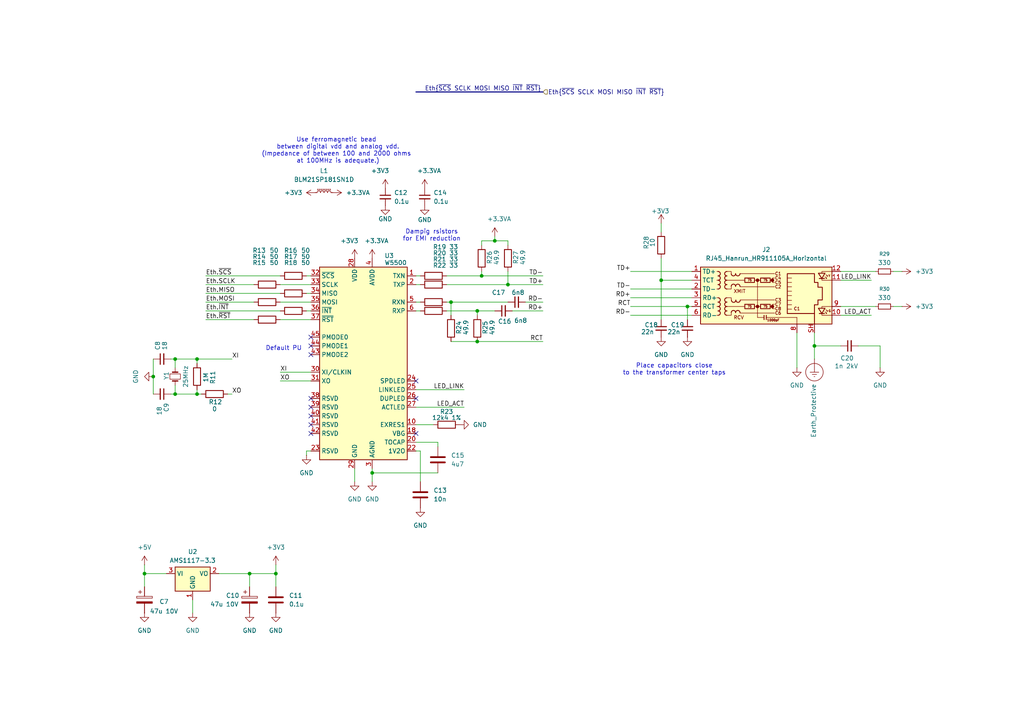
<source format=kicad_sch>
(kicad_sch
	(version 20250114)
	(generator "eeschema")
	(generator_version "9.0")
	(uuid "f2a74b64-d093-4643-83e9-80ed3e22ba71")
	(paper "A4")
	(lib_symbols
		(symbol "Connector:RJ45_Hanrun_HR911105A_Horizontal"
			(exclude_from_sim no)
			(in_bom yes)
			(on_board yes)
			(property "Reference" "J"
				(at 18.415 10.16 0)
				(effects
					(font
						(size 1.27 1.27)
					)
					(justify right)
				)
			)
			(property "Value" "RJ45_Hanrun_HR911105A_Horizontal"
				(at -19.05 10.16 0)
				(effects
					(font
						(size 1.27 1.27)
					)
					(justify left)
				)
			)
			(property "Footprint" "Connector_RJ:RJ45_Hanrun_HR911105A_Horizontal"
				(at 0 12.7 0)
				(effects
					(font
						(size 1.27 1.27)
					)
					(hide yes)
				)
			)
			(property "Datasheet" "https://datasheet.lcsc.com/lcsc/1811141815_HANRUN-Zhongshan-HanRun-Elec-HR911105A_C12074.pdf"
				(at 0 15.24 0)
				(effects
					(font
						(size 1.27 1.27)
					)
					(hide yes)
				)
			)
			(property "Description" "1 Port RJ45 Magjack Connector Through Hole 10/100 Base-T, AutoMDIX"
				(at 0 0 0)
				(effects
					(font
						(size 1.27 1.27)
					)
					(hide yes)
				)
			)
			(property "ki_keywords" "RJ45 Magjack Socket"
				(at 0 0 0)
				(effects
					(font
						(size 1.27 1.27)
					)
					(hide yes)
				)
			)
			(property "ki_fp_filters" "RJ45*Hanrun*HR911105A*"
				(at 0 0 0)
				(effects
					(font
						(size 1.27 1.27)
					)
					(hide yes)
				)
			)
			(symbol "RJ45_Hanrun_HR911105A_Horizontal_0_0"
				(circle
					(center -1.27 5.08)
					(radius 0.0001)
					(stroke
						(width 0.508)
						(type default)
					)
					(fill
						(type none)
					)
				)
				(polyline
					(pts
						(xy -1.27 5.08) (xy -1.27 -5.715)
					)
					(stroke
						(width 0)
						(type default)
					)
					(fill
						(type none)
					)
				)
				(circle
					(center -1.27 -2.54)
					(radius 0.0001)
					(stroke
						(width 0.508)
						(type default)
					)
					(fill
						(type none)
					)
				)
				(polyline
					(pts
						(xy 0.635 -5.08) (xy 0.635 -6.35)
					)
					(stroke
						(width 0.254)
						(type default)
					)
					(fill
						(type none)
					)
				)
				(polyline
					(pts
						(xy 1.27 -5.08) (xy 1.27 -6.35)
					)
					(stroke
						(width 0.254)
						(type default)
					)
					(fill
						(type none)
					)
				)
				(polyline
					(pts
						(xy 3.048 5.08) (xy 2.54 5.08)
					)
					(stroke
						(width 0)
						(type default)
					)
					(fill
						(type none)
					)
				)
				(circle
					(center 3.048 5.08)
					(radius 0.0001)
					(stroke
						(width 0.508)
						(type default)
					)
					(fill
						(type none)
					)
				)
				(polyline
					(pts
						(xy 3.048 -2.54) (xy 2.54 -2.54)
					)
					(stroke
						(width 0)
						(type default)
					)
					(fill
						(type none)
					)
				)
				(circle
					(center 3.048 -2.54)
					(radius 0.0001)
					(stroke
						(width 0.508)
						(type default)
					)
					(fill
						(type none)
					)
				)
				(polyline
					(pts
						(xy 3.683 5.715) (xy 3.048 5.715) (xy 3.048 4.445) (xy 3.683 4.445)
					)
					(stroke
						(width 0)
						(type default)
					)
					(fill
						(type none)
					)
				)
				(polyline
					(pts
						(xy 3.683 -1.905) (xy 3.048 -1.905) (xy 3.048 -3.175) (xy 3.683 -3.175)
					)
					(stroke
						(width 0)
						(type default)
					)
					(fill
						(type none)
					)
				)
				(polyline
					(pts
						(xy 17.399 7.112) (xy 17.399 7.62) (xy 20.32 7.62)
					)
					(stroke
						(width 0)
						(type default)
					)
					(fill
						(type none)
					)
				)
				(polyline
					(pts
						(xy 17.399 -3.048) (xy 17.399 -2.54) (xy 20.32 -2.54)
					)
					(stroke
						(width 0)
						(type default)
					)
					(fill
						(type none)
					)
				)
				(polyline
					(pts
						(xy 20.32 5.08) (xy 17.399 5.08) (xy 17.399 5.588)
					)
					(stroke
						(width 0)
						(type default)
					)
					(fill
						(type none)
					)
				)
				(polyline
					(pts
						(xy 20.32 -5.08) (xy 17.399 -5.08) (xy 17.399 -4.572)
					)
					(stroke
						(width 0)
						(type default)
					)
					(fill
						(type none)
					)
				)
				(text "XMIT"
					(at -8.255 1.905 0)
					(effects
						(font
							(size 1.016 1.016)
						)
						(justify left)
					)
				)
				(text "RCV"
					(at -8.255 -5.715 0)
					(effects
						(font
							(size 1.016 1.016)
						)
						(justify left)
					)
				)
				(text "C1"
					(at 4.699 6.985 0)
					(effects
						(font
							(size 0.889 0.889)
						)
					)
				)
				(text "C4"
					(at 4.699 5.715 0)
					(effects
						(font
							(size 0.889 0.889)
						)
					)
				)
				(text "C5"
					(at 4.699 4.445 0)
					(effects
						(font
							(size 0.889 0.889)
						)
					)
				)
				(text "C2"
					(at 4.699 3.175 0)
					(effects
						(font
							(size 0.889 0.889)
						)
					)
				)
				(text "C3"
					(at 4.699 -0.635 0)
					(effects
						(font
							(size 0.889 0.889)
						)
					)
				)
				(text "C7"
					(at 4.699 -1.905 0)
					(effects
						(font
							(size 0.889 0.889)
						)
					)
				)
				(text "C8"
					(at 4.699 -3.175 0)
					(effects
						(font
							(size 0.889 0.889)
						)
					)
				)
				(text "C6"
					(at 4.699 -4.445 0)
					(effects
						(font
							(size 0.889 0.889)
						)
					)
				)
				(text "C1"
					(at 10.16 -3.175 0)
					(effects
						(font
							(size 0.889 0.889)
						)
					)
				)
			)
			(symbol "RJ45_Hanrun_HR911105A_Horizontal_0_1"
				(rectangle
					(start -17.78 8.89)
					(end 20.32 -7.62)
					(stroke
						(width 0.254)
						(type default)
					)
					(fill
						(type background)
					)
				)
				(polyline
					(pts
						(xy -12.7 7.62) (xy -13.081 7.62)
					)
					(stroke
						(width 0)
						(type default)
					)
					(fill
						(type none)
					)
				)
				(polyline
					(pts
						(xy -12.7 5.08) (xy -13.081 5.08)
					)
					(stroke
						(width 0)
						(type default)
					)
					(fill
						(type none)
					)
				)
				(polyline
					(pts
						(xy -12.7 2.54) (xy -13.081 2.54)
					)
					(stroke
						(width 0)
						(type default)
					)
					(fill
						(type none)
					)
				)
				(polyline
					(pts
						(xy -12.7 0) (xy -13.081 0)
					)
					(stroke
						(width 0)
						(type default)
					)
					(fill
						(type none)
					)
				)
				(polyline
					(pts
						(xy -12.7 -2.54) (xy -13.081 -2.54)
					)
					(stroke
						(width 0)
						(type default)
					)
					(fill
						(type none)
					)
				)
				(polyline
					(pts
						(xy -12.7 -5.08) (xy -13.081 -5.08)
					)
					(stroke
						(width 0)
						(type default)
					)
					(fill
						(type none)
					)
				)
				(polyline
					(pts
						(xy -10.16 7.62) (xy -8.89 7.62) (xy -8.89 6.985)
					)
					(stroke
						(width 0)
						(type default)
					)
					(fill
						(type none)
					)
				)
				(polyline
					(pts
						(xy -10.16 0) (xy -8.89 0) (xy -8.89 -0.635)
					)
					(stroke
						(width 0)
						(type default)
					)
					(fill
						(type none)
					)
				)
				(polyline
					(pts
						(xy -8.89 3.175) (xy -8.89 2.54) (xy -10.16 2.54)
					)
					(stroke
						(width 0)
						(type default)
					)
					(fill
						(type none)
					)
				)
				(polyline
					(pts
						(xy -8.89 -4.445) (xy -8.89 -5.08) (xy -10.16 -5.08)
					)
					(stroke
						(width 0)
						(type default)
					)
					(fill
						(type none)
					)
				)
				(polyline
					(pts
						(xy -6.35 6.985) (xy 3.683 6.985)
					)
					(stroke
						(width 0)
						(type default)
					)
					(fill
						(type none)
					)
				)
				(polyline
					(pts
						(xy -6.35 3.175) (xy 3.683 3.175)
					)
					(stroke
						(width 0)
						(type default)
					)
					(fill
						(type none)
					)
				)
				(polyline
					(pts
						(xy -6.35 -4.445) (xy 3.683 -4.445)
					)
					(stroke
						(width 0)
						(type default)
					)
					(fill
						(type none)
					)
				)
				(polyline
					(pts
						(xy -6.223 -0.635) (xy 3.683 -0.635)
					)
					(stroke
						(width 0)
						(type default)
					)
					(fill
						(type none)
					)
				)
				(polyline
					(pts
						(xy -5.08 -2.54) (xy -10.16 -2.54)
					)
					(stroke
						(width 0)
						(type default)
					)
					(fill
						(type none)
					)
				)
				(polyline
					(pts
						(xy -4.953 5.08) (xy -10.16 5.08)
					)
					(stroke
						(width 0)
						(type default)
					)
					(fill
						(type none)
					)
				)
				(polyline
					(pts
						(xy -2.159 5.08) (xy -0.381 5.08)
					)
					(stroke
						(width 0)
						(type default)
					)
					(fill
						(type none)
					)
				)
				(polyline
					(pts
						(xy -2.159 -2.54) (xy -0.381 -2.54)
					)
					(stroke
						(width 0)
						(type default)
					)
					(fill
						(type none)
					)
				)
				(polyline
					(pts
						(xy 0.635 -5.715) (xy -1.27 -5.715)
					)
					(stroke
						(width 0)
						(type default)
					)
					(fill
						(type none)
					)
				)
				(polyline
					(pts
						(xy 7.366 3.175) (xy 8.636 3.175)
					)
					(stroke
						(width 0)
						(type default)
					)
					(fill
						(type none)
					)
				)
				(polyline
					(pts
						(xy 7.366 1.905) (xy 8.636 1.905)
					)
					(stroke
						(width 0)
						(type default)
					)
					(fill
						(type none)
					)
				)
				(polyline
					(pts
						(xy 7.366 0.635) (xy 8.636 0.635)
					)
					(stroke
						(width 0)
						(type default)
					)
					(fill
						(type none)
					)
				)
				(polyline
					(pts
						(xy 7.366 -0.762) (xy 8.636 -0.762)
					)
					(stroke
						(width 0)
						(type default)
					)
					(fill
						(type none)
					)
				)
				(polyline
					(pts
						(xy 7.366 -2.032) (xy 8.636 -2.032)
					)
					(stroke
						(width 0)
						(type default)
					)
					(fill
						(type none)
					)
				)
				(polyline
					(pts
						(xy 8.636 5.715) (xy 7.366 5.715)
					)
					(stroke
						(width 0)
						(type default)
					)
					(fill
						(type none)
					)
				)
				(polyline
					(pts
						(xy 8.636 4.445) (xy 7.366 4.445)
					)
					(stroke
						(width 0)
						(type default)
					)
					(fill
						(type none)
					)
				)
				(polyline
					(pts
						(xy 8.636 -3.302) (xy 7.366 -3.302)
					)
					(stroke
						(width 0)
						(type default)
					)
					(fill
						(type none)
					)
				)
				(polyline
					(pts
						(xy 10.16 -5.715) (xy 1.27 -5.715)
					)
					(stroke
						(width 0)
						(type default)
					)
					(fill
						(type none)
					)
				)
				(polyline
					(pts
						(xy 10.16 -5.715) (xy 10.16 -7.62)
					)
					(stroke
						(width 0)
						(type default)
					)
					(fill
						(type none)
					)
				)
			)
			(symbol "RJ45_Hanrun_HR911105A_Horizontal_1_0"
				(text "1000pF"
					(at 3.302 -6.477 0)
					(effects
						(font
							(size 0.635 0.635)
						)
					)
				)
			)
			(symbol "RJ45_Hanrun_HR911105A_Horizontal_1_1"
				(arc
					(start -12.7 0)
					(mid -12.0677 -0.635)
					(end -12.7 -1.27)
					(stroke
						(width 0.254)
						(type default)
					)
					(fill
						(type none)
					)
				)
				(arc
					(start -12.6973 7.62)
					(mid -12.065 6.985)
					(end -12.6973 6.35)
					(stroke
						(width 0.254)
						(type default)
					)
					(fill
						(type none)
					)
				)
				(arc
					(start -12.6973 -1.27)
					(mid -12.065 -1.905)
					(end -12.6973 -2.54)
					(stroke
						(width 0.254)
						(type default)
					)
					(fill
						(type none)
					)
				)
				(arc
					(start -12.6973 -2.54)
					(mid -12.065 -3.175)
					(end -12.6973 -3.81)
					(stroke
						(width 0.254)
						(type default)
					)
					(fill
						(type none)
					)
				)
				(arc
					(start -12.6973 -3.81)
					(mid -12.065 -4.445)
					(end -12.6973 -5.08)
					(stroke
						(width 0.254)
						(type default)
					)
					(fill
						(type none)
					)
				)
				(arc
					(start -12.6946 6.35)
					(mid -12.0623 5.715)
					(end -12.6946 5.08)
					(stroke
						(width 0.254)
						(type default)
					)
					(fill
						(type none)
					)
				)
				(arc
					(start -12.6946 5.08)
					(mid -12.0623 4.445)
					(end -12.6946 3.81)
					(stroke
						(width 0.254)
						(type default)
					)
					(fill
						(type none)
					)
				)
				(arc
					(start -12.6946 3.81)
					(mid -12.0623 3.175)
					(end -12.6946 2.54)
					(stroke
						(width 0.254)
						(type default)
					)
					(fill
						(type none)
					)
				)
				(arc
					(start -10.1654 6.35)
					(mid -10.7977 6.985)
					(end -10.1654 7.62)
					(stroke
						(width 0.254)
						(type default)
					)
					(fill
						(type none)
					)
				)
				(arc
					(start -10.1654 5.08)
					(mid -10.7977 5.715)
					(end -10.1654 6.35)
					(stroke
						(width 0.254)
						(type default)
					)
					(fill
						(type none)
					)
				)
				(arc
					(start -10.1654 3.81)
					(mid -10.7977 4.445)
					(end -10.1654 5.08)
					(stroke
						(width 0.254)
						(type default)
					)
					(fill
						(type none)
					)
				)
				(arc
					(start -10.1654 -1.27)
					(mid -10.7977 -0.635)
					(end -10.1654 0)
					(stroke
						(width 0.254)
						(type default)
					)
					(fill
						(type none)
					)
				)
				(arc
					(start -10.1654 -2.54)
					(mid -10.7977 -1.905)
					(end -10.1654 -1.27)
					(stroke
						(width 0.254)
						(type default)
					)
					(fill
						(type none)
					)
				)
				(arc
					(start -10.1654 -3.81)
					(mid -10.7977 -3.175)
					(end -10.1654 -2.54)
					(stroke
						(width 0.254)
						(type default)
					)
					(fill
						(type none)
					)
				)
				(arc
					(start -10.1627 2.54)
					(mid -10.795 3.175)
					(end -10.1627 3.81)
					(stroke
						(width 0.254)
						(type default)
					)
					(fill
						(type none)
					)
				)
				(arc
					(start -10.1627 -5.08)
					(mid -10.795 -4.445)
					(end -10.1627 -3.81)
					(stroke
						(width 0.254)
						(type default)
					)
					(fill
						(type none)
					)
				)
				(arc
					(start -7.62 6.9823)
					(mid -8.255 6.35)
					(end -8.89 6.9823)
					(stroke
						(width 0.254)
						(type default)
					)
					(fill
						(type none)
					)
				)
				(arc
					(start -8.89 3.3047)
					(mid -8.255 3.937)
					(end -7.62 3.3047)
					(stroke
						(width 0.254)
						(type default)
					)
					(fill
						(type none)
					)
				)
				(arc
					(start -8.89 -4.3153)
					(mid -8.255 -3.683)
					(end -7.62 -4.3153)
					(stroke
						(width 0.254)
						(type default)
					)
					(fill
						(type none)
					)
				)
				(arc
					(start -7.5565 -0.7012)
					(mid -8.1915 -1.3335)
					(end -8.8265 -0.7012)
					(stroke
						(width 0.254)
						(type default)
					)
					(fill
						(type none)
					)
				)
				(arc
					(start -6.35 6.985)
					(mid -6.985 6.3527)
					(end -7.62 6.985)
					(stroke
						(width 0.254)
						(type default)
					)
					(fill
						(type none)
					)
				)
				(arc
					(start -7.62 3.3074)
					(mid -6.985 3.9397)
					(end -6.35 3.3074)
					(stroke
						(width 0.254)
						(type default)
					)
					(fill
						(type none)
					)
				)
				(arc
					(start -7.62 -4.3126)
					(mid -6.985 -3.6803)
					(end -6.35 -4.3126)
					(stroke
						(width 0.254)
						(type default)
					)
					(fill
						(type none)
					)
				)
				(arc
					(start -6.2865 -0.6985)
					(mid -6.9215 -1.3308)
					(end -7.5565 -0.6985)
					(stroke
						(width 0.254)
						(type default)
					)
					(fill
						(type none)
					)
				)
				(rectangle
					(start -4.953 5.715)
					(end -2.159 4.445)
					(stroke
						(width 0.254)
						(type default)
					)
					(fill
						(type none)
					)
				)
				(rectangle
					(start -4.953 -1.905)
					(end -2.159 -3.175)
					(stroke
						(width 0.254)
						(type default)
					)
					(fill
						(type none)
					)
				)
				(rectangle
					(start -0.381 5.715)
					(end 2.413 4.445)
					(stroke
						(width 0.254)
						(type default)
					)
					(fill
						(type none)
					)
				)
				(rectangle
					(start -0.381 -1.905)
					(end 2.413 -3.175)
					(stroke
						(width 0.254)
						(type default)
					)
					(fill
						(type none)
					)
				)
				(polyline
					(pts
						(xy 7.366 -4.572) (xy 7.366 6.985) (xy 15.24 6.985) (xy 15.24 4.445) (xy 16.256 4.445) (xy 16.256 3.048)
						(xy 17.526 3.048) (xy 17.526 -0.635) (xy 16.256 -0.635) (xy 16.256 -2.032) (xy 15.24 -2.032) (xy 15.24 -4.572)
						(xy 7.366 -4.572)
					)
					(stroke
						(width 0.254)
						(type default)
					)
					(fill
						(type none)
					)
				)
				(polyline
					(pts
						(xy 15.24 -7.62) (xy 15.24 -4.572)
					)
					(stroke
						(width 0.254)
						(type default)
					)
					(fill
						(type none)
					)
				)
				(polyline
					(pts
						(xy 18.161 5.588) (xy 16.637 5.588)
					)
					(stroke
						(width 0.254)
						(type default)
					)
					(fill
						(type none)
					)
				)
				(polyline
					(pts
						(xy 18.161 -4.572) (xy 16.637 -4.572)
					)
					(stroke
						(width 0.254)
						(type default)
					)
					(fill
						(type none)
					)
				)
				(polyline
					(pts
						(xy 18.288 7.112) (xy 16.383 7.112) (xy 17.399 5.588) (xy 18.288 7.112)
					)
					(stroke
						(width 0.254)
						(type default)
					)
					(fill
						(type none)
					)
				)
				(polyline
					(pts
						(xy 18.288 6.096) (xy 18.796 5.588) (xy 18.542 5.588)
					)
					(stroke
						(width 0)
						(type default)
					)
					(fill
						(type none)
					)
				)
				(polyline
					(pts
						(xy 18.288 -3.048) (xy 16.383 -3.048) (xy 17.399 -4.572) (xy 18.288 -3.048)
					)
					(stroke
						(width 0.254)
						(type default)
					)
					(fill
						(type none)
					)
				)
				(polyline
					(pts
						(xy 18.288 -4.064) (xy 18.796 -4.572) (xy 18.542 -4.572)
					)
					(stroke
						(width 0)
						(type default)
					)
					(fill
						(type none)
					)
				)
				(polyline
					(pts
						(xy 18.542 6.731) (xy 19.05 6.223) (xy 18.796 6.223)
					)
					(stroke
						(width 0)
						(type default)
					)
					(fill
						(type none)
					)
				)
				(polyline
					(pts
						(xy 18.542 -3.429) (xy 19.05 -3.937) (xy 18.796 -3.937)
					)
					(stroke
						(width 0)
						(type default)
					)
					(fill
						(type none)
					)
				)
				(polyline
					(pts
						(xy 18.796 5.588) (xy 18.796 5.842)
					)
					(stroke
						(width 0)
						(type default)
					)
					(fill
						(type none)
					)
				)
				(polyline
					(pts
						(xy 18.796 -4.572) (xy 18.796 -4.318)
					)
					(stroke
						(width 0)
						(type default)
					)
					(fill
						(type none)
					)
				)
				(polyline
					(pts
						(xy 19.05 6.223) (xy 19.05 6.477)
					)
					(stroke
						(width 0)
						(type default)
					)
					(fill
						(type none)
					)
				)
				(polyline
					(pts
						(xy 19.05 -3.937) (xy 19.05 -3.683)
					)
					(stroke
						(width 0)
						(type default)
					)
					(fill
						(type none)
					)
				)
				(text "75"
					(at -3.556 5.08 0)
					(effects
						(font
							(size 0.635 0.635)
						)
					)
				)
				(text "75"
					(at -3.556 -2.54 0)
					(effects
						(font
							(size 0.635 0.635)
						)
					)
				)
				(text "75"
					(at 1.016 5.08 0)
					(effects
						(font
							(size 0.635 0.635)
						)
					)
				)
				(text "75"
					(at 1.016 -2.54 0)
					(effects
						(font
							(size 0.635 0.635)
						)
					)
				)
				(text "Y"
					(at 19.558 6.35 0)
					(effects
						(font
							(size 0.635 0.635)
						)
					)
				)
				(text "G"
					(at 19.685 -3.81 0)
					(effects
						(font
							(size 0.635 0.635)
						)
					)
				)
				(pin passive line
					(at -20.32 7.62 0)
					(length 2.54)
					(name "TD+"
						(effects
							(font
								(size 1.27 1.27)
							)
						)
					)
					(number "1"
						(effects
							(font
								(size 1.27 1.27)
							)
						)
					)
				)
				(pin passive line
					(at -20.32 5.08 0)
					(length 2.54)
					(name "TCT"
						(effects
							(font
								(size 1.27 1.27)
							)
						)
					)
					(number "4"
						(effects
							(font
								(size 1.27 1.27)
							)
						)
					)
				)
				(pin passive line
					(at -20.32 2.54 0)
					(length 2.54)
					(name "TD-"
						(effects
							(font
								(size 1.27 1.27)
							)
						)
					)
					(number "2"
						(effects
							(font
								(size 1.27 1.27)
							)
						)
					)
				)
				(pin passive line
					(at -20.32 0 0)
					(length 2.54)
					(name "RD+"
						(effects
							(font
								(size 1.27 1.27)
							)
						)
					)
					(number "3"
						(effects
							(font
								(size 1.27 1.27)
							)
						)
					)
				)
				(pin passive line
					(at -20.32 -2.54 0)
					(length 2.54)
					(name "RCT"
						(effects
							(font
								(size 1.27 1.27)
							)
						)
					)
					(number "5"
						(effects
							(font
								(size 1.27 1.27)
							)
						)
					)
				)
				(pin passive line
					(at -20.32 -5.08 0)
					(length 2.54)
					(name "RD-"
						(effects
							(font
								(size 1.27 1.27)
							)
						)
					)
					(number "6"
						(effects
							(font
								(size 1.27 1.27)
							)
						)
					)
				)
				(pin power_in line
					(at 10.16 -10.16 90)
					(length 2.54)
					(name ""
						(effects
							(font
								(size 1.27 1.27)
							)
						)
					)
					(number "8"
						(effects
							(font
								(size 1.27 1.27)
							)
						)
					)
				)
				(pin passive line
					(at 15.24 -10.16 90)
					(length 2.54)
					(name ""
						(effects
							(font
								(size 1.27 1.27)
							)
						)
					)
					(number "SH"
						(effects
							(font
								(size 1.27 1.27)
							)
						)
					)
				)
				(pin no_connect line
					(at 20.32 0 0)
					(length 0)
					(hide yes)
					(name "NC"
						(effects
							(font
								(size 1.27 1.27)
							)
						)
					)
					(number "7"
						(effects
							(font
								(size 1.27 1.27)
							)
						)
					)
				)
				(pin passive line
					(at 22.86 7.62 180)
					(length 2.54)
					(name ""
						(effects
							(font
								(size 1.27 1.27)
							)
						)
					)
					(number "12"
						(effects
							(font
								(size 1.27 1.27)
							)
						)
					)
				)
				(pin passive line
					(at 22.86 5.08 180)
					(length 2.54)
					(name ""
						(effects
							(font
								(size 1.27 1.27)
							)
						)
					)
					(number "11"
						(effects
							(font
								(size 1.27 1.27)
							)
						)
					)
				)
				(pin passive line
					(at 22.86 -2.54 180)
					(length 2.54)
					(name ""
						(effects
							(font
								(size 1.27 1.27)
							)
						)
					)
					(number "9"
						(effects
							(font
								(size 1.27 1.27)
							)
						)
					)
				)
				(pin passive line
					(at 22.86 -5.08 180)
					(length 2.54)
					(name ""
						(effects
							(font
								(size 1.27 1.27)
							)
						)
					)
					(number "10"
						(effects
							(font
								(size 1.27 1.27)
							)
						)
					)
				)
			)
			(embedded_fonts no)
		)
		(symbol "Device:C"
			(pin_numbers
				(hide yes)
			)
			(pin_names
				(offset 0.254)
			)
			(exclude_from_sim no)
			(in_bom yes)
			(on_board yes)
			(property "Reference" "C"
				(at 0.635 2.54 0)
				(effects
					(font
						(size 1.27 1.27)
					)
					(justify left)
				)
			)
			(property "Value" "C"
				(at 0.635 -2.54 0)
				(effects
					(font
						(size 1.27 1.27)
					)
					(justify left)
				)
			)
			(property "Footprint" ""
				(at 0.9652 -3.81 0)
				(effects
					(font
						(size 1.27 1.27)
					)
					(hide yes)
				)
			)
			(property "Datasheet" "~"
				(at 0 0 0)
				(effects
					(font
						(size 1.27 1.27)
					)
					(hide yes)
				)
			)
			(property "Description" "Unpolarized capacitor"
				(at 0 0 0)
				(effects
					(font
						(size 1.27 1.27)
					)
					(hide yes)
				)
			)
			(property "ki_keywords" "cap capacitor"
				(at 0 0 0)
				(effects
					(font
						(size 1.27 1.27)
					)
					(hide yes)
				)
			)
			(property "ki_fp_filters" "C_*"
				(at 0 0 0)
				(effects
					(font
						(size 1.27 1.27)
					)
					(hide yes)
				)
			)
			(symbol "C_0_1"
				(polyline
					(pts
						(xy -2.032 0.762) (xy 2.032 0.762)
					)
					(stroke
						(width 0.508)
						(type default)
					)
					(fill
						(type none)
					)
				)
				(polyline
					(pts
						(xy -2.032 -0.762) (xy 2.032 -0.762)
					)
					(stroke
						(width 0.508)
						(type default)
					)
					(fill
						(type none)
					)
				)
			)
			(symbol "C_1_1"
				(pin passive line
					(at 0 3.81 270)
					(length 2.794)
					(name "~"
						(effects
							(font
								(size 1.27 1.27)
							)
						)
					)
					(number "1"
						(effects
							(font
								(size 1.27 1.27)
							)
						)
					)
				)
				(pin passive line
					(at 0 -3.81 90)
					(length 2.794)
					(name "~"
						(effects
							(font
								(size 1.27 1.27)
							)
						)
					)
					(number "2"
						(effects
							(font
								(size 1.27 1.27)
							)
						)
					)
				)
			)
			(embedded_fonts no)
		)
		(symbol "Device:C_Polarized"
			(pin_numbers
				(hide yes)
			)
			(pin_names
				(offset 0.254)
			)
			(exclude_from_sim no)
			(in_bom yes)
			(on_board yes)
			(property "Reference" "C"
				(at 0.635 2.54 0)
				(effects
					(font
						(size 1.27 1.27)
					)
					(justify left)
				)
			)
			(property "Value" "C_Polarized"
				(at 0.635 -2.54 0)
				(effects
					(font
						(size 1.27 1.27)
					)
					(justify left)
				)
			)
			(property "Footprint" ""
				(at 0.9652 -3.81 0)
				(effects
					(font
						(size 1.27 1.27)
					)
					(hide yes)
				)
			)
			(property "Datasheet" "~"
				(at 0 0 0)
				(effects
					(font
						(size 1.27 1.27)
					)
					(hide yes)
				)
			)
			(property "Description" "Polarized capacitor"
				(at 0 0 0)
				(effects
					(font
						(size 1.27 1.27)
					)
					(hide yes)
				)
			)
			(property "ki_keywords" "cap capacitor"
				(at 0 0 0)
				(effects
					(font
						(size 1.27 1.27)
					)
					(hide yes)
				)
			)
			(property "ki_fp_filters" "CP_*"
				(at 0 0 0)
				(effects
					(font
						(size 1.27 1.27)
					)
					(hide yes)
				)
			)
			(symbol "C_Polarized_0_1"
				(rectangle
					(start -2.286 0.508)
					(end 2.286 1.016)
					(stroke
						(width 0)
						(type default)
					)
					(fill
						(type none)
					)
				)
				(polyline
					(pts
						(xy -1.778 2.286) (xy -0.762 2.286)
					)
					(stroke
						(width 0)
						(type default)
					)
					(fill
						(type none)
					)
				)
				(polyline
					(pts
						(xy -1.27 2.794) (xy -1.27 1.778)
					)
					(stroke
						(width 0)
						(type default)
					)
					(fill
						(type none)
					)
				)
				(rectangle
					(start 2.286 -0.508)
					(end -2.286 -1.016)
					(stroke
						(width 0)
						(type default)
					)
					(fill
						(type outline)
					)
				)
			)
			(symbol "C_Polarized_1_1"
				(pin passive line
					(at 0 3.81 270)
					(length 2.794)
					(name "~"
						(effects
							(font
								(size 1.27 1.27)
							)
						)
					)
					(number "1"
						(effects
							(font
								(size 1.27 1.27)
							)
						)
					)
				)
				(pin passive line
					(at 0 -3.81 90)
					(length 2.794)
					(name "~"
						(effects
							(font
								(size 1.27 1.27)
							)
						)
					)
					(number "2"
						(effects
							(font
								(size 1.27 1.27)
							)
						)
					)
				)
			)
			(embedded_fonts no)
		)
		(symbol "Device:C_Small"
			(pin_numbers
				(hide yes)
			)
			(pin_names
				(offset 0.254)
				(hide yes)
			)
			(exclude_from_sim no)
			(in_bom yes)
			(on_board yes)
			(property "Reference" "C"
				(at 0.254 1.778 0)
				(effects
					(font
						(size 1.27 1.27)
					)
					(justify left)
				)
			)
			(property "Value" "C_Small"
				(at 0.254 -2.032 0)
				(effects
					(font
						(size 1.27 1.27)
					)
					(justify left)
				)
			)
			(property "Footprint" ""
				(at 0 0 0)
				(effects
					(font
						(size 1.27 1.27)
					)
					(hide yes)
				)
			)
			(property "Datasheet" "~"
				(at 0 0 0)
				(effects
					(font
						(size 1.27 1.27)
					)
					(hide yes)
				)
			)
			(property "Description" "Unpolarized capacitor, small symbol"
				(at 0 0 0)
				(effects
					(font
						(size 1.27 1.27)
					)
					(hide yes)
				)
			)
			(property "ki_keywords" "capacitor cap"
				(at 0 0 0)
				(effects
					(font
						(size 1.27 1.27)
					)
					(hide yes)
				)
			)
			(property "ki_fp_filters" "C_*"
				(at 0 0 0)
				(effects
					(font
						(size 1.27 1.27)
					)
					(hide yes)
				)
			)
			(symbol "C_Small_0_1"
				(polyline
					(pts
						(xy -1.524 0.508) (xy 1.524 0.508)
					)
					(stroke
						(width 0.3048)
						(type default)
					)
					(fill
						(type none)
					)
				)
				(polyline
					(pts
						(xy -1.524 -0.508) (xy 1.524 -0.508)
					)
					(stroke
						(width 0.3302)
						(type default)
					)
					(fill
						(type none)
					)
				)
			)
			(symbol "C_Small_1_1"
				(pin passive line
					(at 0 2.54 270)
					(length 2.032)
					(name "~"
						(effects
							(font
								(size 1.27 1.27)
							)
						)
					)
					(number "1"
						(effects
							(font
								(size 1.27 1.27)
							)
						)
					)
				)
				(pin passive line
					(at 0 -2.54 90)
					(length 2.032)
					(name "~"
						(effects
							(font
								(size 1.27 1.27)
							)
						)
					)
					(number "2"
						(effects
							(font
								(size 1.27 1.27)
							)
						)
					)
				)
			)
			(embedded_fonts no)
		)
		(symbol "Device:L_Ferrite_Small"
			(pin_numbers
				(hide yes)
			)
			(pin_names
				(offset 0.254)
				(hide yes)
			)
			(exclude_from_sim no)
			(in_bom yes)
			(on_board yes)
			(property "Reference" "L"
				(at 1.27 1.016 0)
				(effects
					(font
						(size 1.27 1.27)
					)
					(justify left)
				)
			)
			(property "Value" "L_Ferrite_Small"
				(at 1.27 -1.27 0)
				(effects
					(font
						(size 1.27 1.27)
					)
					(justify left)
				)
			)
			(property "Footprint" ""
				(at 0 0 0)
				(effects
					(font
						(size 1.27 1.27)
					)
					(hide yes)
				)
			)
			(property "Datasheet" "~"
				(at 0 0 0)
				(effects
					(font
						(size 1.27 1.27)
					)
					(hide yes)
				)
			)
			(property "Description" "Inductor with ferrite core, small symbol"
				(at 0 0 0)
				(effects
					(font
						(size 1.27 1.27)
					)
					(hide yes)
				)
			)
			(property "ki_keywords" "inductor choke coil reactor magnetic"
				(at 0 0 0)
				(effects
					(font
						(size 1.27 1.27)
					)
					(hide yes)
				)
			)
			(property "ki_fp_filters" "Choke_* *Coil* Inductor_* L_*"
				(at 0 0 0)
				(effects
					(font
						(size 1.27 1.27)
					)
					(hide yes)
				)
			)
			(symbol "L_Ferrite_Small_0_1"
				(arc
					(start 0 2.032)
					(mid 0.5058 1.524)
					(end 0 1.016)
					(stroke
						(width 0)
						(type default)
					)
					(fill
						(type none)
					)
				)
				(arc
					(start 0 1.016)
					(mid 0.5058 0.508)
					(end 0 0)
					(stroke
						(width 0)
						(type default)
					)
					(fill
						(type none)
					)
				)
				(arc
					(start 0 0)
					(mid 0.5058 -0.508)
					(end 0 -1.016)
					(stroke
						(width 0)
						(type default)
					)
					(fill
						(type none)
					)
				)
				(arc
					(start 0 -1.016)
					(mid 0.5058 -1.524)
					(end 0 -2.032)
					(stroke
						(width 0)
						(type default)
					)
					(fill
						(type none)
					)
				)
				(polyline
					(pts
						(xy 0.762 1.651) (xy 0.762 1.905)
					)
					(stroke
						(width 0)
						(type default)
					)
					(fill
						(type none)
					)
				)
				(polyline
					(pts
						(xy 0.762 1.143) (xy 0.762 1.397)
					)
					(stroke
						(width 0)
						(type default)
					)
					(fill
						(type none)
					)
				)
				(polyline
					(pts
						(xy 0.762 0.635) (xy 0.762 0.889)
					)
					(stroke
						(width 0)
						(type default)
					)
					(fill
						(type none)
					)
				)
				(polyline
					(pts
						(xy 0.762 0.127) (xy 0.762 0.381)
					)
					(stroke
						(width 0)
						(type default)
					)
					(fill
						(type none)
					)
				)
				(polyline
					(pts
						(xy 0.762 -0.381) (xy 0.762 -0.127)
					)
					(stroke
						(width 0)
						(type default)
					)
					(fill
						(type none)
					)
				)
				(polyline
					(pts
						(xy 0.762 -0.889) (xy 0.762 -0.635)
					)
					(stroke
						(width 0)
						(type default)
					)
					(fill
						(type none)
					)
				)
				(polyline
					(pts
						(xy 0.762 -1.397) (xy 0.762 -1.143)
					)
					(stroke
						(width 0)
						(type default)
					)
					(fill
						(type none)
					)
				)
				(polyline
					(pts
						(xy 0.762 -1.905) (xy 0.762 -1.651)
					)
					(stroke
						(width 0)
						(type default)
					)
					(fill
						(type none)
					)
				)
				(polyline
					(pts
						(xy 1.016 1.905) (xy 1.016 1.651)
					)
					(stroke
						(width 0)
						(type default)
					)
					(fill
						(type none)
					)
				)
				(polyline
					(pts
						(xy 1.016 1.397) (xy 1.016 1.143)
					)
					(stroke
						(width 0)
						(type default)
					)
					(fill
						(type none)
					)
				)
				(polyline
					(pts
						(xy 1.016 0.889) (xy 1.016 0.635)
					)
					(stroke
						(width 0)
						(type default)
					)
					(fill
						(type none)
					)
				)
				(polyline
					(pts
						(xy 1.016 0.381) (xy 1.016 0.127)
					)
					(stroke
						(width 0)
						(type default)
					)
					(fill
						(type none)
					)
				)
				(polyline
					(pts
						(xy 1.016 -0.127) (xy 1.016 -0.381)
					)
					(stroke
						(width 0)
						(type default)
					)
					(fill
						(type none)
					)
				)
				(polyline
					(pts
						(xy 1.016 -0.635) (xy 1.016 -0.889)
					)
					(stroke
						(width 0)
						(type default)
					)
					(fill
						(type none)
					)
				)
				(polyline
					(pts
						(xy 1.016 -1.143) (xy 1.016 -1.397)
					)
					(stroke
						(width 0)
						(type default)
					)
					(fill
						(type none)
					)
				)
				(polyline
					(pts
						(xy 1.016 -1.651) (xy 1.016 -1.905)
					)
					(stroke
						(width 0)
						(type default)
					)
					(fill
						(type none)
					)
				)
			)
			(symbol "L_Ferrite_Small_1_1"
				(pin passive line
					(at 0 2.54 270)
					(length 0.508)
					(name "~"
						(effects
							(font
								(size 1.27 1.27)
							)
						)
					)
					(number "1"
						(effects
							(font
								(size 1.27 1.27)
							)
						)
					)
				)
				(pin passive line
					(at 0 -2.54 90)
					(length 0.508)
					(name "~"
						(effects
							(font
								(size 1.27 1.27)
							)
						)
					)
					(number "2"
						(effects
							(font
								(size 1.27 1.27)
							)
						)
					)
				)
			)
			(embedded_fonts no)
		)
		(symbol "Device:R"
			(pin_numbers
				(hide yes)
			)
			(pin_names
				(offset 0)
			)
			(exclude_from_sim no)
			(in_bom yes)
			(on_board yes)
			(property "Reference" "R"
				(at 2.032 0 90)
				(effects
					(font
						(size 1.27 1.27)
					)
				)
			)
			(property "Value" "R"
				(at 0 0 90)
				(effects
					(font
						(size 1.27 1.27)
					)
				)
			)
			(property "Footprint" ""
				(at -1.778 0 90)
				(effects
					(font
						(size 1.27 1.27)
					)
					(hide yes)
				)
			)
			(property "Datasheet" "~"
				(at 0 0 0)
				(effects
					(font
						(size 1.27 1.27)
					)
					(hide yes)
				)
			)
			(property "Description" "Resistor"
				(at 0 0 0)
				(effects
					(font
						(size 1.27 1.27)
					)
					(hide yes)
				)
			)
			(property "ki_keywords" "R res resistor"
				(at 0 0 0)
				(effects
					(font
						(size 1.27 1.27)
					)
					(hide yes)
				)
			)
			(property "ki_fp_filters" "R_*"
				(at 0 0 0)
				(effects
					(font
						(size 1.27 1.27)
					)
					(hide yes)
				)
			)
			(symbol "R_0_1"
				(rectangle
					(start -1.016 -2.54)
					(end 1.016 2.54)
					(stroke
						(width 0.254)
						(type default)
					)
					(fill
						(type none)
					)
				)
			)
			(symbol "R_1_1"
				(pin passive line
					(at 0 3.81 270)
					(length 1.27)
					(name "~"
						(effects
							(font
								(size 1.27 1.27)
							)
						)
					)
					(number "1"
						(effects
							(font
								(size 1.27 1.27)
							)
						)
					)
				)
				(pin passive line
					(at 0 -3.81 90)
					(length 1.27)
					(name "~"
						(effects
							(font
								(size 1.27 1.27)
							)
						)
					)
					(number "2"
						(effects
							(font
								(size 1.27 1.27)
							)
						)
					)
				)
			)
			(embedded_fonts no)
		)
		(symbol "Device:R_Small"
			(pin_numbers
				(hide yes)
			)
			(pin_names
				(offset 0.254)
				(hide yes)
			)
			(exclude_from_sim no)
			(in_bom yes)
			(on_board yes)
			(property "Reference" "R"
				(at 0 0 90)
				(effects
					(font
						(size 1.016 1.016)
					)
				)
			)
			(property "Value" "R_Small"
				(at 1.778 0 90)
				(effects
					(font
						(size 1.27 1.27)
					)
				)
			)
			(property "Footprint" ""
				(at 0 0 0)
				(effects
					(font
						(size 1.27 1.27)
					)
					(hide yes)
				)
			)
			(property "Datasheet" "~"
				(at 0 0 0)
				(effects
					(font
						(size 1.27 1.27)
					)
					(hide yes)
				)
			)
			(property "Description" "Resistor, small symbol"
				(at 0 0 0)
				(effects
					(font
						(size 1.27 1.27)
					)
					(hide yes)
				)
			)
			(property "ki_keywords" "R resistor"
				(at 0 0 0)
				(effects
					(font
						(size 1.27 1.27)
					)
					(hide yes)
				)
			)
			(property "ki_fp_filters" "R_*"
				(at 0 0 0)
				(effects
					(font
						(size 1.27 1.27)
					)
					(hide yes)
				)
			)
			(symbol "R_Small_0_1"
				(rectangle
					(start -0.762 1.778)
					(end 0.762 -1.778)
					(stroke
						(width 0.2032)
						(type default)
					)
					(fill
						(type none)
					)
				)
			)
			(symbol "R_Small_1_1"
				(pin passive line
					(at 0 2.54 270)
					(length 0.762)
					(name "~"
						(effects
							(font
								(size 1.27 1.27)
							)
						)
					)
					(number "1"
						(effects
							(font
								(size 1.27 1.27)
							)
						)
					)
				)
				(pin passive line
					(at 0 -2.54 90)
					(length 0.762)
					(name "~"
						(effects
							(font
								(size 1.27 1.27)
							)
						)
					)
					(number "2"
						(effects
							(font
								(size 1.27 1.27)
							)
						)
					)
				)
			)
			(embedded_fonts no)
		)
		(symbol "Interface_Ethernet:W5500"
			(exclude_from_sim no)
			(in_bom yes)
			(on_board yes)
			(property "Reference" "U"
				(at -11.43 29.21 0)
				(effects
					(font
						(size 1.27 1.27)
					)
				)
			)
			(property "Value" "W5500"
				(at 8.89 29.21 0)
				(effects
					(font
						(size 1.27 1.27)
					)
				)
			)
			(property "Footprint" "Package_QFP:LQFP-48_7x7mm_P0.5mm"
				(at 0 41.91 0)
				(effects
					(font
						(size 1.27 1.27)
					)
					(hide yes)
				)
			)
			(property "Datasheet" "http://wizwiki.net/wiki/lib/exe/fetch.php/products:w5500:w5500_ds_v109e.pdf"
				(at 0 25.4 0)
				(effects
					(font
						(size 1.27 1.27)
					)
					(hide yes)
				)
			)
			(property "Description" "10/100Mb SPI Ethernet controller with TCP/IP stack, LQFP-48"
				(at 0 0 0)
				(effects
					(font
						(size 1.27 1.27)
					)
					(hide yes)
				)
			)
			(property "ki_keywords" "WIZnet Ethernet controller"
				(at 0 0 0)
				(effects
					(font
						(size 1.27 1.27)
					)
					(hide yes)
				)
			)
			(property "ki_fp_filters" "LQFP*7x7mm*P0.5mm*"
				(at 0 0 0)
				(effects
					(font
						(size 1.27 1.27)
					)
					(hide yes)
				)
			)
			(symbol "W5500_0_1"
				(rectangle
					(start -12.7 27.94)
					(end 12.7 -27.94)
					(stroke
						(width 0.254)
						(type default)
					)
					(fill
						(type background)
					)
				)
			)
			(symbol "W5500_1_1"
				(pin input line
					(at -15.24 25.4 0)
					(length 2.54)
					(name "~{SCS}"
						(effects
							(font
								(size 1.27 1.27)
							)
						)
					)
					(number "32"
						(effects
							(font
								(size 1.27 1.27)
							)
						)
					)
				)
				(pin input line
					(at -15.24 22.86 0)
					(length 2.54)
					(name "SCLK"
						(effects
							(font
								(size 1.27 1.27)
							)
						)
					)
					(number "33"
						(effects
							(font
								(size 1.27 1.27)
							)
						)
					)
				)
				(pin output line
					(at -15.24 20.32 0)
					(length 2.54)
					(name "MISO"
						(effects
							(font
								(size 1.27 1.27)
							)
						)
					)
					(number "34"
						(effects
							(font
								(size 1.27 1.27)
							)
						)
					)
				)
				(pin input line
					(at -15.24 17.78 0)
					(length 2.54)
					(name "MOSI"
						(effects
							(font
								(size 1.27 1.27)
							)
						)
					)
					(number "35"
						(effects
							(font
								(size 1.27 1.27)
							)
						)
					)
				)
				(pin input line
					(at -15.24 15.24 0)
					(length 2.54)
					(name "~{INT}"
						(effects
							(font
								(size 1.27 1.27)
							)
						)
					)
					(number "36"
						(effects
							(font
								(size 1.27 1.27)
							)
						)
					)
				)
				(pin input line
					(at -15.24 12.7 0)
					(length 2.54)
					(name "~{RST}"
						(effects
							(font
								(size 1.27 1.27)
							)
						)
					)
					(number "37"
						(effects
							(font
								(size 1.27 1.27)
							)
						)
					)
				)
				(pin input line
					(at -15.24 7.62 0)
					(length 2.54)
					(name "PMODE0"
						(effects
							(font
								(size 1.27 1.27)
							)
						)
					)
					(number "45"
						(effects
							(font
								(size 1.27 1.27)
							)
						)
					)
				)
				(pin input line
					(at -15.24 5.08 0)
					(length 2.54)
					(name "PMODE1"
						(effects
							(font
								(size 1.27 1.27)
							)
						)
					)
					(number "44"
						(effects
							(font
								(size 1.27 1.27)
							)
						)
					)
				)
				(pin input line
					(at -15.24 2.54 0)
					(length 2.54)
					(name "PMODE2"
						(effects
							(font
								(size 1.27 1.27)
							)
						)
					)
					(number "43"
						(effects
							(font
								(size 1.27 1.27)
							)
						)
					)
				)
				(pin input line
					(at -15.24 -2.54 0)
					(length 2.54)
					(name "XI/CLKIN"
						(effects
							(font
								(size 1.27 1.27)
							)
						)
					)
					(number "30"
						(effects
							(font
								(size 1.27 1.27)
							)
						)
					)
				)
				(pin output line
					(at -15.24 -5.08 0)
					(length 2.54)
					(name "XO"
						(effects
							(font
								(size 1.27 1.27)
							)
						)
					)
					(number "31"
						(effects
							(font
								(size 1.27 1.27)
							)
						)
					)
				)
				(pin input line
					(at -15.24 -10.16 0)
					(length 2.54)
					(name "RSVD"
						(effects
							(font
								(size 1.27 1.27)
							)
						)
					)
					(number "38"
						(effects
							(font
								(size 1.27 1.27)
							)
						)
					)
				)
				(pin input line
					(at -15.24 -12.7 0)
					(length 2.54)
					(name "RSVD"
						(effects
							(font
								(size 1.27 1.27)
							)
						)
					)
					(number "39"
						(effects
							(font
								(size 1.27 1.27)
							)
						)
					)
				)
				(pin input line
					(at -15.24 -15.24 0)
					(length 2.54)
					(name "RSVD"
						(effects
							(font
								(size 1.27 1.27)
							)
						)
					)
					(number "40"
						(effects
							(font
								(size 1.27 1.27)
							)
						)
					)
				)
				(pin input line
					(at -15.24 -17.78 0)
					(length 2.54)
					(name "RSVD"
						(effects
							(font
								(size 1.27 1.27)
							)
						)
					)
					(number "41"
						(effects
							(font
								(size 1.27 1.27)
							)
						)
					)
				)
				(pin input line
					(at -15.24 -20.32 0)
					(length 2.54)
					(name "RSVD"
						(effects
							(font
								(size 1.27 1.27)
							)
						)
					)
					(number "42"
						(effects
							(font
								(size 1.27 1.27)
							)
						)
					)
				)
				(pin input line
					(at -15.24 -25.4 0)
					(length 2.54)
					(name "RSVD"
						(effects
							(font
								(size 1.27 1.27)
							)
						)
					)
					(number "23"
						(effects
							(font
								(size 1.27 1.27)
							)
						)
					)
				)
				(pin power_in line
					(at -2.54 30.48 270)
					(length 2.54)
					(name "VDD"
						(effects
							(font
								(size 1.27 1.27)
							)
						)
					)
					(number "28"
						(effects
							(font
								(size 1.27 1.27)
							)
						)
					)
				)
				(pin power_in line
					(at -2.54 -30.48 90)
					(length 2.54)
					(name "GND"
						(effects
							(font
								(size 1.27 1.27)
							)
						)
					)
					(number "29"
						(effects
							(font
								(size 1.27 1.27)
							)
						)
					)
				)
				(pin passive line
					(at 2.54 30.48 270)
					(length 2.54)
					(hide yes)
					(name "AVDD"
						(effects
							(font
								(size 1.27 1.27)
							)
						)
					)
					(number "11"
						(effects
							(font
								(size 1.27 1.27)
							)
						)
					)
				)
				(pin passive line
					(at 2.54 30.48 270)
					(length 2.54)
					(hide yes)
					(name "AVDD"
						(effects
							(font
								(size 1.27 1.27)
							)
						)
					)
					(number "15"
						(effects
							(font
								(size 1.27 1.27)
							)
						)
					)
				)
				(pin passive line
					(at 2.54 30.48 270)
					(length 2.54)
					(hide yes)
					(name "AVDD"
						(effects
							(font
								(size 1.27 1.27)
							)
						)
					)
					(number "17"
						(effects
							(font
								(size 1.27 1.27)
							)
						)
					)
				)
				(pin passive line
					(at 2.54 30.48 270)
					(length 2.54)
					(hide yes)
					(name "AVDD"
						(effects
							(font
								(size 1.27 1.27)
							)
						)
					)
					(number "21"
						(effects
							(font
								(size 1.27 1.27)
							)
						)
					)
				)
				(pin power_in line
					(at 2.54 30.48 270)
					(length 2.54)
					(name "AVDD"
						(effects
							(font
								(size 1.27 1.27)
							)
						)
					)
					(number "4"
						(effects
							(font
								(size 1.27 1.27)
							)
						)
					)
				)
				(pin passive line
					(at 2.54 30.48 270)
					(length 2.54)
					(hide yes)
					(name "AVDD"
						(effects
							(font
								(size 1.27 1.27)
							)
						)
					)
					(number "8"
						(effects
							(font
								(size 1.27 1.27)
							)
						)
					)
				)
				(pin passive line
					(at 2.54 -30.48 90)
					(length 2.54)
					(hide yes)
					(name "AGND"
						(effects
							(font
								(size 1.27 1.27)
							)
						)
					)
					(number "14"
						(effects
							(font
								(size 1.27 1.27)
							)
						)
					)
				)
				(pin passive line
					(at 2.54 -30.48 90)
					(length 2.54)
					(hide yes)
					(name "AGND"
						(effects
							(font
								(size 1.27 1.27)
							)
						)
					)
					(number "16"
						(effects
							(font
								(size 1.27 1.27)
							)
						)
					)
				)
				(pin passive line
					(at 2.54 -30.48 90)
					(length 2.54)
					(hide yes)
					(name "AGND"
						(effects
							(font
								(size 1.27 1.27)
							)
						)
					)
					(number "19"
						(effects
							(font
								(size 1.27 1.27)
							)
						)
					)
				)
				(pin power_in line
					(at 2.54 -30.48 90)
					(length 2.54)
					(name "AGND"
						(effects
							(font
								(size 1.27 1.27)
							)
						)
					)
					(number "3"
						(effects
							(font
								(size 1.27 1.27)
							)
						)
					)
				)
				(pin passive line
					(at 2.54 -30.48 90)
					(length 2.54)
					(hide yes)
					(name "AGND"
						(effects
							(font
								(size 1.27 1.27)
							)
						)
					)
					(number "48"
						(effects
							(font
								(size 1.27 1.27)
							)
						)
					)
				)
				(pin passive line
					(at 2.54 -30.48 90)
					(length 2.54)
					(hide yes)
					(name "AGND"
						(effects
							(font
								(size 1.27 1.27)
							)
						)
					)
					(number "9"
						(effects
							(font
								(size 1.27 1.27)
							)
						)
					)
				)
				(pin no_connect line
					(at 12.7 10.16 180)
					(length 2.54)
					(hide yes)
					(name "DNC"
						(effects
							(font
								(size 1.27 1.27)
							)
						)
					)
					(number "7"
						(effects
							(font
								(size 1.27 1.27)
							)
						)
					)
				)
				(pin no_connect line
					(at 12.7 7.62 180)
					(length 2.54)
					(hide yes)
					(name "NC"
						(effects
							(font
								(size 1.27 1.27)
							)
						)
					)
					(number "12"
						(effects
							(font
								(size 1.27 1.27)
							)
						)
					)
				)
				(pin no_connect line
					(at 12.7 5.08 180)
					(length 2.54)
					(hide yes)
					(name "NC"
						(effects
							(font
								(size 1.27 1.27)
							)
						)
					)
					(number "13"
						(effects
							(font
								(size 1.27 1.27)
							)
						)
					)
				)
				(pin no_connect line
					(at 12.7 2.54 180)
					(length 2.54)
					(hide yes)
					(name "NC"
						(effects
							(font
								(size 1.27 1.27)
							)
						)
					)
					(number "46"
						(effects
							(font
								(size 1.27 1.27)
							)
						)
					)
				)
				(pin no_connect line
					(at 12.7 0 180)
					(length 2.54)
					(hide yes)
					(name "NC"
						(effects
							(font
								(size 1.27 1.27)
							)
						)
					)
					(number "47"
						(effects
							(font
								(size 1.27 1.27)
							)
						)
					)
				)
				(pin output line
					(at 15.24 25.4 180)
					(length 2.54)
					(name "TXN"
						(effects
							(font
								(size 1.27 1.27)
							)
						)
					)
					(number "1"
						(effects
							(font
								(size 1.27 1.27)
							)
						)
					)
				)
				(pin output line
					(at 15.24 22.86 180)
					(length 2.54)
					(name "TXP"
						(effects
							(font
								(size 1.27 1.27)
							)
						)
					)
					(number "2"
						(effects
							(font
								(size 1.27 1.27)
							)
						)
					)
				)
				(pin input line
					(at 15.24 17.78 180)
					(length 2.54)
					(name "RXN"
						(effects
							(font
								(size 1.27 1.27)
							)
						)
					)
					(number "5"
						(effects
							(font
								(size 1.27 1.27)
							)
						)
					)
				)
				(pin input line
					(at 15.24 15.24 180)
					(length 2.54)
					(name "RXP"
						(effects
							(font
								(size 1.27 1.27)
							)
						)
					)
					(number "6"
						(effects
							(font
								(size 1.27 1.27)
							)
						)
					)
				)
				(pin output line
					(at 15.24 -5.08 180)
					(length 2.54)
					(name "SPDLED"
						(effects
							(font
								(size 1.27 1.27)
							)
						)
					)
					(number "24"
						(effects
							(font
								(size 1.27 1.27)
							)
						)
					)
				)
				(pin output line
					(at 15.24 -7.62 180)
					(length 2.54)
					(name "LINKLED"
						(effects
							(font
								(size 1.27 1.27)
							)
						)
					)
					(number "25"
						(effects
							(font
								(size 1.27 1.27)
							)
						)
					)
				)
				(pin output line
					(at 15.24 -10.16 180)
					(length 2.54)
					(name "DUPLED"
						(effects
							(font
								(size 1.27 1.27)
							)
						)
					)
					(number "26"
						(effects
							(font
								(size 1.27 1.27)
							)
						)
					)
				)
				(pin output line
					(at 15.24 -12.7 180)
					(length 2.54)
					(name "ACTLED"
						(effects
							(font
								(size 1.27 1.27)
							)
						)
					)
					(number "27"
						(effects
							(font
								(size 1.27 1.27)
							)
						)
					)
				)
				(pin passive line
					(at 15.24 -17.78 180)
					(length 2.54)
					(name "EXRES1"
						(effects
							(font
								(size 1.27 1.27)
							)
						)
					)
					(number "10"
						(effects
							(font
								(size 1.27 1.27)
							)
						)
					)
				)
				(pin passive line
					(at 15.24 -20.32 180)
					(length 2.54)
					(name "VBG"
						(effects
							(font
								(size 1.27 1.27)
							)
						)
					)
					(number "18"
						(effects
							(font
								(size 1.27 1.27)
							)
						)
					)
				)
				(pin passive line
					(at 15.24 -22.86 180)
					(length 2.54)
					(name "TOCAP"
						(effects
							(font
								(size 1.27 1.27)
							)
						)
					)
					(number "20"
						(effects
							(font
								(size 1.27 1.27)
							)
						)
					)
				)
				(pin output line
					(at 15.24 -25.4 180)
					(length 2.54)
					(name "1V2O"
						(effects
							(font
								(size 1.27 1.27)
							)
						)
					)
					(number "22"
						(effects
							(font
								(size 1.27 1.27)
							)
						)
					)
				)
			)
			(embedded_fonts no)
		)
		(symbol "PCM_SparkFun-Clock:Crystal"
			(pin_numbers
				(hide yes)
			)
			(pin_names
				(offset 1.016)
				(hide yes)
			)
			(exclude_from_sim no)
			(in_bom yes)
			(on_board yes)
			(property "Reference" "Y"
				(at 0 2.54 0)
				(effects
					(font
						(size 1.27 1.27)
					)
				)
			)
			(property "Value" "Crystal"
				(at 0 -2.54 0)
				(effects
					(font
						(size 1.27 1.27)
					)
				)
			)
			(property "Footprint" "PCM_SparkFun-Clock:Crystal-SMD-5x3.2mm"
				(at 0 -7.62 0)
				(effects
					(font
						(size 1.27 1.27)
					)
					(hide yes)
				)
			)
			(property "Datasheet" "~"
				(at 0 -5.08 0)
				(effects
					(font
						(size 1.27 1.27)
					)
					(hide yes)
				)
			)
			(property "Description" "Crystal"
				(at 0 -12.7 0)
				(effects
					(font
						(size 1.27 1.27)
					)
					(hide yes)
				)
			)
			(property "PROD_ID" "XTAL-"
				(at 0 -10.16 0)
				(effects
					(font
						(size 1.27 1.27)
					)
					(hide yes)
				)
			)
			(property "ki_keywords" "SparkFun quartz ceramic resonator oscillator"
				(at 0 0 0)
				(effects
					(font
						(size 1.27 1.27)
					)
					(hide yes)
				)
			)
			(property "ki_fp_filters" "Crystal*"
				(at 0 0 0)
				(effects
					(font
						(size 1.27 1.27)
					)
					(hide yes)
				)
			)
			(symbol "Crystal_0_1"
				(polyline
					(pts
						(xy -1.27 -0.762) (xy -1.27 0.762)
					)
					(stroke
						(width 0.381)
						(type default)
					)
					(fill
						(type none)
					)
				)
				(rectangle
					(start -0.762 -1.524)
					(end 0.762 1.524)
					(stroke
						(width 0)
						(type default)
					)
					(fill
						(type none)
					)
				)
				(polyline
					(pts
						(xy 1.27 -0.762) (xy 1.27 0.762)
					)
					(stroke
						(width 0.381)
						(type default)
					)
					(fill
						(type none)
					)
				)
			)
			(symbol "Crystal_1_1"
				(pin passive line
					(at -2.54 0 0)
					(length 1.27)
					(name "1"
						(effects
							(font
								(size 1.27 1.27)
							)
						)
					)
					(number "1"
						(effects
							(font
								(size 1.27 1.27)
							)
						)
					)
				)
				(pin passive line
					(at 2.54 0 180)
					(length 1.27)
					(name "2"
						(effects
							(font
								(size 1.27 1.27)
							)
						)
					)
					(number "2"
						(effects
							(font
								(size 1.27 1.27)
							)
						)
					)
				)
			)
			(embedded_fonts no)
		)
		(symbol "Regulator_Linear:AMS1117-3.3"
			(exclude_from_sim no)
			(in_bom yes)
			(on_board yes)
			(property "Reference" "U"
				(at -3.81 3.175 0)
				(effects
					(font
						(size 1.27 1.27)
					)
				)
			)
			(property "Value" "AMS1117-3.3"
				(at 0 3.175 0)
				(effects
					(font
						(size 1.27 1.27)
					)
					(justify left)
				)
			)
			(property "Footprint" "Package_TO_SOT_SMD:SOT-223-3_TabPin2"
				(at 0 5.08 0)
				(effects
					(font
						(size 1.27 1.27)
					)
					(hide yes)
				)
			)
			(property "Datasheet" "http://www.advanced-monolithic.com/pdf/ds1117.pdf"
				(at 2.54 -6.35 0)
				(effects
					(font
						(size 1.27 1.27)
					)
					(hide yes)
				)
			)
			(property "Description" "1A Low Dropout regulator, positive, 3.3V fixed output, SOT-223"
				(at 0 0 0)
				(effects
					(font
						(size 1.27 1.27)
					)
					(hide yes)
				)
			)
			(property "ki_keywords" "linear regulator ldo fixed positive"
				(at 0 0 0)
				(effects
					(font
						(size 1.27 1.27)
					)
					(hide yes)
				)
			)
			(property "ki_fp_filters" "SOT?223*TabPin2*"
				(at 0 0 0)
				(effects
					(font
						(size 1.27 1.27)
					)
					(hide yes)
				)
			)
			(symbol "AMS1117-3.3_0_1"
				(rectangle
					(start -5.08 -5.08)
					(end 5.08 1.905)
					(stroke
						(width 0.254)
						(type default)
					)
					(fill
						(type background)
					)
				)
			)
			(symbol "AMS1117-3.3_1_1"
				(pin power_in line
					(at -7.62 0 0)
					(length 2.54)
					(name "VI"
						(effects
							(font
								(size 1.27 1.27)
							)
						)
					)
					(number "3"
						(effects
							(font
								(size 1.27 1.27)
							)
						)
					)
				)
				(pin power_in line
					(at 0 -7.62 90)
					(length 2.54)
					(name "GND"
						(effects
							(font
								(size 1.27 1.27)
							)
						)
					)
					(number "1"
						(effects
							(font
								(size 1.27 1.27)
							)
						)
					)
				)
				(pin power_out line
					(at 7.62 0 180)
					(length 2.54)
					(name "VO"
						(effects
							(font
								(size 1.27 1.27)
							)
						)
					)
					(number "2"
						(effects
							(font
								(size 1.27 1.27)
							)
						)
					)
				)
			)
			(embedded_fonts no)
		)
		(symbol "power:+3.3VA"
			(power)
			(pin_numbers
				(hide yes)
			)
			(pin_names
				(offset 0)
				(hide yes)
			)
			(exclude_from_sim no)
			(in_bom yes)
			(on_board yes)
			(property "Reference" "#PWR"
				(at 0 -3.81 0)
				(effects
					(font
						(size 1.27 1.27)
					)
					(hide yes)
				)
			)
			(property "Value" "+3.3VA"
				(at 0 3.556 0)
				(effects
					(font
						(size 1.27 1.27)
					)
				)
			)
			(property "Footprint" ""
				(at 0 0 0)
				(effects
					(font
						(size 1.27 1.27)
					)
					(hide yes)
				)
			)
			(property "Datasheet" ""
				(at 0 0 0)
				(effects
					(font
						(size 1.27 1.27)
					)
					(hide yes)
				)
			)
			(property "Description" "Power symbol creates a global label with name \"+3.3VA\""
				(at 0 0 0)
				(effects
					(font
						(size 1.27 1.27)
					)
					(hide yes)
				)
			)
			(property "ki_keywords" "global power"
				(at 0 0 0)
				(effects
					(font
						(size 1.27 1.27)
					)
					(hide yes)
				)
			)
			(symbol "+3.3VA_0_1"
				(polyline
					(pts
						(xy -0.762 1.27) (xy 0 2.54)
					)
					(stroke
						(width 0)
						(type default)
					)
					(fill
						(type none)
					)
				)
				(polyline
					(pts
						(xy 0 2.54) (xy 0.762 1.27)
					)
					(stroke
						(width 0)
						(type default)
					)
					(fill
						(type none)
					)
				)
				(polyline
					(pts
						(xy 0 0) (xy 0 2.54)
					)
					(stroke
						(width 0)
						(type default)
					)
					(fill
						(type none)
					)
				)
			)
			(symbol "+3.3VA_1_1"
				(pin power_in line
					(at 0 0 90)
					(length 0)
					(name "~"
						(effects
							(font
								(size 1.27 1.27)
							)
						)
					)
					(number "1"
						(effects
							(font
								(size 1.27 1.27)
							)
						)
					)
				)
			)
			(embedded_fonts no)
		)
		(symbol "power:+3V3"
			(power)
			(pin_numbers
				(hide yes)
			)
			(pin_names
				(offset 0)
				(hide yes)
			)
			(exclude_from_sim no)
			(in_bom yes)
			(on_board yes)
			(property "Reference" "#PWR"
				(at 0 -3.81 0)
				(effects
					(font
						(size 1.27 1.27)
					)
					(hide yes)
				)
			)
			(property "Value" "+3V3"
				(at 0 3.556 0)
				(effects
					(font
						(size 1.27 1.27)
					)
				)
			)
			(property "Footprint" ""
				(at 0 0 0)
				(effects
					(font
						(size 1.27 1.27)
					)
					(hide yes)
				)
			)
			(property "Datasheet" ""
				(at 0 0 0)
				(effects
					(font
						(size 1.27 1.27)
					)
					(hide yes)
				)
			)
			(property "Description" "Power symbol creates a global label with name \"+3V3\""
				(at 0 0 0)
				(effects
					(font
						(size 1.27 1.27)
					)
					(hide yes)
				)
			)
			(property "ki_keywords" "global power"
				(at 0 0 0)
				(effects
					(font
						(size 1.27 1.27)
					)
					(hide yes)
				)
			)
			(symbol "+3V3_0_1"
				(polyline
					(pts
						(xy -0.762 1.27) (xy 0 2.54)
					)
					(stroke
						(width 0)
						(type default)
					)
					(fill
						(type none)
					)
				)
				(polyline
					(pts
						(xy 0 2.54) (xy 0.762 1.27)
					)
					(stroke
						(width 0)
						(type default)
					)
					(fill
						(type none)
					)
				)
				(polyline
					(pts
						(xy 0 0) (xy 0 2.54)
					)
					(stroke
						(width 0)
						(type default)
					)
					(fill
						(type none)
					)
				)
			)
			(symbol "+3V3_1_1"
				(pin power_in line
					(at 0 0 90)
					(length 0)
					(name "~"
						(effects
							(font
								(size 1.27 1.27)
							)
						)
					)
					(number "1"
						(effects
							(font
								(size 1.27 1.27)
							)
						)
					)
				)
			)
			(embedded_fonts no)
		)
		(symbol "power:+5V"
			(power)
			(pin_numbers
				(hide yes)
			)
			(pin_names
				(offset 0)
				(hide yes)
			)
			(exclude_from_sim no)
			(in_bom yes)
			(on_board yes)
			(property "Reference" "#PWR"
				(at 0 -3.81 0)
				(effects
					(font
						(size 1.27 1.27)
					)
					(hide yes)
				)
			)
			(property "Value" "+5V"
				(at 0 3.556 0)
				(effects
					(font
						(size 1.27 1.27)
					)
				)
			)
			(property "Footprint" ""
				(at 0 0 0)
				(effects
					(font
						(size 1.27 1.27)
					)
					(hide yes)
				)
			)
			(property "Datasheet" ""
				(at 0 0 0)
				(effects
					(font
						(size 1.27 1.27)
					)
					(hide yes)
				)
			)
			(property "Description" "Power symbol creates a global label with name \"+5V\""
				(at 0 0 0)
				(effects
					(font
						(size 1.27 1.27)
					)
					(hide yes)
				)
			)
			(property "ki_keywords" "global power"
				(at 0 0 0)
				(effects
					(font
						(size 1.27 1.27)
					)
					(hide yes)
				)
			)
			(symbol "+5V_0_1"
				(polyline
					(pts
						(xy -0.762 1.27) (xy 0 2.54)
					)
					(stroke
						(width 0)
						(type default)
					)
					(fill
						(type none)
					)
				)
				(polyline
					(pts
						(xy 0 2.54) (xy 0.762 1.27)
					)
					(stroke
						(width 0)
						(type default)
					)
					(fill
						(type none)
					)
				)
				(polyline
					(pts
						(xy 0 0) (xy 0 2.54)
					)
					(stroke
						(width 0)
						(type default)
					)
					(fill
						(type none)
					)
				)
			)
			(symbol "+5V_1_1"
				(pin power_in line
					(at 0 0 90)
					(length 0)
					(name "~"
						(effects
							(font
								(size 1.27 1.27)
							)
						)
					)
					(number "1"
						(effects
							(font
								(size 1.27 1.27)
							)
						)
					)
				)
			)
			(embedded_fonts no)
		)
		(symbol "power:Earth_Protective"
			(power)
			(pin_numbers
				(hide yes)
			)
			(pin_names
				(offset 0)
				(hide yes)
			)
			(exclude_from_sim no)
			(in_bom yes)
			(on_board yes)
			(property "Reference" "#PWR"
				(at 0 -10.16 0)
				(effects
					(font
						(size 1.27 1.27)
					)
					(hide yes)
				)
			)
			(property "Value" "Earth_Protective"
				(at 0 -7.62 0)
				(effects
					(font
						(size 1.27 1.27)
					)
				)
			)
			(property "Footprint" ""
				(at 0 -2.54 0)
				(effects
					(font
						(size 1.27 1.27)
					)
					(hide yes)
				)
			)
			(property "Datasheet" "~"
				(at 0 -2.54 0)
				(effects
					(font
						(size 1.27 1.27)
					)
					(hide yes)
				)
			)
			(property "Description" "Power symbol creates a global label with name \"Earth_Protective\""
				(at 0 0 0)
				(effects
					(font
						(size 1.27 1.27)
					)
					(hide yes)
				)
			)
			(property "ki_keywords" "global ground gnd clean"
				(at 0 0 0)
				(effects
					(font
						(size 1.27 1.27)
					)
					(hide yes)
				)
			)
			(symbol "Earth_Protective_0_1"
				(polyline
					(pts
						(xy -0.635 -4.445) (xy 0.635 -4.445)
					)
					(stroke
						(width 0)
						(type default)
					)
					(fill
						(type none)
					)
				)
				(polyline
					(pts
						(xy -0.127 -5.08) (xy 0.127 -5.08)
					)
					(stroke
						(width 0)
						(type default)
					)
					(fill
						(type none)
					)
				)
				(polyline
					(pts
						(xy 0 -3.81) (xy 0 0)
					)
					(stroke
						(width 0)
						(type default)
					)
					(fill
						(type none)
					)
				)
				(circle
					(center 0 -3.81)
					(radius 2.54)
					(stroke
						(width 0)
						(type default)
					)
					(fill
						(type none)
					)
				)
				(polyline
					(pts
						(xy 1.27 -3.81) (xy -1.27 -3.81)
					)
					(stroke
						(width 0)
						(type default)
					)
					(fill
						(type none)
					)
				)
			)
			(symbol "Earth_Protective_1_1"
				(pin power_in line
					(at 0 0 270)
					(length 0)
					(name "~"
						(effects
							(font
								(size 1.27 1.27)
							)
						)
					)
					(number "1"
						(effects
							(font
								(size 1.27 1.27)
							)
						)
					)
				)
			)
			(embedded_fonts no)
		)
		(symbol "power:GND"
			(power)
			(pin_numbers
				(hide yes)
			)
			(pin_names
				(offset 0)
				(hide yes)
			)
			(exclude_from_sim no)
			(in_bom yes)
			(on_board yes)
			(property "Reference" "#PWR"
				(at 0 -6.35 0)
				(effects
					(font
						(size 1.27 1.27)
					)
					(hide yes)
				)
			)
			(property "Value" "GND"
				(at 0 -3.81 0)
				(effects
					(font
						(size 1.27 1.27)
					)
				)
			)
			(property "Footprint" ""
				(at 0 0 0)
				(effects
					(font
						(size 1.27 1.27)
					)
					(hide yes)
				)
			)
			(property "Datasheet" ""
				(at 0 0 0)
				(effects
					(font
						(size 1.27 1.27)
					)
					(hide yes)
				)
			)
			(property "Description" "Power symbol creates a global label with name \"GND\" , ground"
				(at 0 0 0)
				(effects
					(font
						(size 1.27 1.27)
					)
					(hide yes)
				)
			)
			(property "ki_keywords" "global power"
				(at 0 0 0)
				(effects
					(font
						(size 1.27 1.27)
					)
					(hide yes)
				)
			)
			(symbol "GND_0_1"
				(polyline
					(pts
						(xy 0 0) (xy 0 -1.27) (xy 1.27 -1.27) (xy 0 -2.54) (xy -1.27 -1.27) (xy 0 -1.27)
					)
					(stroke
						(width 0)
						(type default)
					)
					(fill
						(type none)
					)
				)
			)
			(symbol "GND_1_1"
				(pin power_in line
					(at 0 0 270)
					(length 0)
					(name "~"
						(effects
							(font
								(size 1.27 1.27)
							)
						)
					)
					(number "1"
						(effects
							(font
								(size 1.27 1.27)
							)
						)
					)
				)
			)
			(embedded_fonts no)
		)
	)
	(text "Dampig rsistors\nfor EMI reduction"
		(exclude_from_sim no)
		(at 125.222 68.326 0)
		(effects
			(font
				(size 1.27 1.27)
			)
		)
		(uuid "3d74e935-9ba8-4978-b467-d8b70d1b096b")
	)
	(text "Use ferromagnetic bead \nbetween digital vdd and analog vdd.\n(Impedance of between 100 and 2000 ohms \nat 100MHz is adequate.)\n"
		(exclude_from_sim no)
		(at 98.044 43.688 0)
		(effects
			(font
				(size 1.27 1.27)
			)
		)
		(uuid "507a4ed4-a2b8-4e13-b91d-429939a122e8")
	)
	(text "Place capacitors close\nto the transformer center taps"
		(exclude_from_sim no)
		(at 195.58 107.188 0)
		(effects
			(font
				(size 1.27 1.27)
			)
		)
		(uuid "6351c2f7-0f00-4cff-a646-74486adca613")
	)
	(text "Default PU"
		(exclude_from_sim no)
		(at 82.296 101.092 0)
		(effects
			(font
				(size 1.27 1.27)
			)
		)
		(uuid "6908daec-1aba-4f02-9e7f-293db7e0592d")
	)
	(junction
		(at 41.91 166.37)
		(diameter 0)
		(color 0 0 0 0)
		(uuid "0a038c7e-62c3-4b13-8938-fc92acaa7fdb")
	)
	(junction
		(at 50.8 114.3)
		(diameter 0)
		(color 0 0 0 0)
		(uuid "276c4027-302b-4f5a-ab60-928d96fe090a")
	)
	(junction
		(at 130.81 87.63)
		(diameter 0)
		(color 0 0 0 0)
		(uuid "4505baee-d8a0-4c84-9d1f-5af81a7f2053")
	)
	(junction
		(at 57.15 104.14)
		(diameter 0)
		(color 0 0 0 0)
		(uuid "55b560a8-ee30-408b-a176-50a03b58cbd0")
	)
	(junction
		(at 57.15 114.3)
		(diameter 0)
		(color 0 0 0 0)
		(uuid "638c5321-20ae-4e47-8b51-f19957b340ed")
	)
	(junction
		(at 147.32 82.55)
		(diameter 0)
		(color 0 0 0 0)
		(uuid "642462bd-7d37-445c-90ae-bbfa7bdde87a")
	)
	(junction
		(at 139.7 80.01)
		(diameter 0)
		(color 0 0 0 0)
		(uuid "66fe8e90-bce2-4a51-bf42-0ef93abced7c")
	)
	(junction
		(at 72.39 166.37)
		(diameter 0)
		(color 0 0 0 0)
		(uuid "68662289-2eed-43bb-87f8-a3d074bfedf9")
	)
	(junction
		(at 236.22 100.33)
		(diameter 0)
		(color 0 0 0 0)
		(uuid "732c1cf6-be61-48e3-b3ea-534035042f9a")
	)
	(junction
		(at 44.45 109.22)
		(diameter 0)
		(color 0 0 0 0)
		(uuid "8a375159-5a58-44c2-805e-811b5f65b283")
	)
	(junction
		(at 50.8 104.14)
		(diameter 0)
		(color 0 0 0 0)
		(uuid "96747f10-14ec-4f07-8fc5-d153e9c30669")
	)
	(junction
		(at 138.43 90.17)
		(diameter 0)
		(color 0 0 0 0)
		(uuid "a1e65505-7027-4fec-bb54-3c6c9deace8b")
	)
	(junction
		(at 138.43 99.06)
		(diameter 0)
		(color 0 0 0 0)
		(uuid "b93e6b8e-052f-407a-b599-07fcaa44c77c")
	)
	(junction
		(at 191.77 81.28)
		(diameter 0)
		(color 0 0 0 0)
		(uuid "c2284dd4-3b12-40eb-afef-31f3b69c9f57")
	)
	(junction
		(at 107.95 137.16)
		(diameter 0)
		(color 0 0 0 0)
		(uuid "cc210469-5473-4630-bbe5-bf6c0ef5ef9a")
	)
	(junction
		(at 199.39 88.9)
		(diameter 0)
		(color 0 0 0 0)
		(uuid "e1e582fe-90ec-4ae1-a326-926af37a508e")
	)
	(junction
		(at 143.51 69.85)
		(diameter 0)
		(color 0 0 0 0)
		(uuid "e806dabe-1685-4b60-a00c-37d4fa42df60")
	)
	(junction
		(at 80.01 166.37)
		(diameter 0)
		(color 0 0 0 0)
		(uuid "fc3d1761-4f93-4e04-945a-2dc12e8962ca")
	)
	(no_connect
		(at 120.65 110.49)
		(uuid "4d2ce7df-aa38-4765-8d1b-70a7147e275d")
	)
	(no_connect
		(at 90.17 125.73)
		(uuid "526973f9-9a29-47c0-af9b-5faa741f2b5e")
	)
	(no_connect
		(at 90.17 123.19)
		(uuid "62e89c46-c8ec-482c-b35c-a4382d24e97e")
	)
	(no_connect
		(at 90.17 97.79)
		(uuid "7a6f8bc3-9afa-41c1-8c4a-687a51960b81")
	)
	(no_connect
		(at 90.17 120.65)
		(uuid "9abf890c-b601-4e35-9678-ba82dbe97177")
	)
	(no_connect
		(at 120.65 125.73)
		(uuid "aeaff492-8ff6-4a14-a41d-8e6ff37e6f83")
	)
	(no_connect
		(at 90.17 115.57)
		(uuid "cc6a0b2c-f54b-4ad5-aa48-1ca83413a7a8")
	)
	(no_connect
		(at 120.65 115.57)
		(uuid "d9a5c7d3-e98e-4a3a-9f05-ef059e3e6a0f")
	)
	(no_connect
		(at 90.17 118.11)
		(uuid "dea3feef-ee6d-4648-b796-bf30e04bbca9")
	)
	(no_connect
		(at 90.17 102.87)
		(uuid "e12cf625-54e5-4fb2-af3e-2d39c0bdf0ae")
	)
	(no_connect
		(at 90.17 100.33)
		(uuid "eabaa169-2713-4359-b250-e76aac02b17b")
	)
	(wire
		(pts
			(xy 138.43 99.06) (xy 157.48 99.06)
		)
		(stroke
			(width 0)
			(type default)
		)
		(uuid "006b8ee3-35c3-4849-b57a-1701c6d0bb08")
	)
	(wire
		(pts
			(xy 88.9 90.17) (xy 90.17 90.17)
		)
		(stroke
			(width 0)
			(type default)
		)
		(uuid "02030e21-2a03-446a-8a77-7b0b2957079a")
	)
	(wire
		(pts
			(xy 182.88 88.9) (xy 199.39 88.9)
		)
		(stroke
			(width 0)
			(type default)
		)
		(uuid "0645a338-83b2-4cb2-a015-fde8b87af675")
	)
	(wire
		(pts
			(xy 80.01 166.37) (xy 80.01 170.18)
		)
		(stroke
			(width 0)
			(type default)
		)
		(uuid "065d4994-3c80-468b-8345-e435bc7a5815")
	)
	(wire
		(pts
			(xy 236.22 96.52) (xy 236.22 100.33)
		)
		(stroke
			(width 0)
			(type default)
		)
		(uuid "06b97ef5-fde8-44e8-9001-e4ebd549916e")
	)
	(wire
		(pts
			(xy 41.91 166.37) (xy 48.26 166.37)
		)
		(stroke
			(width 0)
			(type default)
		)
		(uuid "06cc6ebe-b35e-436a-bf25-36129f6aa02c")
	)
	(wire
		(pts
			(xy 200.66 81.28) (xy 191.77 81.28)
		)
		(stroke
			(width 0)
			(type default)
		)
		(uuid "0c3242ee-9023-470f-b776-72cd851dddd0")
	)
	(wire
		(pts
			(xy 127 128.27) (xy 127 129.54)
		)
		(stroke
			(width 0)
			(type default)
		)
		(uuid "0d6267d3-ee2e-4258-b4ad-97f6b091c257")
	)
	(wire
		(pts
			(xy 191.77 74.93) (xy 191.77 81.28)
		)
		(stroke
			(width 0)
			(type default)
		)
		(uuid "0ea27008-14b1-4a30-9fb9-a580e0c65fc7")
	)
	(wire
		(pts
			(xy 259.08 78.74) (xy 261.62 78.74)
		)
		(stroke
			(width 0)
			(type default)
		)
		(uuid "126a2e32-2d55-4748-9459-bac4a8c949a5")
	)
	(wire
		(pts
			(xy 182.88 91.44) (xy 200.66 91.44)
		)
		(stroke
			(width 0)
			(type default)
		)
		(uuid "1aea3aaa-e812-4ad9-a2e5-f0c010cbd442")
	)
	(wire
		(pts
			(xy 255.27 100.33) (xy 255.27 106.68)
		)
		(stroke
			(width 0)
			(type default)
		)
		(uuid "1feb5369-2372-4bf0-ba94-6ca2926521ac")
	)
	(wire
		(pts
			(xy 57.15 105.41) (xy 57.15 104.14)
		)
		(stroke
			(width 0)
			(type default)
		)
		(uuid "20f5ba33-d795-4ca0-9886-8c25100c6331")
	)
	(wire
		(pts
			(xy 81.28 110.49) (xy 90.17 110.49)
		)
		(stroke
			(width 0)
			(type default)
		)
		(uuid "254edd49-6a4f-40f9-ab51-c18c6b2515b0")
	)
	(wire
		(pts
			(xy 236.22 100.33) (xy 243.84 100.33)
		)
		(stroke
			(width 0)
			(type default)
		)
		(uuid "280e26c6-77e8-47f2-a573-22e6e80173f6")
	)
	(wire
		(pts
			(xy 57.15 113.03) (xy 57.15 114.3)
		)
		(stroke
			(width 0)
			(type default)
		)
		(uuid "2e36b2fc-9941-49e0-ad64-3b6a57728997")
	)
	(wire
		(pts
			(xy 102.87 139.7) (xy 102.87 135.89)
		)
		(stroke
			(width 0)
			(type default)
		)
		(uuid "303683ad-9bb3-4523-9097-0b284a190241")
	)
	(wire
		(pts
			(xy 138.43 90.17) (xy 143.51 90.17)
		)
		(stroke
			(width 0)
			(type default)
		)
		(uuid "32b94edf-9d06-4d0b-bcc0-6cfdb7343394")
	)
	(wire
		(pts
			(xy 107.95 137.16) (xy 127 137.16)
		)
		(stroke
			(width 0)
			(type default)
		)
		(uuid "33934801-0659-4d73-9c5a-040474265af9")
	)
	(wire
		(pts
			(xy 120.65 130.81) (xy 121.92 130.81)
		)
		(stroke
			(width 0)
			(type default)
		)
		(uuid "3443efb8-36d3-4c9d-8c82-88d649ab0d07")
	)
	(wire
		(pts
			(xy 139.7 69.85) (xy 143.51 69.85)
		)
		(stroke
			(width 0)
			(type default)
		)
		(uuid "362c8e58-e0a6-46ad-bbf6-d905189984b1")
	)
	(wire
		(pts
			(xy 88.9 132.08) (xy 88.9 130.81)
		)
		(stroke
			(width 0)
			(type default)
		)
		(uuid "372402d8-631e-4203-92bb-18a3947b07e0")
	)
	(wire
		(pts
			(xy 88.9 130.81) (xy 90.17 130.81)
		)
		(stroke
			(width 0)
			(type default)
		)
		(uuid "37d35df0-a5e9-4f44-a800-5a4cc3e5d42d")
	)
	(wire
		(pts
			(xy 58.42 114.3) (xy 57.15 114.3)
		)
		(stroke
			(width 0)
			(type default)
		)
		(uuid "3d96c570-cdf4-4a36-917c-74515edef058")
	)
	(wire
		(pts
			(xy 81.28 107.95) (xy 90.17 107.95)
		)
		(stroke
			(width 0)
			(type default)
		)
		(uuid "3e3151f4-4afd-4465-bc69-f4d2aaa58df9")
	)
	(wire
		(pts
			(xy 259.08 88.9) (xy 261.62 88.9)
		)
		(stroke
			(width 0)
			(type default)
		)
		(uuid "400dfb0d-5812-449e-9abd-15ed4a245a5f")
	)
	(wire
		(pts
			(xy 236.22 100.33) (xy 236.22 104.14)
		)
		(stroke
			(width 0)
			(type default)
		)
		(uuid "44cdb44b-6f84-40a4-8295-3d1b22d99f60")
	)
	(wire
		(pts
			(xy 59.69 82.55) (xy 73.66 82.55)
		)
		(stroke
			(width 0)
			(type default)
		)
		(uuid "4e6738ed-fac3-416e-b100-99496caf5e5d")
	)
	(wire
		(pts
			(xy 191.77 81.28) (xy 191.77 92.71)
		)
		(stroke
			(width 0)
			(type default)
		)
		(uuid "4ee75810-302f-44db-bfa4-36a9bc92ce86")
	)
	(wire
		(pts
			(xy 81.28 82.55) (xy 90.17 82.55)
		)
		(stroke
			(width 0)
			(type default)
		)
		(uuid "52762e3e-98db-4124-8987-a4e56d1ea6db")
	)
	(wire
		(pts
			(xy 81.28 92.71) (xy 90.17 92.71)
		)
		(stroke
			(width 0)
			(type default)
		)
		(uuid "570ed439-69ae-4bc5-92bd-6e58d622fdf8")
	)
	(wire
		(pts
			(xy 41.91 163.83) (xy 41.91 166.37)
		)
		(stroke
			(width 0)
			(type default)
		)
		(uuid "579d048e-a475-440e-a398-4d111b001208")
	)
	(bus
		(pts
			(xy 120.65 26.67) (xy 157.48 26.67)
		)
		(stroke
			(width 0)
			(type default)
		)
		(uuid "59f33a8a-d5e9-4ed2-b6b6-03cee7c5384c")
	)
	(wire
		(pts
			(xy 81.28 87.63) (xy 90.17 87.63)
		)
		(stroke
			(width 0)
			(type default)
		)
		(uuid "5d645b28-986a-4236-b45c-812476e6cb4e")
	)
	(wire
		(pts
			(xy 120.65 123.19) (xy 125.73 123.19)
		)
		(stroke
			(width 0)
			(type default)
		)
		(uuid "5fa96ec8-9b4d-432e-8807-b1dc4b110464")
	)
	(wire
		(pts
			(xy 50.8 114.3) (xy 50.8 111.76)
		)
		(stroke
			(width 0)
			(type default)
		)
		(uuid "61c32089-e800-4f4d-b10b-f1279cfa03bb")
	)
	(wire
		(pts
			(xy 120.65 128.27) (xy 127 128.27)
		)
		(stroke
			(width 0)
			(type default)
		)
		(uuid "63786340-b9bf-4e72-bd12-834956ad9abe")
	)
	(wire
		(pts
			(xy 248.92 100.33) (xy 255.27 100.33)
		)
		(stroke
			(width 0)
			(type default)
		)
		(uuid "659e46a2-2659-4ea1-b434-9928f72f938a")
	)
	(wire
		(pts
			(xy 182.88 78.74) (xy 200.66 78.74)
		)
		(stroke
			(width 0)
			(type default)
		)
		(uuid "6a0b675a-7161-4e60-9846-c526c5983d89")
	)
	(wire
		(pts
			(xy 80.01 163.83) (xy 80.01 166.37)
		)
		(stroke
			(width 0)
			(type default)
		)
		(uuid "6d43bde9-d4a6-4bd8-b2c3-17c357c8339f")
	)
	(wire
		(pts
			(xy 243.84 78.74) (xy 254 78.74)
		)
		(stroke
			(width 0)
			(type default)
		)
		(uuid "6e02a5e7-f879-4401-b03a-658244923c13")
	)
	(wire
		(pts
			(xy 41.91 166.37) (xy 41.91 170.18)
		)
		(stroke
			(width 0)
			(type default)
		)
		(uuid "6f5fc705-7e82-425c-abef-2bb12cef70ba")
	)
	(wire
		(pts
			(xy 72.39 166.37) (xy 80.01 166.37)
		)
		(stroke
			(width 0)
			(type default)
		)
		(uuid "75ad2f34-70eb-4317-a1f8-ad056140d0a0")
	)
	(wire
		(pts
			(xy 120.65 82.55) (xy 121.92 82.55)
		)
		(stroke
			(width 0)
			(type default)
		)
		(uuid "785729a1-7085-4388-8d36-b66a176f0e47")
	)
	(wire
		(pts
			(xy 252.73 91.44) (xy 243.84 91.44)
		)
		(stroke
			(width 0)
			(type default)
		)
		(uuid "79a939e5-1a66-4f6f-999f-e421483c6649")
	)
	(wire
		(pts
			(xy 88.9 80.01) (xy 90.17 80.01)
		)
		(stroke
			(width 0)
			(type default)
		)
		(uuid "7c0a4cba-0d73-4bd4-a504-428f0d029603")
	)
	(wire
		(pts
			(xy 182.88 83.82) (xy 200.66 83.82)
		)
		(stroke
			(width 0)
			(type default)
		)
		(uuid "7c9289ca-1e60-46fc-b983-2631d8c93794")
	)
	(wire
		(pts
			(xy 59.69 80.01) (xy 81.28 80.01)
		)
		(stroke
			(width 0)
			(type default)
		)
		(uuid "7f1fa411-ca28-4668-8730-dfc6f34d854f")
	)
	(wire
		(pts
			(xy 129.54 90.17) (xy 138.43 90.17)
		)
		(stroke
			(width 0)
			(type default)
		)
		(uuid "7ffc7f19-78e5-4314-926c-ac316273d5df")
	)
	(wire
		(pts
			(xy 199.39 88.9) (xy 200.66 88.9)
		)
		(stroke
			(width 0)
			(type default)
		)
		(uuid "886d79b5-eebc-402d-ab16-9f74d5651918")
	)
	(wire
		(pts
			(xy 134.62 118.11) (xy 120.65 118.11)
		)
		(stroke
			(width 0)
			(type default)
		)
		(uuid "8be8658d-3328-451f-8f64-e95b22b5d62f")
	)
	(wire
		(pts
			(xy 107.95 139.7) (xy 107.95 137.16)
		)
		(stroke
			(width 0)
			(type default)
		)
		(uuid "8e494e39-398e-4a83-97d7-0aa967077963")
	)
	(wire
		(pts
			(xy 199.39 92.71) (xy 199.39 88.9)
		)
		(stroke
			(width 0)
			(type default)
		)
		(uuid "8f6a015c-59d8-4d93-9f96-bb623a8dfa93")
	)
	(wire
		(pts
			(xy 59.69 87.63) (xy 73.66 87.63)
		)
		(stroke
			(width 0)
			(type default)
		)
		(uuid "92248ea0-329c-413d-9476-b1580d87994f")
	)
	(wire
		(pts
			(xy 88.9 85.09) (xy 90.17 85.09)
		)
		(stroke
			(width 0)
			(type default)
		)
		(uuid "9727a760-786f-439b-8920-91934c65bcf6")
	)
	(wire
		(pts
			(xy 130.81 99.06) (xy 138.43 99.06)
		)
		(stroke
			(width 0)
			(type default)
		)
		(uuid "99147d35-1a9a-4d58-89b0-0437b7f7858b")
	)
	(wire
		(pts
			(xy 143.51 68.58) (xy 143.51 69.85)
		)
		(stroke
			(width 0)
			(type default)
		)
		(uuid "9c858da6-c40b-4a06-a25a-910f7a1f002e")
	)
	(wire
		(pts
			(xy 143.51 69.85) (xy 147.32 69.85)
		)
		(stroke
			(width 0)
			(type default)
		)
		(uuid "9c96ae27-caf4-456c-b82e-65b0b6faa37a")
	)
	(wire
		(pts
			(xy 44.45 104.14) (xy 44.45 109.22)
		)
		(stroke
			(width 0)
			(type default)
		)
		(uuid "9ff1ed3d-2d10-4f44-a934-70f3f731dbe7")
	)
	(wire
		(pts
			(xy 130.81 87.63) (xy 130.81 91.44)
		)
		(stroke
			(width 0)
			(type default)
		)
		(uuid "a1221a14-87eb-452b-a560-ca237d5602c6")
	)
	(wire
		(pts
			(xy 138.43 91.44) (xy 138.43 90.17)
		)
		(stroke
			(width 0)
			(type default)
		)
		(uuid "a3684bb5-ead5-4891-83fb-6ade562a1019")
	)
	(wire
		(pts
			(xy 120.65 80.01) (xy 121.92 80.01)
		)
		(stroke
			(width 0)
			(type default)
		)
		(uuid "a760638f-f317-4c03-9a1a-55c0c4afcc1a")
	)
	(wire
		(pts
			(xy 134.62 113.03) (xy 120.65 113.03)
		)
		(stroke
			(width 0)
			(type default)
		)
		(uuid "a9934089-bbb9-40a0-9b56-56515c8d6a38")
	)
	(wire
		(pts
			(xy 63.5 166.37) (xy 72.39 166.37)
		)
		(stroke
			(width 0)
			(type default)
		)
		(uuid "b76784e3-df4e-489a-a5b4-b0f3ad3847e3")
	)
	(wire
		(pts
			(xy 147.32 82.55) (xy 157.48 82.55)
		)
		(stroke
			(width 0)
			(type default)
		)
		(uuid "bacbe490-a340-4e6e-8743-022911736301")
	)
	(wire
		(pts
			(xy 55.88 173.99) (xy 55.88 177.8)
		)
		(stroke
			(width 0)
			(type default)
		)
		(uuid "bafe9431-8789-4c25-8e43-6958a5af56b1")
	)
	(wire
		(pts
			(xy 243.84 88.9) (xy 254 88.9)
		)
		(stroke
			(width 0)
			(type default)
		)
		(uuid "bee994cc-5d47-4c36-806e-93e99c6d88ba")
	)
	(wire
		(pts
			(xy 49.53 114.3) (xy 50.8 114.3)
		)
		(stroke
			(width 0)
			(type default)
		)
		(uuid "bf94370e-6f06-4c3d-baab-8a92f4b25d5d")
	)
	(wire
		(pts
			(xy 59.69 85.09) (xy 81.28 85.09)
		)
		(stroke
			(width 0)
			(type default)
		)
		(uuid "c1668086-95d6-443a-8544-2f603955d824")
	)
	(wire
		(pts
			(xy 157.48 90.17) (xy 148.59 90.17)
		)
		(stroke
			(width 0)
			(type default)
		)
		(uuid "c49aeaad-4bb5-4dd5-95b7-ead230519f69")
	)
	(wire
		(pts
			(xy 121.92 130.81) (xy 121.92 139.7)
		)
		(stroke
			(width 0)
			(type default)
		)
		(uuid "c612592f-9217-4754-9cc1-2d78a5f1444e")
	)
	(wire
		(pts
			(xy 252.73 81.28) (xy 243.84 81.28)
		)
		(stroke
			(width 0)
			(type default)
		)
		(uuid "c8048bc0-8d05-4e90-aeda-abad34846951")
	)
	(wire
		(pts
			(xy 67.31 104.14) (xy 57.15 104.14)
		)
		(stroke
			(width 0)
			(type default)
		)
		(uuid "cd7b1de7-a6c5-454d-aead-1f07055630d8")
	)
	(wire
		(pts
			(xy 49.53 104.14) (xy 50.8 104.14)
		)
		(stroke
			(width 0)
			(type default)
		)
		(uuid "cde3af57-4fe2-4a15-9045-8789e6188a36")
	)
	(wire
		(pts
			(xy 59.69 92.71) (xy 73.66 92.71)
		)
		(stroke
			(width 0)
			(type default)
		)
		(uuid "ce10f10f-b39d-43f9-ad7d-d1187eafbbaa")
	)
	(wire
		(pts
			(xy 50.8 104.14) (xy 50.8 106.68)
		)
		(stroke
			(width 0)
			(type default)
		)
		(uuid "cefeea3b-8b4a-4f19-ab3a-5d17d110a221")
	)
	(wire
		(pts
			(xy 120.65 90.17) (xy 121.92 90.17)
		)
		(stroke
			(width 0)
			(type default)
		)
		(uuid "d4130e97-692a-43fc-a3f8-ddc226c58946")
	)
	(wire
		(pts
			(xy 157.48 87.63) (xy 152.4 87.63)
		)
		(stroke
			(width 0)
			(type default)
		)
		(uuid "d787f3a7-cec6-48ff-8ff2-3c898bc06949")
	)
	(wire
		(pts
			(xy 72.39 170.18) (xy 72.39 166.37)
		)
		(stroke
			(width 0)
			(type default)
		)
		(uuid "d828a391-5c4c-4617-bb47-4d099d4c5282")
	)
	(wire
		(pts
			(xy 107.95 137.16) (xy 107.95 135.89)
		)
		(stroke
			(width 0)
			(type default)
		)
		(uuid "d88f22f8-6517-4cc2-8a75-aa96fc72d632")
	)
	(wire
		(pts
			(xy 120.65 87.63) (xy 121.92 87.63)
		)
		(stroke
			(width 0)
			(type default)
		)
		(uuid "d9613773-6b4a-416f-ad60-249c1e8c5ba7")
	)
	(wire
		(pts
			(xy 191.77 64.77) (xy 191.77 67.31)
		)
		(stroke
			(width 0)
			(type default)
		)
		(uuid "dafcca1b-0349-442f-bd55-830f311debd8")
	)
	(wire
		(pts
			(xy 139.7 80.01) (xy 157.48 80.01)
		)
		(stroke
			(width 0)
			(type default)
		)
		(uuid "de7a0d77-f2e1-4983-a78c-4467ecde5e23")
	)
	(wire
		(pts
			(xy 147.32 69.85) (xy 147.32 71.12)
		)
		(stroke
			(width 0)
			(type default)
		)
		(uuid "e1df01bf-79cc-480e-b57e-21361cdd80d4")
	)
	(wire
		(pts
			(xy 67.31 114.3) (xy 66.04 114.3)
		)
		(stroke
			(width 0)
			(type default)
		)
		(uuid "e2197234-e0ee-4192-91cd-fb3fa9653cda")
	)
	(wire
		(pts
			(xy 147.32 82.55) (xy 147.32 78.74)
		)
		(stroke
			(width 0)
			(type default)
		)
		(uuid "e4bab120-7432-4d64-a779-7096109f7927")
	)
	(wire
		(pts
			(xy 231.14 96.52) (xy 231.14 106.68)
		)
		(stroke
			(width 0)
			(type default)
		)
		(uuid "e5ed4ce3-d091-4aea-9f0c-473e5dd6a900")
	)
	(wire
		(pts
			(xy 129.54 87.63) (xy 130.81 87.63)
		)
		(stroke
			(width 0)
			(type default)
		)
		(uuid "ea628a8a-2c3d-4e3c-aca9-f3fe42323c20")
	)
	(wire
		(pts
			(xy 59.69 90.17) (xy 81.28 90.17)
		)
		(stroke
			(width 0)
			(type default)
		)
		(uuid "eb2fbb47-fef9-4d68-bf42-f2f91317ee09")
	)
	(wire
		(pts
			(xy 44.45 109.22) (xy 44.45 114.3)
		)
		(stroke
			(width 0)
			(type default)
		)
		(uuid "f10c2b5b-eaa7-4554-8229-bcace73d64ce")
	)
	(wire
		(pts
			(xy 57.15 104.14) (xy 50.8 104.14)
		)
		(stroke
			(width 0)
			(type default)
		)
		(uuid "f1ca6f12-cc00-4a85-98e0-7a0a7879cfda")
	)
	(wire
		(pts
			(xy 139.7 71.12) (xy 139.7 69.85)
		)
		(stroke
			(width 0)
			(type default)
		)
		(uuid "f2c81006-2664-4ceb-a7dc-ccafefd769bb")
	)
	(wire
		(pts
			(xy 129.54 82.55) (xy 147.32 82.55)
		)
		(stroke
			(width 0)
			(type default)
		)
		(uuid "f2cf67af-0eb2-49c7-98d2-35ff765a59e5")
	)
	(wire
		(pts
			(xy 130.81 87.63) (xy 147.32 87.63)
		)
		(stroke
			(width 0)
			(type default)
		)
		(uuid "f3ceafb9-9081-4772-8a2f-25a91b87bfc4")
	)
	(wire
		(pts
			(xy 139.7 80.01) (xy 139.7 78.74)
		)
		(stroke
			(width 0)
			(type default)
		)
		(uuid "f415f75b-fb0e-4021-9cf8-a60cce07ab9c")
	)
	(wire
		(pts
			(xy 182.88 86.36) (xy 200.66 86.36)
		)
		(stroke
			(width 0)
			(type default)
		)
		(uuid "fb3e6721-e0a6-49b4-ad11-3e4429efc3a8")
	)
	(wire
		(pts
			(xy 57.15 114.3) (xy 50.8 114.3)
		)
		(stroke
			(width 0)
			(type default)
		)
		(uuid "fc677c82-2acf-467b-a485-0ad414ab34ba")
	)
	(wire
		(pts
			(xy 129.54 80.01) (xy 139.7 80.01)
		)
		(stroke
			(width 0)
			(type default)
		)
		(uuid "fe4ce09f-512d-4f94-ae07-fbadf57d2a0d")
	)
	(label "RCT"
		(at 182.88 88.9 180)
		(effects
			(font
				(size 1.27 1.27)
			)
			(justify right bottom)
		)
		(uuid "07691af1-c844-4480-a015-b7b706918e79")
	)
	(label "TD-"
		(at 182.88 83.82 180)
		(effects
			(font
				(size 1.27 1.27)
			)
			(justify right bottom)
		)
		(uuid "0e107848-11da-4ad4-a6c4-3b0dbdf6e08f")
	)
	(label "RD+"
		(at 182.88 86.36 180)
		(effects
			(font
				(size 1.27 1.27)
			)
			(justify right bottom)
		)
		(uuid "17b2e52b-4a87-407b-8529-a26776d9979c")
	)
	(label "XO"
		(at 81.28 110.49 0)
		(effects
			(font
				(size 1.27 1.27)
			)
			(justify left bottom)
		)
		(uuid "21cf1c59-c352-43a3-b321-31d07e5c3d71")
	)
	(label "LED_ACT"
		(at 252.73 91.44 180)
		(effects
			(font
				(size 1.27 1.27)
			)
			(justify right bottom)
		)
		(uuid "547a975c-3a61-44ee-8202-6c2e6a511de6")
	)
	(label "Eth.MISO"
		(at 59.69 85.09 0)
		(effects
			(font
				(size 1.27 1.27)
			)
			(justify left bottom)
		)
		(uuid "54cfdb9e-0a3d-4bc2-b2a9-3fca92dc7db7")
	)
	(label "LED_LINK"
		(at 134.62 113.03 180)
		(effects
			(font
				(size 1.27 1.27)
			)
			(justify right bottom)
		)
		(uuid "69aa9d7a-3cec-418f-a8f1-a1d47423285b")
	)
	(label "Eth{~{SCS} SCLK MOSI MISO ~{INT} ~{RST}}"
		(at 123.19 26.67 0)
		(effects
			(font
				(size 1.27 1.27)
			)
			(justify left bottom)
		)
		(uuid "710134a8-5a76-47e7-bf41-888ecf963928")
	)
	(label "Eth.MOSI"
		(at 59.69 87.63 0)
		(effects
			(font
				(size 1.27 1.27)
			)
			(justify left bottom)
		)
		(uuid "717d4cc1-1c6d-470d-a95b-a597be18fcd2")
	)
	(label "Eth.SCLK"
		(at 59.69 82.55 0)
		(effects
			(font
				(size 1.27 1.27)
			)
			(justify left bottom)
		)
		(uuid "9cb45253-3e90-4de6-a1e9-07e39f118976")
	)
	(label "RD-"
		(at 157.48 87.63 180)
		(effects
			(font
				(size 1.27 1.27)
			)
			(justify right bottom)
		)
		(uuid "9eb550fa-a599-4adc-8ddc-dad5d83c04e8")
	)
	(label "Eth.~{INT}"
		(at 59.69 90.17 0)
		(effects
			(font
				(size 1.27 1.27)
			)
			(justify left bottom)
		)
		(uuid "a742f295-f795-4197-865d-f43ad120a321")
	)
	(label "RD+"
		(at 157.48 90.17 180)
		(effects
			(font
				(size 1.27 1.27)
			)
			(justify right bottom)
		)
		(uuid "b1066d16-5e82-4908-b08f-0f7bc68e9f20")
	)
	(label "RCT"
		(at 157.48 99.06 180)
		(effects
			(font
				(size 1.27 1.27)
			)
			(justify right bottom)
		)
		(uuid "c0810d35-1811-4a31-888f-ad00d5e8539b")
	)
	(label "LED_LINK"
		(at 252.73 81.28 180)
		(effects
			(font
				(size 1.27 1.27)
			)
			(justify right bottom)
		)
		(uuid "c4b87da7-cde4-45e7-a1ee-2030260ea3c1")
	)
	(label "RD-"
		(at 182.88 91.44 180)
		(effects
			(font
				(size 1.27 1.27)
			)
			(justify right bottom)
		)
		(uuid "c90cfd5e-9b19-427c-bb15-fb27cf1f4b1b")
	)
	(label "TD+"
		(at 182.88 78.74 180)
		(effects
			(font
				(size 1.27 1.27)
			)
			(justify right bottom)
		)
		(uuid "cd946392-0458-44d0-bc6c-d08e4e16425d")
	)
	(label "TD-"
		(at 157.48 80.01 180)
		(effects
			(font
				(size 1.27 1.27)
			)
			(justify right bottom)
		)
		(uuid "ec4675fd-b07b-4fec-bcdf-6ef5f335e847")
	)
	(label "Eth.~{RST}"
		(at 59.69 92.71 0)
		(effects
			(font
				(size 1.27 1.27)
			)
			(justify left bottom)
		)
		(uuid "ec54ba78-9d16-438a-a0b4-4664fea36998")
	)
	(label "XI"
		(at 81.28 107.95 0)
		(effects
			(font
				(size 1.27 1.27)
			)
			(justify left bottom)
		)
		(uuid "eea5e0c2-304d-4b24-b61c-0dcf07889573")
	)
	(label "XO"
		(at 67.31 114.3 0)
		(effects
			(font
				(size 1.27 1.27)
			)
			(justify left bottom)
		)
		(uuid "f0033d22-f071-4052-9825-ccbebe4e89bc")
	)
	(label "LED_ACT"
		(at 134.62 118.11 180)
		(effects
			(font
				(size 1.27 1.27)
			)
			(justify right bottom)
		)
		(uuid "f0c7c2a3-13ac-4f63-a63a-127b0aefeec2")
	)
	(label "XI"
		(at 67.31 104.14 0)
		(effects
			(font
				(size 1.27 1.27)
			)
			(justify left bottom)
		)
		(uuid "f107d4e5-3ac6-43c5-b171-2504bbd05159")
	)
	(label "TD+"
		(at 157.48 82.55 180)
		(effects
			(font
				(size 1.27 1.27)
			)
			(justify right bottom)
		)
		(uuid "f3ddf379-ce96-4f77-9055-be4fb0d8640b")
	)
	(label "Eth.~{SCS}"
		(at 59.69 80.01 0)
		(effects
			(font
				(size 1.27 1.27)
			)
			(justify left bottom)
		)
		(uuid "fca35acd-6e0b-4b41-ab2e-ddff4541309a")
	)
	(hierarchical_label "Eth{~{SCS} SCLK MOSI MISO ~{INT} ~{RST}}"
		(shape input)
		(at 157.48 26.67 0)
		(effects
			(font
				(size 1.27 1.27)
			)
			(justify left)
		)
		(uuid "fbc89414-ee2a-4f23-84ce-2bd3f55d5b6f")
	)
	(symbol
		(lib_id "Device:C_Small")
		(at 111.76 57.15 0)
		(unit 1)
		(exclude_from_sim no)
		(in_bom yes)
		(on_board yes)
		(dnp no)
		(fields_autoplaced yes)
		(uuid "07d0c59c-33e2-4ab1-91b9-a84f680c8314")
		(property "Reference" "C12"
			(at 114.3 55.8862 0)
			(effects
				(font
					(size 1.27 1.27)
				)
				(justify left)
			)
		)
		(property "Value" "0.1u"
			(at 114.3 58.4262 0)
			(effects
				(font
					(size 1.27 1.27)
				)
				(justify left)
			)
		)
		(property "Footprint" "Capacitor_SMD:C_0805_2012Metric"
			(at 111.76 57.15 0)
			(effects
				(font
					(size 1.27 1.27)
				)
				(hide yes)
			)
		)
		(property "Datasheet" "~"
			(at 111.76 57.15 0)
			(effects
				(font
					(size 1.27 1.27)
				)
				(hide yes)
			)
		)
		(property "Description" "Unpolarized capacitor, small symbol"
			(at 111.76 57.15 0)
			(effects
				(font
					(size 1.27 1.27)
				)
				(hide yes)
			)
		)
		(pin "2"
			(uuid "36413128-2044-4c2f-9dee-59c2e050bfe8")
		)
		(pin "1"
			(uuid "30f47a93-2924-49a2-8242-b6a8fbc1870c")
		)
		(instances
			(project "StairsV2Eth_MCUBoard"
				(path "/bd557fa5-9750-4f23-a70d-64eb23cad01a/f1d2f33a-e2bc-4a1e-9b7c-ec3ebbb95a84"
					(reference "C12")
					(unit 1)
				)
			)
		)
	)
	(symbol
		(lib_id "power:GND")
		(at 199.39 97.79 0)
		(unit 1)
		(exclude_from_sim no)
		(in_bom yes)
		(on_board yes)
		(dnp no)
		(fields_autoplaced yes)
		(uuid "0da3cbe3-3e42-478e-9e30-7500ba4b0414")
		(property "Reference" "#PWR043"
			(at 199.39 104.14 0)
			(effects
				(font
					(size 1.27 1.27)
				)
				(hide yes)
			)
		)
		(property "Value" "GND"
			(at 199.39 102.87 0)
			(effects
				(font
					(size 1.27 1.27)
				)
			)
		)
		(property "Footprint" ""
			(at 199.39 97.79 0)
			(effects
				(font
					(size 1.27 1.27)
				)
				(hide yes)
			)
		)
		(property "Datasheet" ""
			(at 199.39 97.79 0)
			(effects
				(font
					(size 1.27 1.27)
				)
				(hide yes)
			)
		)
		(property "Description" "Power symbol creates a global label with name \"GND\" , ground"
			(at 199.39 97.79 0)
			(effects
				(font
					(size 1.27 1.27)
				)
				(hide yes)
			)
		)
		(pin "1"
			(uuid "db3253d1-e913-419a-abb1-591e11424d62")
		)
		(instances
			(project "StairsV2Eth_MCUBoard"
				(path "/bd557fa5-9750-4f23-a70d-64eb23cad01a/f1d2f33a-e2bc-4a1e-9b7c-ec3ebbb95a84"
					(reference "#PWR043")
					(unit 1)
				)
			)
		)
	)
	(symbol
		(lib_id "Device:R")
		(at 85.09 80.01 270)
		(unit 1)
		(exclude_from_sim no)
		(in_bom yes)
		(on_board yes)
		(dnp no)
		(uuid "118c306a-9364-4ead-80c6-6f62636a9c49")
		(property "Reference" "R16"
			(at 84.328 72.644 90)
			(effects
				(font
					(size 1.27 1.27)
				)
			)
		)
		(property "Value" "50"
			(at 88.646 72.644 90)
			(effects
				(font
					(size 1.27 1.27)
				)
			)
		)
		(property "Footprint" "Resistor_SMD:R_0805_2012Metric"
			(at 85.09 78.232 90)
			(effects
				(font
					(size 1.27 1.27)
				)
				(hide yes)
			)
		)
		(property "Datasheet" "~"
			(at 85.09 80.01 0)
			(effects
				(font
					(size 1.27 1.27)
				)
				(hide yes)
			)
		)
		(property "Description" "Resistor"
			(at 85.09 80.01 0)
			(effects
				(font
					(size 1.27 1.27)
				)
				(hide yes)
			)
		)
		(pin "1"
			(uuid "4f2a9f18-fa54-4042-8d51-5a516c6c6e4f")
		)
		(pin "2"
			(uuid "00290b4c-ba93-492b-bb8b-9f5dc8f5d4a2")
		)
		(instances
			(project "StairsV2Eth_MCUBoard"
				(path "/bd557fa5-9750-4f23-a70d-64eb23cad01a/f1d2f33a-e2bc-4a1e-9b7c-ec3ebbb95a84"
					(reference "R16")
					(unit 1)
				)
			)
		)
	)
	(symbol
		(lib_id "power:+5V")
		(at 41.91 163.83 0)
		(unit 1)
		(exclude_from_sim no)
		(in_bom yes)
		(on_board yes)
		(dnp no)
		(fields_autoplaced yes)
		(uuid "1616cfaf-47e7-4ab6-af87-250379453180")
		(property "Reference" "#PWR020"
			(at 41.91 167.64 0)
			(effects
				(font
					(size 1.27 1.27)
				)
				(hide yes)
			)
		)
		(property "Value" "+5V"
			(at 41.91 158.75 0)
			(effects
				(font
					(size 1.27 1.27)
				)
			)
		)
		(property "Footprint" ""
			(at 41.91 163.83 0)
			(effects
				(font
					(size 1.27 1.27)
				)
				(hide yes)
			)
		)
		(property "Datasheet" ""
			(at 41.91 163.83 0)
			(effects
				(font
					(size 1.27 1.27)
				)
				(hide yes)
			)
		)
		(property "Description" "Power symbol creates a global label with name \"+5V\""
			(at 41.91 163.83 0)
			(effects
				(font
					(size 1.27 1.27)
				)
				(hide yes)
			)
		)
		(pin "1"
			(uuid "d220b382-2ae1-4e0e-9d03-ab3057b86e34")
		)
		(instances
			(project "StairsV2Eth_MCUBoard"
				(path "/bd557fa5-9750-4f23-a70d-64eb23cad01a/f1d2f33a-e2bc-4a1e-9b7c-ec3ebbb95a84"
					(reference "#PWR020")
					(unit 1)
				)
			)
		)
	)
	(symbol
		(lib_id "power:+3V3")
		(at 111.76 54.61 0)
		(unit 1)
		(exclude_from_sim no)
		(in_bom yes)
		(on_board yes)
		(dnp no)
		(uuid "191c7567-f8f0-498b-8948-b9091fffaef4")
		(property "Reference" "#PWR034"
			(at 111.76 58.42 0)
			(effects
				(font
					(size 1.27 1.27)
				)
				(hide yes)
			)
		)
		(property "Value" "+3V3"
			(at 110.236 49.53 0)
			(effects
				(font
					(size 1.27 1.27)
				)
			)
		)
		(property "Footprint" ""
			(at 111.76 54.61 0)
			(effects
				(font
					(size 1.27 1.27)
				)
				(hide yes)
			)
		)
		(property "Datasheet" ""
			(at 111.76 54.61 0)
			(effects
				(font
					(size 1.27 1.27)
				)
				(hide yes)
			)
		)
		(property "Description" "Power symbol creates a global label with name \"+3V3\""
			(at 111.76 54.61 0)
			(effects
				(font
					(size 1.27 1.27)
				)
				(hide yes)
			)
		)
		(pin "1"
			(uuid "d44ebdf0-b663-4888-b775-ddf491db7fcd")
		)
		(instances
			(project "StairsV2Eth_MCUBoard"
				(path "/bd557fa5-9750-4f23-a70d-64eb23cad01a/f1d2f33a-e2bc-4a1e-9b7c-ec3ebbb95a84"
					(reference "#PWR034")
					(unit 1)
				)
			)
		)
	)
	(symbol
		(lib_id "Device:R")
		(at 130.81 95.25 180)
		(unit 1)
		(exclude_from_sim no)
		(in_bom yes)
		(on_board yes)
		(dnp no)
		(uuid "1b5b5e19-663a-4d71-b7c9-6bc4a76edbd0")
		(property "Reference" "R24"
			(at 133.096 94.996 90)
			(effects
				(font
					(size 1.27 1.27)
				)
			)
		)
		(property "Value" "49.9"
			(at 135.128 94.996 90)
			(effects
				(font
					(size 1.27 1.27)
				)
			)
		)
		(property "Footprint" "Resistor_SMD:R_0805_2012Metric"
			(at 132.588 95.25 90)
			(effects
				(font
					(size 1.27 1.27)
				)
				(hide yes)
			)
		)
		(property "Datasheet" "~"
			(at 130.81 95.25 0)
			(effects
				(font
					(size 1.27 1.27)
				)
				(hide yes)
			)
		)
		(property "Description" "Resistor"
			(at 130.81 95.25 0)
			(effects
				(font
					(size 1.27 1.27)
				)
				(hide yes)
			)
		)
		(pin "1"
			(uuid "41d91738-7c5d-47a7-aaaa-756eab307104")
		)
		(pin "2"
			(uuid "a7fcd6ad-8020-47ae-a81d-af3e825157dd")
		)
		(instances
			(project "StairsV2Eth_MCUBoard"
				(path "/bd557fa5-9750-4f23-a70d-64eb23cad01a/f1d2f33a-e2bc-4a1e-9b7c-ec3ebbb95a84"
					(reference "R24")
					(unit 1)
				)
			)
		)
	)
	(symbol
		(lib_id "power:+3.3VA")
		(at 96.52 55.88 270)
		(unit 1)
		(exclude_from_sim no)
		(in_bom yes)
		(on_board yes)
		(dnp no)
		(fields_autoplaced yes)
		(uuid "28195299-1306-4232-8236-c2cf7c2be78a")
		(property "Reference" "#PWR029"
			(at 92.71 55.88 0)
			(effects
				(font
					(size 1.27 1.27)
				)
				(hide yes)
			)
		)
		(property "Value" "+3.3VA"
			(at 100.33 55.8799 90)
			(effects
				(font
					(size 1.27 1.27)
				)
				(justify left)
			)
		)
		(property "Footprint" ""
			(at 96.52 55.88 0)
			(effects
				(font
					(size 1.27 1.27)
				)
				(hide yes)
			)
		)
		(property "Datasheet" ""
			(at 96.52 55.88 0)
			(effects
				(font
					(size 1.27 1.27)
				)
				(hide yes)
			)
		)
		(property "Description" "Power symbol creates a global label with name \"+3.3VA\""
			(at 96.52 55.88 0)
			(effects
				(font
					(size 1.27 1.27)
				)
				(hide yes)
			)
		)
		(pin "1"
			(uuid "76caad2f-9c77-4d31-ba37-8d027e50f277")
		)
		(instances
			(project "StairsV2Eth_MCUBoard"
				(path "/bd557fa5-9750-4f23-a70d-64eb23cad01a/f1d2f33a-e2bc-4a1e-9b7c-ec3ebbb95a84"
					(reference "#PWR029")
					(unit 1)
				)
			)
		)
	)
	(symbol
		(lib_id "power:GND")
		(at 44.45 109.22 270)
		(unit 1)
		(exclude_from_sim no)
		(in_bom yes)
		(on_board yes)
		(dnp no)
		(fields_autoplaced yes)
		(uuid "35e7e63e-0c8c-46e9-becf-6c6d2cf607c1")
		(property "Reference" "#PWR022"
			(at 38.1 109.22 0)
			(effects
				(font
					(size 1.27 1.27)
				)
				(hide yes)
			)
		)
		(property "Value" "GND"
			(at 39.37 109.22 0)
			(effects
				(font
					(size 1.27 1.27)
				)
			)
		)
		(property "Footprint" ""
			(at 44.45 109.22 0)
			(effects
				(font
					(size 1.27 1.27)
				)
				(hide yes)
			)
		)
		(property "Datasheet" ""
			(at 44.45 109.22 0)
			(effects
				(font
					(size 1.27 1.27)
				)
				(hide yes)
			)
		)
		(property "Description" "Power symbol creates a global label with name \"GND\" , ground"
			(at 44.45 109.22 0)
			(effects
				(font
					(size 1.27 1.27)
				)
				(hide yes)
			)
		)
		(pin "1"
			(uuid "2108f0c7-d42f-4c02-aaee-f6337c9811fa")
		)
		(instances
			(project "StairsV2Eth_MCUBoard"
				(path "/bd557fa5-9750-4f23-a70d-64eb23cad01a/f1d2f33a-e2bc-4a1e-9b7c-ec3ebbb95a84"
					(reference "#PWR022")
					(unit 1)
				)
			)
		)
	)
	(symbol
		(lib_id "Device:R_Small")
		(at 256.54 88.9 90)
		(unit 1)
		(exclude_from_sim no)
		(in_bom yes)
		(on_board yes)
		(dnp no)
		(uuid "37653720-5c6c-4809-a3f4-9e19fd292776")
		(property "Reference" "R30"
			(at 256.54 83.82 90)
			(effects
				(font
					(size 1.016 1.016)
				)
			)
		)
		(property "Value" "330"
			(at 256.54 86.36 90)
			(effects
				(font
					(size 1.27 1.27)
				)
			)
		)
		(property "Footprint" "Resistor_SMD:R_0805_2012Metric"
			(at 256.54 88.9 0)
			(effects
				(font
					(size 1.27 1.27)
				)
				(hide yes)
			)
		)
		(property "Datasheet" "~"
			(at 256.54 88.9 0)
			(effects
				(font
					(size 1.27 1.27)
				)
				(hide yes)
			)
		)
		(property "Description" "Resistor, small symbol"
			(at 256.54 88.9 0)
			(effects
				(font
					(size 1.27 1.27)
				)
				(hide yes)
			)
		)
		(pin "1"
			(uuid "4b00c80c-1cea-4dd8-ba49-13bbf0d764bf")
		)
		(pin "2"
			(uuid "c9137a1c-5c18-4ff4-b70a-6b76be5305fc")
		)
		(instances
			(project "StairsV2Eth_MCUBoard"
				(path "/bd557fa5-9750-4f23-a70d-64eb23cad01a/f1d2f33a-e2bc-4a1e-9b7c-ec3ebbb95a84"
					(reference "R30")
					(unit 1)
				)
			)
		)
	)
	(symbol
		(lib_id "Device:C_Small")
		(at 46.99 104.14 90)
		(unit 1)
		(exclude_from_sim no)
		(in_bom yes)
		(on_board yes)
		(dnp no)
		(uuid "38dae185-4e66-493f-acb6-cbc2f9429576")
		(property "Reference" "C8"
			(at 45.7262 101.6 0)
			(effects
				(font
					(size 1.27 1.27)
				)
				(justify left)
			)
		)
		(property "Value" "18"
			(at 47.752 101.6 0)
			(effects
				(font
					(size 1.27 1.27)
				)
				(justify left)
			)
		)
		(property "Footprint" "Capacitor_SMD:C_0805_2012Metric"
			(at 46.99 104.14 0)
			(effects
				(font
					(size 1.27 1.27)
				)
				(hide yes)
			)
		)
		(property "Datasheet" "~"
			(at 46.99 104.14 0)
			(effects
				(font
					(size 1.27 1.27)
				)
				(hide yes)
			)
		)
		(property "Description" "Unpolarized capacitor, small symbol"
			(at 46.99 104.14 0)
			(effects
				(font
					(size 1.27 1.27)
				)
				(hide yes)
			)
		)
		(pin "2"
			(uuid "83cfa39b-ca2c-403f-8271-1f88b0b0f8b5")
		)
		(pin "1"
			(uuid "af0d98e0-5d5a-45e4-b09b-937a23c78c9a")
		)
		(instances
			(project "StairsV2Eth_MCUBoard"
				(path "/bd557fa5-9750-4f23-a70d-64eb23cad01a/f1d2f33a-e2bc-4a1e-9b7c-ec3ebbb95a84"
					(reference "C8")
					(unit 1)
				)
			)
		)
	)
	(symbol
		(lib_id "power:+3.3VA")
		(at 143.51 68.58 0)
		(unit 1)
		(exclude_from_sim no)
		(in_bom yes)
		(on_board yes)
		(dnp no)
		(uuid "3a1b6b48-859a-4d73-bd13-8ac7cc4c5c06")
		(property "Reference" "#PWR040"
			(at 143.51 72.39 0)
			(effects
				(font
					(size 1.27 1.27)
				)
				(hide yes)
			)
		)
		(property "Value" "+3.3VA"
			(at 144.78 63.5 0)
			(effects
				(font
					(size 1.27 1.27)
				)
			)
		)
		(property "Footprint" ""
			(at 143.51 68.58 0)
			(effects
				(font
					(size 1.27 1.27)
				)
				(hide yes)
			)
		)
		(property "Datasheet" ""
			(at 143.51 68.58 0)
			(effects
				(font
					(size 1.27 1.27)
				)
				(hide yes)
			)
		)
		(property "Description" "Power symbol creates a global label with name \"+3.3VA\""
			(at 143.51 68.58 0)
			(effects
				(font
					(size 1.27 1.27)
				)
				(hide yes)
			)
		)
		(pin "1"
			(uuid "b956fab2-e5dd-41fd-8fba-6655452bd64d")
		)
		(instances
			(project "StairsV2Eth_MCUBoard"
				(path "/bd557fa5-9750-4f23-a70d-64eb23cad01a/f1d2f33a-e2bc-4a1e-9b7c-ec3ebbb95a84"
					(reference "#PWR040")
					(unit 1)
				)
			)
		)
	)
	(symbol
		(lib_id "Device:R_Small")
		(at 256.54 78.74 90)
		(unit 1)
		(exclude_from_sim no)
		(in_bom yes)
		(on_board yes)
		(dnp no)
		(fields_autoplaced yes)
		(uuid "3cee7104-453f-4382-aa89-765bc02f6b2d")
		(property "Reference" "R29"
			(at 256.54 73.66 90)
			(effects
				(font
					(size 1.016 1.016)
				)
			)
		)
		(property "Value" "330"
			(at 256.54 76.2 90)
			(effects
				(font
					(size 1.27 1.27)
				)
			)
		)
		(property "Footprint" "Resistor_SMD:R_0805_2012Metric"
			(at 256.54 78.74 0)
			(effects
				(font
					(size 1.27 1.27)
				)
				(hide yes)
			)
		)
		(property "Datasheet" "~"
			(at 256.54 78.74 0)
			(effects
				(font
					(size 1.27 1.27)
				)
				(hide yes)
			)
		)
		(property "Description" "Resistor, small symbol"
			(at 256.54 78.74 0)
			(effects
				(font
					(size 1.27 1.27)
				)
				(hide yes)
			)
		)
		(pin "1"
			(uuid "7cc5992e-b1f6-4d8e-af9c-f9471a8e40b2")
		)
		(pin "2"
			(uuid "dde762b5-f71a-43fc-9db1-2d1fea36835f")
		)
		(instances
			(project "StairsV2Eth_MCUBoard"
				(path "/bd557fa5-9750-4f23-a70d-64eb23cad01a/f1d2f33a-e2bc-4a1e-9b7c-ec3ebbb95a84"
					(reference "R29")
					(unit 1)
				)
			)
		)
	)
	(symbol
		(lib_id "power:+3V3")
		(at 91.44 55.88 90)
		(unit 1)
		(exclude_from_sim no)
		(in_bom yes)
		(on_board yes)
		(dnp no)
		(uuid "4452271a-bc32-401f-b8be-5a78c0153e04")
		(property "Reference" "#PWR028"
			(at 95.25 55.88 0)
			(effects
				(font
					(size 1.27 1.27)
				)
				(hide yes)
			)
		)
		(property "Value" "+3V3"
			(at 85.09 55.88 90)
			(effects
				(font
					(size 1.27 1.27)
				)
			)
		)
		(property "Footprint" ""
			(at 91.44 55.88 0)
			(effects
				(font
					(size 1.27 1.27)
				)
				(hide yes)
			)
		)
		(property "Datasheet" ""
			(at 91.44 55.88 0)
			(effects
				(font
					(size 1.27 1.27)
				)
				(hide yes)
			)
		)
		(property "Description" "Power symbol creates a global label with name \"+3V3\""
			(at 91.44 55.88 0)
			(effects
				(font
					(size 1.27 1.27)
				)
				(hide yes)
			)
		)
		(pin "1"
			(uuid "54664685-37e9-4a3e-9224-f53223633ad6")
		)
		(instances
			(project "StairsV2Eth_MCUBoard"
				(path "/bd557fa5-9750-4f23-a70d-64eb23cad01a/f1d2f33a-e2bc-4a1e-9b7c-ec3ebbb95a84"
					(reference "#PWR028")
					(unit 1)
				)
			)
		)
	)
	(symbol
		(lib_id "Device:R")
		(at 85.09 85.09 270)
		(unit 1)
		(exclude_from_sim no)
		(in_bom yes)
		(on_board yes)
		(dnp no)
		(uuid "49aba97d-4cae-4f5b-94e7-00c584603f70")
		(property "Reference" "R17"
			(at 84.328 74.422 90)
			(effects
				(font
					(size 1.27 1.27)
				)
			)
		)
		(property "Value" "50"
			(at 88.646 74.422 90)
			(effects
				(font
					(size 1.27 1.27)
				)
			)
		)
		(property "Footprint" "Resistor_SMD:R_0805_2012Metric"
			(at 85.09 83.312 90)
			(effects
				(font
					(size 1.27 1.27)
				)
				(hide yes)
			)
		)
		(property "Datasheet" "~"
			(at 85.09 85.09 0)
			(effects
				(font
					(size 1.27 1.27)
				)
				(hide yes)
			)
		)
		(property "Description" "Resistor"
			(at 85.09 85.09 0)
			(effects
				(font
					(size 1.27 1.27)
				)
				(hide yes)
			)
		)
		(pin "1"
			(uuid "99c3dcca-5282-42b2-84f4-7fd7cc29000b")
		)
		(pin "2"
			(uuid "93c7c989-ff01-4a06-a4d1-31da046a83fb")
		)
		(instances
			(project "StairsV2Eth_MCUBoard"
				(path "/bd557fa5-9750-4f23-a70d-64eb23cad01a/f1d2f33a-e2bc-4a1e-9b7c-ec3ebbb95a84"
					(reference "R17")
					(unit 1)
				)
			)
		)
	)
	(symbol
		(lib_id "Device:C_Polarized")
		(at 72.39 173.99 0)
		(unit 1)
		(exclude_from_sim no)
		(in_bom yes)
		(on_board yes)
		(dnp no)
		(uuid "4b222f75-7f8f-4eaa-8cab-ccd3d89f6840")
		(property "Reference" "C10"
			(at 65.532 172.72 0)
			(effects
				(font
					(size 1.27 1.27)
				)
				(justify left)
			)
		)
		(property "Value" "47u 10V"
			(at 60.96 175.26 0)
			(effects
				(font
					(size 1.27 1.27)
				)
				(justify left)
			)
		)
		(property "Footprint" "Capacitor_SMD:CP_Elec_5x5.4"
			(at 73.3552 177.8 0)
			(effects
				(font
					(size 1.27 1.27)
				)
				(hide yes)
			)
		)
		(property "Datasheet" "~"
			(at 72.39 173.99 0)
			(effects
				(font
					(size 1.27 1.27)
				)
				(hide yes)
			)
		)
		(property "Description" "Polarized capacitor"
			(at 72.39 173.99 0)
			(effects
				(font
					(size 1.27 1.27)
				)
				(hide yes)
			)
		)
		(pin "2"
			(uuid "594b57a6-b472-4d41-ad5e-94bccf154582")
		)
		(pin "1"
			(uuid "ad91e723-6b6e-4d59-8adb-db8ce9f49d45")
		)
		(instances
			(project "StairsV2Eth_MCUBoard"
				(path "/bd557fa5-9750-4f23-a70d-64eb23cad01a/f1d2f33a-e2bc-4a1e-9b7c-ec3ebbb95a84"
					(reference "C10")
					(unit 1)
				)
			)
		)
	)
	(symbol
		(lib_id "power:GND")
		(at 41.91 177.8 0)
		(unit 1)
		(exclude_from_sim no)
		(in_bom yes)
		(on_board yes)
		(dnp no)
		(fields_autoplaced yes)
		(uuid "52d163f5-7bbd-4450-ab8f-a769da248035")
		(property "Reference" "#PWR021"
			(at 41.91 184.15 0)
			(effects
				(font
					(size 1.27 1.27)
				)
				(hide yes)
			)
		)
		(property "Value" "GND"
			(at 41.91 182.88 0)
			(effects
				(font
					(size 1.27 1.27)
				)
			)
		)
		(property "Footprint" ""
			(at 41.91 177.8 0)
			(effects
				(font
					(size 1.27 1.27)
				)
				(hide yes)
			)
		)
		(property "Datasheet" ""
			(at 41.91 177.8 0)
			(effects
				(font
					(size 1.27 1.27)
				)
				(hide yes)
			)
		)
		(property "Description" "Power symbol creates a global label with name \"GND\" , ground"
			(at 41.91 177.8 0)
			(effects
				(font
					(size 1.27 1.27)
				)
				(hide yes)
			)
		)
		(pin "1"
			(uuid "b57ede2b-fb20-4794-8435-753e4e20b63e")
		)
		(instances
			(project "StairsV2Eth_MCUBoard"
				(path "/bd557fa5-9750-4f23-a70d-64eb23cad01a/f1d2f33a-e2bc-4a1e-9b7c-ec3ebbb95a84"
					(reference "#PWR021")
					(unit 1)
				)
			)
		)
	)
	(symbol
		(lib_id "Device:R")
		(at 57.15 109.22 0)
		(unit 1)
		(exclude_from_sim no)
		(in_bom yes)
		(on_board yes)
		(dnp no)
		(uuid "52ec0cbf-7497-4077-9636-48681de9e5f4")
		(property "Reference" "R11"
			(at 61.722 109.474 90)
			(effects
				(font
					(size 1.27 1.27)
				)
			)
		)
		(property "Value" "1M"
			(at 59.69 109.474 90)
			(effects
				(font
					(size 1.27 1.27)
				)
			)
		)
		(property "Footprint" "Resistor_SMD:R_0805_2012Metric"
			(at 55.372 109.22 90)
			(effects
				(font
					(size 1.27 1.27)
				)
				(hide yes)
			)
		)
		(property "Datasheet" "~"
			(at 57.15 109.22 0)
			(effects
				(font
					(size 1.27 1.27)
				)
				(hide yes)
			)
		)
		(property "Description" "Resistor"
			(at 57.15 109.22 0)
			(effects
				(font
					(size 1.27 1.27)
				)
				(hide yes)
			)
		)
		(pin "1"
			(uuid "74b8b409-18c3-4bfe-9b56-32d0bc6f77b3")
		)
		(pin "2"
			(uuid "6fc75d03-945e-41f8-8bc6-e04cdd317726")
		)
		(instances
			(project "StairsV2Eth_MCUBoard"
				(path "/bd557fa5-9750-4f23-a70d-64eb23cad01a/f1d2f33a-e2bc-4a1e-9b7c-ec3ebbb95a84"
					(reference "R11")
					(unit 1)
				)
			)
		)
	)
	(symbol
		(lib_id "power:GND")
		(at 72.39 177.8 0)
		(unit 1)
		(exclude_from_sim no)
		(in_bom yes)
		(on_board yes)
		(dnp no)
		(fields_autoplaced yes)
		(uuid "537396dc-23bd-45e0-8b04-80bb72451346")
		(property "Reference" "#PWR024"
			(at 72.39 184.15 0)
			(effects
				(font
					(size 1.27 1.27)
				)
				(hide yes)
			)
		)
		(property "Value" "GND"
			(at 72.39 182.88 0)
			(effects
				(font
					(size 1.27 1.27)
				)
			)
		)
		(property "Footprint" ""
			(at 72.39 177.8 0)
			(effects
				(font
					(size 1.27 1.27)
				)
				(hide yes)
			)
		)
		(property "Datasheet" ""
			(at 72.39 177.8 0)
			(effects
				(font
					(size 1.27 1.27)
				)
				(hide yes)
			)
		)
		(property "Description" "Power symbol creates a global label with name \"GND\" , ground"
			(at 72.39 177.8 0)
			(effects
				(font
					(size 1.27 1.27)
				)
				(hide yes)
			)
		)
		(pin "1"
			(uuid "b072342c-091f-48ec-9806-c11d1a0e3926")
		)
		(instances
			(project "StairsV2Eth_MCUBoard"
				(path "/bd557fa5-9750-4f23-a70d-64eb23cad01a/f1d2f33a-e2bc-4a1e-9b7c-ec3ebbb95a84"
					(reference "#PWR024")
					(unit 1)
				)
			)
		)
	)
	(symbol
		(lib_id "power:+3V3")
		(at 261.62 78.74 270)
		(unit 1)
		(exclude_from_sim no)
		(in_bom yes)
		(on_board yes)
		(dnp no)
		(fields_autoplaced yes)
		(uuid "539e96ec-655f-4158-935a-564c7e1ae4c5")
		(property "Reference" "#PWR047"
			(at 257.81 78.74 0)
			(effects
				(font
					(size 1.27 1.27)
				)
				(hide yes)
			)
		)
		(property "Value" "+3V3"
			(at 265.43 78.7399 90)
			(effects
				(font
					(size 1.27 1.27)
				)
				(justify left)
			)
		)
		(property "Footprint" ""
			(at 261.62 78.74 0)
			(effects
				(font
					(size 1.27 1.27)
				)
				(hide yes)
			)
		)
		(property "Datasheet" ""
			(at 261.62 78.74 0)
			(effects
				(font
					(size 1.27 1.27)
				)
				(hide yes)
			)
		)
		(property "Description" "Power symbol creates a global label with name \"+3V3\""
			(at 261.62 78.74 0)
			(effects
				(font
					(size 1.27 1.27)
				)
				(hide yes)
			)
		)
		(pin "1"
			(uuid "74bcc1ff-bec2-4276-8043-005d0cddaed9")
		)
		(instances
			(project "StairsV2Eth_MCUBoard"
				(path "/bd557fa5-9750-4f23-a70d-64eb23cad01a/f1d2f33a-e2bc-4a1e-9b7c-ec3ebbb95a84"
					(reference "#PWR047")
					(unit 1)
				)
			)
		)
	)
	(symbol
		(lib_id "Device:R")
		(at 147.32 74.93 180)
		(unit 1)
		(exclude_from_sim no)
		(in_bom yes)
		(on_board yes)
		(dnp no)
		(uuid "55107611-97cd-49c7-86ab-eecb342b941b")
		(property "Reference" "R27"
			(at 149.606 74.676 90)
			(effects
				(font
					(size 1.27 1.27)
				)
			)
		)
		(property "Value" "49.9"
			(at 151.638 74.676 90)
			(effects
				(font
					(size 1.27 1.27)
				)
			)
		)
		(property "Footprint" "Resistor_SMD:R_0805_2012Metric"
			(at 149.098 74.93 90)
			(effects
				(font
					(size 1.27 1.27)
				)
				(hide yes)
			)
		)
		(property "Datasheet" "~"
			(at 147.32 74.93 0)
			(effects
				(font
					(size 1.27 1.27)
				)
				(hide yes)
			)
		)
		(property "Description" "Resistor"
			(at 147.32 74.93 0)
			(effects
				(font
					(size 1.27 1.27)
				)
				(hide yes)
			)
		)
		(pin "1"
			(uuid "61e9a9fd-893f-448c-b45a-9c4208eee9c2")
		)
		(pin "2"
			(uuid "e3d37f68-104c-435d-ab7e-d76d6003ab57")
		)
		(instances
			(project "StairsV2Eth_MCUBoard"
				(path "/bd557fa5-9750-4f23-a70d-64eb23cad01a/f1d2f33a-e2bc-4a1e-9b7c-ec3ebbb95a84"
					(reference "R27")
					(unit 1)
				)
			)
		)
	)
	(symbol
		(lib_id "Device:C_Polarized")
		(at 41.91 173.99 0)
		(unit 1)
		(exclude_from_sim no)
		(in_bom yes)
		(on_board yes)
		(dnp no)
		(uuid "56674bcb-4015-4c55-b83f-591c38774811")
		(property "Reference" "C7"
			(at 46.228 174.498 0)
			(effects
				(font
					(size 1.27 1.27)
				)
				(justify left)
			)
		)
		(property "Value" "47u 10V"
			(at 43.434 177.292 0)
			(effects
				(font
					(size 1.27 1.27)
				)
				(justify left)
			)
		)
		(property "Footprint" "Capacitor_SMD:CP_Elec_5x5.4"
			(at 42.8752 177.8 0)
			(effects
				(font
					(size 1.27 1.27)
				)
				(hide yes)
			)
		)
		(property "Datasheet" "~"
			(at 41.91 173.99 0)
			(effects
				(font
					(size 1.27 1.27)
				)
				(hide yes)
			)
		)
		(property "Description" "Polarized capacitor"
			(at 41.91 173.99 0)
			(effects
				(font
					(size 1.27 1.27)
				)
				(hide yes)
			)
		)
		(pin "2"
			(uuid "ffa947a2-33c3-435b-97e4-30f23aaf05a8")
		)
		(pin "1"
			(uuid "3d6c076a-f125-49d7-b06e-8196d865dd81")
		)
		(instances
			(project "StairsV2Eth_MCUBoard"
				(path "/bd557fa5-9750-4f23-a70d-64eb23cad01a/f1d2f33a-e2bc-4a1e-9b7c-ec3ebbb95a84"
					(reference "C7")
					(unit 1)
				)
			)
		)
	)
	(symbol
		(lib_id "Device:C_Small")
		(at 199.39 95.25 0)
		(unit 1)
		(exclude_from_sim no)
		(in_bom yes)
		(on_board yes)
		(dnp no)
		(uuid "5adcb71f-ed19-4f01-94e4-146e5f0b0c9b")
		(property "Reference" "C19"
			(at 194.564 94.234 0)
			(effects
				(font
					(size 1.27 1.27)
				)
				(justify left)
			)
		)
		(property "Value" "22n"
			(at 193.548 96.266 0)
			(effects
				(font
					(size 1.27 1.27)
				)
				(justify left)
			)
		)
		(property "Footprint" "Capacitor_SMD:C_0805_2012Metric"
			(at 199.39 95.25 0)
			(effects
				(font
					(size 1.27 1.27)
				)
				(hide yes)
			)
		)
		(property "Datasheet" "~"
			(at 199.39 95.25 0)
			(effects
				(font
					(size 1.27 1.27)
				)
				(hide yes)
			)
		)
		(property "Description" "Unpolarized capacitor, small symbol"
			(at 199.39 95.25 0)
			(effects
				(font
					(size 1.27 1.27)
				)
				(hide yes)
			)
		)
		(pin "2"
			(uuid "659b7c43-a8ac-4b3f-b99b-a618923ab224")
		)
		(pin "1"
			(uuid "f793c720-39b0-4e57-9f78-56a1aca1cc68")
		)
		(instances
			(project "StairsV2Eth_MCUBoard"
				(path "/bd557fa5-9750-4f23-a70d-64eb23cad01a/f1d2f33a-e2bc-4a1e-9b7c-ec3ebbb95a84"
					(reference "C19")
					(unit 1)
				)
			)
		)
	)
	(symbol
		(lib_id "Device:R")
		(at 125.73 80.01 270)
		(unit 1)
		(exclude_from_sim no)
		(in_bom yes)
		(on_board yes)
		(dnp no)
		(uuid "5c84e373-936f-458c-88ab-b562a64aa4e4")
		(property "Reference" "R19"
			(at 127.508 71.628 90)
			(effects
				(font
					(size 1.27 1.27)
				)
			)
		)
		(property "Value" "33"
			(at 131.572 71.628 90)
			(effects
				(font
					(size 1.27 1.27)
				)
			)
		)
		(property "Footprint" "Resistor_SMD:R_0805_2012Metric"
			(at 125.73 78.232 90)
			(effects
				(font
					(size 1.27 1.27)
				)
				(hide yes)
			)
		)
		(property "Datasheet" "~"
			(at 125.73 80.01 0)
			(effects
				(font
					(size 1.27 1.27)
				)
				(hide yes)
			)
		)
		(property "Description" "Resistor"
			(at 125.73 80.01 0)
			(effects
				(font
					(size 1.27 1.27)
				)
				(hide yes)
			)
		)
		(pin "1"
			(uuid "ca675b46-c17d-419c-954a-547e0c2e2b22")
		)
		(pin "2"
			(uuid "99c36ede-e240-445b-bdba-630d0f770e5d")
		)
		(instances
			(project "StairsV2Eth_MCUBoard"
				(path "/bd557fa5-9750-4f23-a70d-64eb23cad01a/f1d2f33a-e2bc-4a1e-9b7c-ec3ebbb95a84"
					(reference "R19")
					(unit 1)
				)
			)
		)
	)
	(symbol
		(lib_id "power:GND")
		(at 111.76 59.69 0)
		(unit 1)
		(exclude_from_sim no)
		(in_bom yes)
		(on_board yes)
		(dnp no)
		(uuid "5e9443dd-55c6-4024-918e-0b69e8d9f3b4")
		(property "Reference" "#PWR035"
			(at 111.76 66.04 0)
			(effects
				(font
					(size 1.27 1.27)
				)
				(hide yes)
			)
		)
		(property "Value" "GND"
			(at 111.76 63.5 0)
			(effects
				(font
					(size 1.27 1.27)
				)
			)
		)
		(property "Footprint" ""
			(at 111.76 59.69 0)
			(effects
				(font
					(size 1.27 1.27)
				)
				(hide yes)
			)
		)
		(property "Datasheet" ""
			(at 111.76 59.69 0)
			(effects
				(font
					(size 1.27 1.27)
				)
				(hide yes)
			)
		)
		(property "Description" "Power symbol creates a global label with name \"GND\" , ground"
			(at 111.76 59.69 0)
			(effects
				(font
					(size 1.27 1.27)
				)
				(hide yes)
			)
		)
		(pin "1"
			(uuid "f375f24a-efb6-494b-8cf2-162af6700628")
		)
		(instances
			(project "StairsV2Eth_MCUBoard"
				(path "/bd557fa5-9750-4f23-a70d-64eb23cad01a/f1d2f33a-e2bc-4a1e-9b7c-ec3ebbb95a84"
					(reference "#PWR035")
					(unit 1)
				)
			)
		)
	)
	(symbol
		(lib_id "power:Earth_Protective")
		(at 236.22 104.14 0)
		(unit 1)
		(exclude_from_sim no)
		(in_bom yes)
		(on_board yes)
		(dnp no)
		(uuid "61210653-a96b-4f29-90a9-a048e738c766")
		(property "Reference" "#PWR045"
			(at 236.22 114.3 0)
			(effects
				(font
					(size 1.27 1.27)
				)
				(hide yes)
			)
		)
		(property "Value" "Earth_Protective"
			(at 235.966 119.126 90)
			(effects
				(font
					(size 1.27 1.27)
				)
			)
		)
		(property "Footprint" ""
			(at 236.22 106.68 0)
			(effects
				(font
					(size 1.27 1.27)
				)
				(hide yes)
			)
		)
		(property "Datasheet" "~"
			(at 236.22 106.68 0)
			(effects
				(font
					(size 1.27 1.27)
				)
				(hide yes)
			)
		)
		(property "Description" "Power symbol creates a global label with name \"Earth_Protective\""
			(at 236.22 104.14 0)
			(effects
				(font
					(size 1.27 1.27)
				)
				(hide yes)
			)
		)
		(pin "1"
			(uuid "ec1c438c-9d6c-48e6-b23f-57c153f36408")
		)
		(instances
			(project "StairsV2Eth_MCUBoard"
				(path "/bd557fa5-9750-4f23-a70d-64eb23cad01a/f1d2f33a-e2bc-4a1e-9b7c-ec3ebbb95a84"
					(reference "#PWR045")
					(unit 1)
				)
			)
		)
	)
	(symbol
		(lib_id "Device:R")
		(at 62.23 114.3 270)
		(unit 1)
		(exclude_from_sim no)
		(in_bom yes)
		(on_board yes)
		(dnp no)
		(uuid "61c84829-e477-4aa8-a4f7-33ab98c340c9")
		(property "Reference" "R12"
			(at 62.484 116.586 90)
			(effects
				(font
					(size 1.27 1.27)
				)
			)
		)
		(property "Value" "0"
			(at 62.23 118.618 90)
			(effects
				(font
					(size 1.27 1.27)
				)
			)
		)
		(property "Footprint" "Resistor_SMD:R_0805_2012Metric"
			(at 62.23 112.522 90)
			(effects
				(font
					(size 1.27 1.27)
				)
				(hide yes)
			)
		)
		(property "Datasheet" "~"
			(at 62.23 114.3 0)
			(effects
				(font
					(size 1.27 1.27)
				)
				(hide yes)
			)
		)
		(property "Description" "Resistor"
			(at 62.23 114.3 0)
			(effects
				(font
					(size 1.27 1.27)
				)
				(hide yes)
			)
		)
		(pin "1"
			(uuid "12f97b32-8f91-493e-8f2c-30d535a83647")
		)
		(pin "2"
			(uuid "868752e7-026f-47b9-b2bf-2e83d1be09ff")
		)
		(instances
			(project "StairsV2Eth_MCUBoard"
				(path "/bd557fa5-9750-4f23-a70d-64eb23cad01a/f1d2f33a-e2bc-4a1e-9b7c-ec3ebbb95a84"
					(reference "R12")
					(unit 1)
				)
			)
		)
	)
	(symbol
		(lib_id "power:GND")
		(at 255.27 106.68 0)
		(unit 1)
		(exclude_from_sim no)
		(in_bom yes)
		(on_board yes)
		(dnp no)
		(fields_autoplaced yes)
		(uuid "6875e162-5872-4e49-a906-913faec25ff9")
		(property "Reference" "#PWR046"
			(at 255.27 113.03 0)
			(effects
				(font
					(size 1.27 1.27)
				)
				(hide yes)
			)
		)
		(property "Value" "GND"
			(at 255.27 111.76 0)
			(effects
				(font
					(size 1.27 1.27)
				)
			)
		)
		(property "Footprint" ""
			(at 255.27 106.68 0)
			(effects
				(font
					(size 1.27 1.27)
				)
				(hide yes)
			)
		)
		(property "Datasheet" ""
			(at 255.27 106.68 0)
			(effects
				(font
					(size 1.27 1.27)
				)
				(hide yes)
			)
		)
		(property "Description" "Power symbol creates a global label with name \"GND\" , ground"
			(at 255.27 106.68 0)
			(effects
				(font
					(size 1.27 1.27)
				)
				(hide yes)
			)
		)
		(pin "1"
			(uuid "970186fd-0d63-4dfe-bc70-d7b566d88ca6")
		)
		(instances
			(project "StairsV2Eth_MCUBoard"
				(path "/bd557fa5-9750-4f23-a70d-64eb23cad01a/f1d2f33a-e2bc-4a1e-9b7c-ec3ebbb95a84"
					(reference "#PWR046")
					(unit 1)
				)
			)
		)
	)
	(symbol
		(lib_id "Device:R")
		(at 139.7 74.93 180)
		(unit 1)
		(exclude_from_sim no)
		(in_bom yes)
		(on_board yes)
		(dnp no)
		(uuid "6893dbb9-cc92-4e7a-9754-c42fc896d2f2")
		(property "Reference" "R26"
			(at 141.986 74.676 90)
			(effects
				(font
					(size 1.27 1.27)
				)
			)
		)
		(property "Value" "49.9"
			(at 144.018 74.676 90)
			(effects
				(font
					(size 1.27 1.27)
				)
			)
		)
		(property "Footprint" "Resistor_SMD:R_0805_2012Metric"
			(at 141.478 74.93 90)
			(effects
				(font
					(size 1.27 1.27)
				)
				(hide yes)
			)
		)
		(property "Datasheet" "~"
			(at 139.7 74.93 0)
			(effects
				(font
					(size 1.27 1.27)
				)
				(hide yes)
			)
		)
		(property "Description" "Resistor"
			(at 139.7 74.93 0)
			(effects
				(font
					(size 1.27 1.27)
				)
				(hide yes)
			)
		)
		(pin "1"
			(uuid "fe8d1bdf-d1d4-46cf-884c-cdad816e48c3")
		)
		(pin "2"
			(uuid "cd82af44-d320-4e44-9d59-5d3fd303e2db")
		)
		(instances
			(project "StairsV2Eth_MCUBoard"
				(path "/bd557fa5-9750-4f23-a70d-64eb23cad01a/f1d2f33a-e2bc-4a1e-9b7c-ec3ebbb95a84"
					(reference "R26")
					(unit 1)
				)
			)
		)
	)
	(symbol
		(lib_id "Device:C")
		(at 127 133.35 0)
		(unit 1)
		(exclude_from_sim no)
		(in_bom yes)
		(on_board yes)
		(dnp no)
		(fields_autoplaced yes)
		(uuid "68bb23e6-1ce8-49d7-a957-4d424edb9b30")
		(property "Reference" "C15"
			(at 130.81 132.0799 0)
			(effects
				(font
					(size 1.27 1.27)
				)
				(justify left)
			)
		)
		(property "Value" "4u7"
			(at 130.81 134.6199 0)
			(effects
				(font
					(size 1.27 1.27)
				)
				(justify left)
			)
		)
		(property "Footprint" "Capacitor_SMD:C_0805_2012Metric"
			(at 127.9652 137.16 0)
			(effects
				(font
					(size 1.27 1.27)
				)
				(hide yes)
			)
		)
		(property "Datasheet" "~"
			(at 127 133.35 0)
			(effects
				(font
					(size 1.27 1.27)
				)
				(hide yes)
			)
		)
		(property "Description" "Unpolarized capacitor"
			(at 127 133.35 0)
			(effects
				(font
					(size 1.27 1.27)
				)
				(hide yes)
			)
		)
		(pin "1"
			(uuid "3b7169d5-5036-45d9-b685-fe92f32058fe")
		)
		(pin "2"
			(uuid "8bde13e3-8268-49f0-bf69-528c02f8ed79")
		)
		(instances
			(project "StairsV2Eth_MCUBoard"
				(path "/bd557fa5-9750-4f23-a70d-64eb23cad01a/f1d2f33a-e2bc-4a1e-9b7c-ec3ebbb95a84"
					(reference "C15")
					(unit 1)
				)
			)
		)
	)
	(symbol
		(lib_id "power:GND")
		(at 80.01 177.8 0)
		(unit 1)
		(exclude_from_sim no)
		(in_bom yes)
		(on_board yes)
		(dnp no)
		(fields_autoplaced yes)
		(uuid "6b823e1f-80f0-4512-99aa-bd4363d3341c")
		(property "Reference" "#PWR026"
			(at 80.01 184.15 0)
			(effects
				(font
					(size 1.27 1.27)
				)
				(hide yes)
			)
		)
		(property "Value" "GND"
			(at 80.01 182.88 0)
			(effects
				(font
					(size 1.27 1.27)
				)
			)
		)
		(property "Footprint" ""
			(at 80.01 177.8 0)
			(effects
				(font
					(size 1.27 1.27)
				)
				(hide yes)
			)
		)
		(property "Datasheet" ""
			(at 80.01 177.8 0)
			(effects
				(font
					(size 1.27 1.27)
				)
				(hide yes)
			)
		)
		(property "Description" "Power symbol creates a global label with name \"GND\" , ground"
			(at 80.01 177.8 0)
			(effects
				(font
					(size 1.27 1.27)
				)
				(hide yes)
			)
		)
		(pin "1"
			(uuid "8a78e080-809a-4f67-b106-bbacd308533e")
		)
		(instances
			(project "StairsV2Eth_MCUBoard"
				(path "/bd557fa5-9750-4f23-a70d-64eb23cad01a/f1d2f33a-e2bc-4a1e-9b7c-ec3ebbb95a84"
					(reference "#PWR026")
					(unit 1)
				)
			)
		)
	)
	(symbol
		(lib_id "power:+3V3")
		(at 102.87 74.93 0)
		(unit 1)
		(exclude_from_sim no)
		(in_bom yes)
		(on_board yes)
		(dnp no)
		(uuid "714c7653-62fa-486c-be0f-9cfbbfe4392c")
		(property "Reference" "#PWR030"
			(at 102.87 78.74 0)
			(effects
				(font
					(size 1.27 1.27)
				)
				(hide yes)
			)
		)
		(property "Value" "+3V3"
			(at 101.346 69.85 0)
			(effects
				(font
					(size 1.27 1.27)
				)
			)
		)
		(property "Footprint" ""
			(at 102.87 74.93 0)
			(effects
				(font
					(size 1.27 1.27)
				)
				(hide yes)
			)
		)
		(property "Datasheet" ""
			(at 102.87 74.93 0)
			(effects
				(font
					(size 1.27 1.27)
				)
				(hide yes)
			)
		)
		(property "Description" "Power symbol creates a global label with name \"+3V3\""
			(at 102.87 74.93 0)
			(effects
				(font
					(size 1.27 1.27)
				)
				(hide yes)
			)
		)
		(pin "1"
			(uuid "14827b42-acd4-4162-af4a-3acd2de3061c")
		)
		(instances
			(project "StairsV2Eth_MCUBoard"
				(path "/bd557fa5-9750-4f23-a70d-64eb23cad01a/f1d2f33a-e2bc-4a1e-9b7c-ec3ebbb95a84"
					(reference "#PWR030")
					(unit 1)
				)
			)
		)
	)
	(symbol
		(lib_id "Interface_Ethernet:W5500")
		(at 105.41 105.41 0)
		(unit 1)
		(exclude_from_sim no)
		(in_bom yes)
		(on_board yes)
		(dnp no)
		(uuid "74aea724-4b20-4810-bb6a-73b68e6e25db")
		(property "Reference" "U3"
			(at 111.506 74.168 0)
			(effects
				(font
					(size 1.27 1.27)
				)
				(justify left)
			)
		)
		(property "Value" "W5500"
			(at 111.506 76.2 0)
			(effects
				(font
					(size 1.27 1.27)
				)
				(justify left)
			)
		)
		(property "Footprint" "Package_QFP:LQFP-48_7x7mm_P0.5mm"
			(at 105.41 63.5 0)
			(effects
				(font
					(size 1.27 1.27)
				)
				(hide yes)
			)
		)
		(property "Datasheet" "http://wizwiki.net/wiki/lib/exe/fetch.php/products:w5500:w5500_ds_v109e.pdf"
			(at 105.41 80.01 0)
			(effects
				(font
					(size 1.27 1.27)
				)
				(hide yes)
			)
		)
		(property "Description" "10/100Mb SPI Ethernet controller with TCP/IP stack, LQFP-48"
			(at 105.41 105.41 0)
			(effects
				(font
					(size 1.27 1.27)
				)
				(hide yes)
			)
		)
		(pin "6"
			(uuid "6c73f4ab-9b85-46e5-a5c4-3ea00fbdfb77")
		)
		(pin "26"
			(uuid "3365e16c-09e2-465b-8fd9-f92ac500e268")
		)
		(pin "24"
			(uuid "57ee4ba4-f29c-4127-8d97-c58cce1009df")
		)
		(pin "27"
			(uuid "aad682d6-74e4-4e38-95da-3b33651f93bb")
		)
		(pin "18"
			(uuid "09c824d0-75db-4ce1-9c32-c008b5c97c9a")
		)
		(pin "25"
			(uuid "86ccc237-fb14-448a-8ff2-4ac537c9973b")
		)
		(pin "10"
			(uuid "296102a9-d98c-48aa-8f35-2f65a666933c")
		)
		(pin "20"
			(uuid "b692e246-3f8e-4fd4-824b-7f28cbf3ee71")
		)
		(pin "22"
			(uuid "fc09c13e-622e-4fae-9251-b2c12f0928f3")
		)
		(pin "34"
			(uuid "7c7fc162-14b4-43d0-930c-07864f762934")
		)
		(pin "45"
			(uuid "3b2bc416-be66-4ed7-96f9-ca0ef5a7c424")
		)
		(pin "32"
			(uuid "26e6516f-4b74-42f1-87eb-3429bef15da6")
		)
		(pin "39"
			(uuid "20580916-3a91-4016-9753-961297941fd2")
		)
		(pin "33"
			(uuid "aabc25a0-71dd-479d-983f-1270ede5d91e")
		)
		(pin "35"
			(uuid "bd654d0e-a5db-42e9-9a8e-d395c9128550")
		)
		(pin "37"
			(uuid "1110ba2c-3b9c-47ef-b64c-bd9b64872d0f")
		)
		(pin "36"
			(uuid "2d75de10-45ed-47e9-87b2-cf723b5a514b")
		)
		(pin "44"
			(uuid "9120adf5-3198-45f6-aaca-8daff93d0087")
		)
		(pin "43"
			(uuid "9a300a12-363c-4a13-8a1f-0520df021334")
		)
		(pin "30"
			(uuid "1d75a930-4328-4623-81de-7dd1a1a78101")
		)
		(pin "31"
			(uuid "af2de350-50ea-46c0-a66f-fcf63f376dc2")
		)
		(pin "38"
			(uuid "574e35c0-4fa9-4829-ad01-3e75d12cdeab")
		)
		(pin "41"
			(uuid "b1091b6c-6d76-4fdd-b274-7103b1a8dc92")
		)
		(pin "23"
			(uuid "b194314e-52a6-4397-b086-2a2896ee2c72")
		)
		(pin "28"
			(uuid "5f47d5e6-d362-4278-bc42-6041c8d1c3f6")
		)
		(pin "42"
			(uuid "dcd4d1e0-5f12-4844-accd-1fe099ae58cc")
		)
		(pin "29"
			(uuid "f7752f0e-2d90-4467-911f-18469d0b9343")
		)
		(pin "15"
			(uuid "a4e821bd-2586-4492-bf1e-54939feffbdc")
		)
		(pin "17"
			(uuid "540c01b2-019b-4e32-8ad6-b8421719ca8c")
		)
		(pin "11"
			(uuid "1b1a4760-8c04-4120-93d6-c88f133904de")
		)
		(pin "40"
			(uuid "58d7a323-c974-43dc-9cd9-bd4f1f51f9f9")
		)
		(pin "19"
			(uuid "704a76d5-b45e-4562-8300-54858cab0a04")
		)
		(pin "16"
			(uuid "bdbc9419-0ca1-4d18-bef7-77fba15d42c2")
		)
		(pin "48"
			(uuid "88dca51c-f5b4-4e09-ad2e-c1aac1f2436f")
		)
		(pin "7"
			(uuid "be190c39-e8b0-4820-904c-a3cf2a849543")
		)
		(pin "3"
			(uuid "4d0cf2e2-0a39-412d-9346-a099e43372c3")
		)
		(pin "47"
			(uuid "d1b0896b-a427-493b-b900-038e26919fe4")
		)
		(pin "9"
			(uuid "298356b3-78a1-4ead-944a-275821dd6c44")
		)
		(pin "12"
			(uuid "e00e3f8c-48b1-4105-b477-725e8056bd78")
		)
		(pin "4"
			(uuid "df2a4c46-9657-493d-948e-6b4d76542ba7")
		)
		(pin "14"
			(uuid "fd396823-dc68-4cef-aa40-b3158aad6a05")
		)
		(pin "13"
			(uuid "8b91726a-899a-43c2-aca0-091303a5ad85")
		)
		(pin "1"
			(uuid "d883709c-1dc8-41b9-96b2-4f5e0c4571e5")
		)
		(pin "2"
			(uuid "11dcf0c8-1070-47e7-8c11-6a17d1dfe711")
		)
		(pin "46"
			(uuid "f2f70473-695a-4d1b-8377-1628ea4e4601")
		)
		(pin "5"
			(uuid "b10c3e47-449f-41c1-bc49-07b77dea961f")
		)
		(pin "21"
			(uuid "f35c3e4d-7c92-4859-bac4-2e2dead18a19")
		)
		(pin "8"
			(uuid "42ac81e0-4d0b-475b-a629-351879808e53")
		)
		(instances
			(project "StairsV2Eth_MCUBoard"
				(path "/bd557fa5-9750-4f23-a70d-64eb23cad01a/f1d2f33a-e2bc-4a1e-9b7c-ec3ebbb95a84"
					(reference "U3")
					(unit 1)
				)
			)
		)
	)
	(symbol
		(lib_id "Device:C_Small")
		(at 146.05 90.17 90)
		(unit 1)
		(exclude_from_sim no)
		(in_bom yes)
		(on_board yes)
		(dnp no)
		(uuid "75862909-39b1-4937-805c-1d58514e376e")
		(property "Reference" "C16"
			(at 148.336 93.218 90)
			(effects
				(font
					(size 1.27 1.27)
				)
				(justify left)
			)
		)
		(property "Value" "6n8"
			(at 152.908 92.964 90)
			(effects
				(font
					(size 1.27 1.27)
				)
				(justify left)
			)
		)
		(property "Footprint" "Capacitor_SMD:C_0805_2012Metric"
			(at 146.05 90.17 0)
			(effects
				(font
					(size 1.27 1.27)
				)
				(hide yes)
			)
		)
		(property "Datasheet" "~"
			(at 146.05 90.17 0)
			(effects
				(font
					(size 1.27 1.27)
				)
				(hide yes)
			)
		)
		(property "Description" "Unpolarized capacitor, small symbol"
			(at 146.05 90.17 0)
			(effects
				(font
					(size 1.27 1.27)
				)
				(hide yes)
			)
		)
		(pin "2"
			(uuid "bc04c7d9-3385-4f1f-aa36-16c1d96fefcd")
		)
		(pin "1"
			(uuid "e27b286f-92c0-4064-8d42-79b304184399")
		)
		(instances
			(project "StairsV2Eth_MCUBoard"
				(path "/bd557fa5-9750-4f23-a70d-64eb23cad01a/f1d2f33a-e2bc-4a1e-9b7c-ec3ebbb95a84"
					(reference "C16")
					(unit 1)
				)
			)
		)
	)
	(symbol
		(lib_id "Device:C_Small")
		(at 149.86 87.63 90)
		(unit 1)
		(exclude_from_sim no)
		(in_bom yes)
		(on_board yes)
		(dnp no)
		(uuid "77a841d8-3c2a-4393-8a25-b7f6bca886fb")
		(property "Reference" "C17"
			(at 146.558 84.836 90)
			(effects
				(font
					(size 1.27 1.27)
				)
				(justify left)
			)
		)
		(property "Value" "6n8"
			(at 152.146 84.836 90)
			(effects
				(font
					(size 1.27 1.27)
				)
				(justify left)
			)
		)
		(property "Footprint" "Capacitor_SMD:C_0805_2012Metric"
			(at 149.86 87.63 0)
			(effects
				(font
					(size 1.27 1.27)
				)
				(hide yes)
			)
		)
		(property "Datasheet" "~"
			(at 149.86 87.63 0)
			(effects
				(font
					(size 1.27 1.27)
				)
				(hide yes)
			)
		)
		(property "Description" "Unpolarized capacitor, small symbol"
			(at 149.86 87.63 0)
			(effects
				(font
					(size 1.27 1.27)
				)
				(hide yes)
			)
		)
		(pin "2"
			(uuid "500f4c6b-d915-4312-b526-89fc78b931b3")
		)
		(pin "1"
			(uuid "a34e05d3-9487-4b0c-930c-06b8f1e589db")
		)
		(instances
			(project "StairsV2Eth_MCUBoard"
				(path "/bd557fa5-9750-4f23-a70d-64eb23cad01a/f1d2f33a-e2bc-4a1e-9b7c-ec3ebbb95a84"
					(reference "C17")
					(unit 1)
				)
			)
		)
	)
	(symbol
		(lib_id "power:GND")
		(at 121.92 147.32 0)
		(unit 1)
		(exclude_from_sim no)
		(in_bom yes)
		(on_board yes)
		(dnp no)
		(fields_autoplaced yes)
		(uuid "872055a4-17be-4eaf-b0c4-b6d6149e6b4a")
		(property "Reference" "#PWR036"
			(at 121.92 153.67 0)
			(effects
				(font
					(size 1.27 1.27)
				)
				(hide yes)
			)
		)
		(property "Value" "GND"
			(at 121.92 152.4 0)
			(effects
				(font
					(size 1.27 1.27)
				)
			)
		)
		(property "Footprint" ""
			(at 121.92 147.32 0)
			(effects
				(font
					(size 1.27 1.27)
				)
				(hide yes)
			)
		)
		(property "Datasheet" ""
			(at 121.92 147.32 0)
			(effects
				(font
					(size 1.27 1.27)
				)
				(hide yes)
			)
		)
		(property "Description" "Power symbol creates a global label with name \"GND\" , ground"
			(at 121.92 147.32 0)
			(effects
				(font
					(size 1.27 1.27)
				)
				(hide yes)
			)
		)
		(pin "1"
			(uuid "0230e70e-ef05-4ba0-9d44-b60178a5bd27")
		)
		(instances
			(project "StairsV2Eth_MCUBoard"
				(path "/bd557fa5-9750-4f23-a70d-64eb23cad01a/f1d2f33a-e2bc-4a1e-9b7c-ec3ebbb95a84"
					(reference "#PWR036")
					(unit 1)
				)
			)
		)
	)
	(symbol
		(lib_id "Device:R")
		(at 125.73 87.63 270)
		(unit 1)
		(exclude_from_sim no)
		(in_bom yes)
		(on_board yes)
		(dnp no)
		(uuid "8905b5ae-7a78-41b4-8064-134ecf91e939")
		(property "Reference" "R21"
			(at 127.508 75.184 90)
			(effects
				(font
					(size 1.27 1.27)
				)
			)
		)
		(property "Value" "33"
			(at 131.572 75.184 90)
			(effects
				(font
					(size 1.27 1.27)
				)
			)
		)
		(property "Footprint" "Resistor_SMD:R_0805_2012Metric"
			(at 125.73 85.852 90)
			(effects
				(font
					(size 1.27 1.27)
				)
				(hide yes)
			)
		)
		(property "Datasheet" "~"
			(at 125.73 87.63 0)
			(effects
				(font
					(size 1.27 1.27)
				)
				(hide yes)
			)
		)
		(property "Description" "Resistor"
			(at 125.73 87.63 0)
			(effects
				(font
					(size 1.27 1.27)
				)
				(hide yes)
			)
		)
		(pin "1"
			(uuid "4d2916b7-97b1-4463-9132-4992842c6525")
		)
		(pin "2"
			(uuid "ef09d5c4-13c6-4467-9e62-947f85d7626c")
		)
		(instances
			(project "StairsV2Eth_MCUBoard"
				(path "/bd557fa5-9750-4f23-a70d-64eb23cad01a/f1d2f33a-e2bc-4a1e-9b7c-ec3ebbb95a84"
					(reference "R21")
					(unit 1)
				)
			)
		)
	)
	(symbol
		(lib_id "Device:R")
		(at 85.09 90.17 270)
		(unit 1)
		(exclude_from_sim no)
		(in_bom yes)
		(on_board yes)
		(dnp no)
		(uuid "934e5733-04e0-41a1-bb79-168c16ebade7")
		(property "Reference" "R18"
			(at 84.328 76.2 90)
			(effects
				(font
					(size 1.27 1.27)
				)
			)
		)
		(property "Value" "50"
			(at 88.646 76.2 90)
			(effects
				(font
					(size 1.27 1.27)
				)
			)
		)
		(property "Footprint" "Resistor_SMD:R_0805_2012Metric"
			(at 85.09 88.392 90)
			(effects
				(font
					(size 1.27 1.27)
				)
				(hide yes)
			)
		)
		(property "Datasheet" "~"
			(at 85.09 90.17 0)
			(effects
				(font
					(size 1.27 1.27)
				)
				(hide yes)
			)
		)
		(property "Description" "Resistor"
			(at 85.09 90.17 0)
			(effects
				(font
					(size 1.27 1.27)
				)
				(hide yes)
			)
		)
		(pin "1"
			(uuid "2ca2d865-2263-46d2-8719-68e835e7d045")
		)
		(pin "2"
			(uuid "4ae8eedd-21d3-4d50-aef3-24c9fbef7dea")
		)
		(instances
			(project "StairsV2Eth_MCUBoard"
				(path "/bd557fa5-9750-4f23-a70d-64eb23cad01a/f1d2f33a-e2bc-4a1e-9b7c-ec3ebbb95a84"
					(reference "R18")
					(unit 1)
				)
			)
		)
	)
	(symbol
		(lib_id "power:+3.3VA")
		(at 107.95 74.93 0)
		(unit 1)
		(exclude_from_sim no)
		(in_bom yes)
		(on_board yes)
		(dnp no)
		(uuid "99b3efb0-bbff-4d3b-820f-91c510381fff")
		(property "Reference" "#PWR032"
			(at 107.95 78.74 0)
			(effects
				(font
					(size 1.27 1.27)
				)
				(hide yes)
			)
		)
		(property "Value" "+3.3VA"
			(at 109.22 69.85 0)
			(effects
				(font
					(size 1.27 1.27)
				)
			)
		)
		(property "Footprint" ""
			(at 107.95 74.93 0)
			(effects
				(font
					(size 1.27 1.27)
				)
				(hide yes)
			)
		)
		(property "Datasheet" ""
			(at 107.95 74.93 0)
			(effects
				(font
					(size 1.27 1.27)
				)
				(hide yes)
			)
		)
		(property "Description" "Power symbol creates a global label with name \"+3.3VA\""
			(at 107.95 74.93 0)
			(effects
				(font
					(size 1.27 1.27)
				)
				(hide yes)
			)
		)
		(pin "1"
			(uuid "818c162a-4767-4e27-b985-7ea5986cae68")
		)
		(instances
			(project "StairsV2Eth_MCUBoard"
				(path "/bd557fa5-9750-4f23-a70d-64eb23cad01a/f1d2f33a-e2bc-4a1e-9b7c-ec3ebbb95a84"
					(reference "#PWR032")
					(unit 1)
				)
			)
		)
	)
	(symbol
		(lib_id "Device:R")
		(at 77.47 92.71 270)
		(unit 1)
		(exclude_from_sim no)
		(in_bom yes)
		(on_board yes)
		(dnp no)
		(uuid "9ab26083-4155-42c3-a1f4-183ae51515b5")
		(property "Reference" "R15"
			(at 75.184 76.2 90)
			(effects
				(font
					(size 1.27 1.27)
				)
			)
		)
		(property "Value" "50"
			(at 79.502 76.2 90)
			(effects
				(font
					(size 1.27 1.27)
				)
			)
		)
		(property "Footprint" "Resistor_SMD:R_0805_2012Metric"
			(at 77.47 90.932 90)
			(effects
				(font
					(size 1.27 1.27)
				)
				(hide yes)
			)
		)
		(property "Datasheet" "~"
			(at 77.47 92.71 0)
			(effects
				(font
					(size 1.27 1.27)
				)
				(hide yes)
			)
		)
		(property "Description" "Resistor"
			(at 77.47 92.71 0)
			(effects
				(font
					(size 1.27 1.27)
				)
				(hide yes)
			)
		)
		(pin "1"
			(uuid "beb61fa4-047c-4413-917f-6f574725ef99")
		)
		(pin "2"
			(uuid "f0b46bc2-b66e-479d-b9a2-af5678d029e8")
		)
		(instances
			(project "StairsV2Eth_MCUBoard"
				(path "/bd557fa5-9750-4f23-a70d-64eb23cad01a/f1d2f33a-e2bc-4a1e-9b7c-ec3ebbb95a84"
					(reference "R15")
					(unit 1)
				)
			)
		)
	)
	(symbol
		(lib_id "power:GND")
		(at 133.35 123.19 90)
		(unit 1)
		(exclude_from_sim no)
		(in_bom yes)
		(on_board yes)
		(dnp no)
		(fields_autoplaced yes)
		(uuid "9d055229-74b6-4962-93df-3b753a9a8c9b")
		(property "Reference" "#PWR039"
			(at 139.7 123.19 0)
			(effects
				(font
					(size 1.27 1.27)
				)
				(hide yes)
			)
		)
		(property "Value" "GND"
			(at 137.16 123.1899 90)
			(effects
				(font
					(size 1.27 1.27)
				)
				(justify right)
			)
		)
		(property "Footprint" ""
			(at 133.35 123.19 0)
			(effects
				(font
					(size 1.27 1.27)
				)
				(hide yes)
			)
		)
		(property "Datasheet" ""
			(at 133.35 123.19 0)
			(effects
				(font
					(size 1.27 1.27)
				)
				(hide yes)
			)
		)
		(property "Description" "Power symbol creates a global label with name \"GND\" , ground"
			(at 133.35 123.19 0)
			(effects
				(font
					(size 1.27 1.27)
				)
				(hide yes)
			)
		)
		(pin "1"
			(uuid "a70d07be-f071-47d7-9983-1cc417449540")
		)
		(instances
			(project "StairsV2Eth_MCUBoard"
				(path "/bd557fa5-9750-4f23-a70d-64eb23cad01a/f1d2f33a-e2bc-4a1e-9b7c-ec3ebbb95a84"
					(reference "#PWR039")
					(unit 1)
				)
			)
		)
	)
	(symbol
		(lib_id "Regulator_Linear:AMS1117-3.3")
		(at 55.88 166.37 0)
		(unit 1)
		(exclude_from_sim no)
		(in_bom yes)
		(on_board yes)
		(dnp no)
		(fields_autoplaced yes)
		(uuid "9e641e19-f90d-41c5-8041-8ae2f931a35c")
		(property "Reference" "U2"
			(at 55.88 160.02 0)
			(effects
				(font
					(size 1.27 1.27)
				)
			)
		)
		(property "Value" "AMS1117-3.3"
			(at 55.88 162.56 0)
			(effects
				(font
					(size 1.27 1.27)
				)
			)
		)
		(property "Footprint" "Package_TO_SOT_SMD:SOT-223-3_TabPin2"
			(at 55.88 161.29 0)
			(effects
				(font
					(size 1.27 1.27)
				)
				(hide yes)
			)
		)
		(property "Datasheet" "http://www.advanced-monolithic.com/pdf/ds1117.pdf"
			(at 58.42 172.72 0)
			(effects
				(font
					(size 1.27 1.27)
				)
				(hide yes)
			)
		)
		(property "Description" "1A Low Dropout regulator, positive, 3.3V fixed output, SOT-223"
			(at 55.88 166.37 0)
			(effects
				(font
					(size 1.27 1.27)
				)
				(hide yes)
			)
		)
		(pin "3"
			(uuid "8007ccfd-b695-4586-9da8-38eb97da3c70")
		)
		(pin "1"
			(uuid "9280fbd1-8123-4610-8fb0-cb3750c12a50")
		)
		(pin "2"
			(uuid "9d7c88d9-88f8-49d2-99c4-31b0f754d39e")
		)
		(instances
			(project "StairsV2Eth_MCUBoard"
				(path "/bd557fa5-9750-4f23-a70d-64eb23cad01a/f1d2f33a-e2bc-4a1e-9b7c-ec3ebbb95a84"
					(reference "U2")
					(unit 1)
				)
			)
		)
	)
	(symbol
		(lib_id "Connector:RJ45_Hanrun_HR911105A_Horizontal")
		(at 220.98 86.36 0)
		(unit 1)
		(exclude_from_sim no)
		(in_bom yes)
		(on_board yes)
		(dnp no)
		(fields_autoplaced yes)
		(uuid "a9fb2629-dac5-4249-be27-ab6307d2a123")
		(property "Reference" "J2"
			(at 222.25 72.39 0)
			(effects
				(font
					(size 1.27 1.27)
				)
			)
		)
		(property "Value" "RJ45_Hanrun_HR911105A_Horizontal"
			(at 222.25 74.93 0)
			(effects
				(font
					(size 1.27 1.27)
				)
			)
		)
		(property "Footprint" "Connector_RJ:RJ45_Hanrun_HR911105A_Horizontal"
			(at 220.98 73.66 0)
			(effects
				(font
					(size 1.27 1.27)
				)
				(hide yes)
			)
		)
		(property "Datasheet" "https://datasheet.lcsc.com/lcsc/1811141815_HANRUN-Zhongshan-HanRun-Elec-HR911105A_C12074.pdf"
			(at 220.98 71.12 0)
			(effects
				(font
					(size 1.27 1.27)
				)
				(hide yes)
			)
		)
		(property "Description" "1 Port RJ45 Magjack Connector Through Hole 10/100 Base-T, AutoMDIX"
			(at 220.98 86.36 0)
			(effects
				(font
					(size 1.27 1.27)
				)
				(hide yes)
			)
		)
		(pin "11"
			(uuid "3c48ab0e-3875-4c32-8962-abb4ad488642")
		)
		(pin "SH"
			(uuid "d74e34b1-d82f-4355-87d6-858850d24f94")
		)
		(pin "2"
			(uuid "85cf82dc-f365-40f5-8f92-6031107b165a")
		)
		(pin "7"
			(uuid "60f549e4-cf1b-467d-ac6a-ff0c3afc121c")
		)
		(pin "8"
			(uuid "a5ac6a45-15cb-48c4-b91c-7428e29aae6c")
		)
		(pin "12"
			(uuid "e7a1c8c4-8409-482f-8d7a-a847b93c2b29")
		)
		(pin "6"
			(uuid "ad46a1f5-12c3-455a-bdbc-bddc6765e8d8")
		)
		(pin "3"
			(uuid "00a7c8c7-e3ec-42c6-845a-89890aa63402")
		)
		(pin "10"
			(uuid "52a944d6-303f-4a39-8fe1-70734717e4b6")
		)
		(pin "1"
			(uuid "6ba5d886-ce2e-44f3-8725-40ffa1b23171")
		)
		(pin "4"
			(uuid "43428c55-f897-4ec4-93be-dde0c6c2ce99")
		)
		(pin "5"
			(uuid "146ac0a3-29c1-41ee-92c0-1b40fa3c969a")
		)
		(pin "9"
			(uuid "63ed0c4e-280b-481d-adb1-3dc7a5a714fc")
		)
		(instances
			(project "StairsV2Eth_MCUBoard"
				(path "/bd557fa5-9750-4f23-a70d-64eb23cad01a/f1d2f33a-e2bc-4a1e-9b7c-ec3ebbb95a84"
					(reference "J2")
					(unit 1)
				)
			)
		)
	)
	(symbol
		(lib_id "Device:R")
		(at 77.47 82.55 270)
		(unit 1)
		(exclude_from_sim no)
		(in_bom yes)
		(on_board yes)
		(dnp no)
		(uuid "ad875106-f193-4202-9493-76f4b91f33d5")
		(property "Reference" "R13"
			(at 75.184 72.644 90)
			(effects
				(font
					(size 1.27 1.27)
				)
			)
		)
		(property "Value" "50"
			(at 79.502 72.644 90)
			(effects
				(font
					(size 1.27 1.27)
				)
			)
		)
		(property "Footprint" "Resistor_SMD:R_0805_2012Metric"
			(at 77.47 80.772 90)
			(effects
				(font
					(size 1.27 1.27)
				)
				(hide yes)
			)
		)
		(property "Datasheet" "~"
			(at 77.47 82.55 0)
			(effects
				(font
					(size 1.27 1.27)
				)
				(hide yes)
			)
		)
		(property "Description" "Resistor"
			(at 77.47 82.55 0)
			(effects
				(font
					(size 1.27 1.27)
				)
				(hide yes)
			)
		)
		(pin "1"
			(uuid "35ed9076-70bf-41f2-8301-ceb64396ad49")
		)
		(pin "2"
			(uuid "0883c6aa-2569-455c-a570-317a8edafa2f")
		)
		(instances
			(project "StairsV2Eth_MCUBoard"
				(path "/bd557fa5-9750-4f23-a70d-64eb23cad01a/f1d2f33a-e2bc-4a1e-9b7c-ec3ebbb95a84"
					(reference "R13")
					(unit 1)
				)
			)
		)
	)
	(symbol
		(lib_id "Device:C_Small")
		(at 46.99 114.3 270)
		(unit 1)
		(exclude_from_sim no)
		(in_bom yes)
		(on_board yes)
		(dnp no)
		(uuid "affb530f-09a3-4252-89d5-8e15fc2cee35")
		(property "Reference" "C9"
			(at 48.2538 116.84 0)
			(effects
				(font
					(size 1.27 1.27)
				)
				(justify left)
			)
		)
		(property "Value" "18"
			(at 46.228 117.856 0)
			(effects
				(font
					(size 1.27 1.27)
				)
				(justify left)
			)
		)
		(property "Footprint" "Capacitor_SMD:C_0805_2012Metric"
			(at 46.99 114.3 0)
			(effects
				(font
					(size 1.27 1.27)
				)
				(hide yes)
			)
		)
		(property "Datasheet" "~"
			(at 46.99 114.3 0)
			(effects
				(font
					(size 1.27 1.27)
				)
				(hide yes)
			)
		)
		(property "Description" "Unpolarized capacitor, small symbol"
			(at 46.99 114.3 0)
			(effects
				(font
					(size 1.27 1.27)
				)
				(hide yes)
			)
		)
		(pin "2"
			(uuid "e25494f0-d5dc-405a-b6b6-fe3729a952c6")
		)
		(pin "1"
			(uuid "5d801a96-9adf-4a40-bf03-cc9cb63fd1ce")
		)
		(instances
			(project "StairsV2Eth_MCUBoard"
				(path "/bd557fa5-9750-4f23-a70d-64eb23cad01a/f1d2f33a-e2bc-4a1e-9b7c-ec3ebbb95a84"
					(reference "C9")
					(unit 1)
				)
			)
		)
	)
	(symbol
		(lib_id "Device:C")
		(at 121.92 143.51 0)
		(unit 1)
		(exclude_from_sim no)
		(in_bom yes)
		(on_board yes)
		(dnp no)
		(fields_autoplaced yes)
		(uuid "b0998641-4963-42cf-8f85-1def73d6811a")
		(property "Reference" "C13"
			(at 125.73 142.2399 0)
			(effects
				(font
					(size 1.27 1.27)
				)
				(justify left)
			)
		)
		(property "Value" "10n"
			(at 125.73 144.7799 0)
			(effects
				(font
					(size 1.27 1.27)
				)
				(justify left)
			)
		)
		(property "Footprint" "Capacitor_SMD:C_0805_2012Metric"
			(at 122.8852 147.32 0)
			(effects
				(font
					(size 1.27 1.27)
				)
				(hide yes)
			)
		)
		(property "Datasheet" "~"
			(at 121.92 143.51 0)
			(effects
				(font
					(size 1.27 1.27)
				)
				(hide yes)
			)
		)
		(property "Description" "Unpolarized capacitor"
			(at 121.92 143.51 0)
			(effects
				(font
					(size 1.27 1.27)
				)
				(hide yes)
			)
		)
		(pin "1"
			(uuid "aaab104b-4426-45f2-8e1e-46501313b78b")
		)
		(pin "2"
			(uuid "ca9db79d-e904-42cd-bb46-1fd2a906d3ab")
		)
		(instances
			(project "StairsV2Eth_MCUBoard"
				(path "/bd557fa5-9750-4f23-a70d-64eb23cad01a/f1d2f33a-e2bc-4a1e-9b7c-ec3ebbb95a84"
					(reference "C13")
					(unit 1)
				)
			)
		)
	)
	(symbol
		(lib_id "Device:R")
		(at 125.73 82.55 270)
		(unit 1)
		(exclude_from_sim no)
		(in_bom yes)
		(on_board yes)
		(dnp no)
		(uuid "b7fc6f7b-533d-416f-b183-88528a41c977")
		(property "Reference" "R20"
			(at 127.508 73.406 90)
			(effects
				(font
					(size 1.27 1.27)
				)
			)
		)
		(property "Value" "33"
			(at 131.572 73.406 90)
			(effects
				(font
					(size 1.27 1.27)
				)
			)
		)
		(property "Footprint" "Resistor_SMD:R_0805_2012Metric"
			(at 125.73 80.772 90)
			(effects
				(font
					(size 1.27 1.27)
				)
				(hide yes)
			)
		)
		(property "Datasheet" "~"
			(at 125.73 82.55 0)
			(effects
				(font
					(size 1.27 1.27)
				)
				(hide yes)
			)
		)
		(property "Description" "Resistor"
			(at 125.73 82.55 0)
			(effects
				(font
					(size 1.27 1.27)
				)
				(hide yes)
			)
		)
		(pin "1"
			(uuid "27524d78-9ea7-4bac-83f3-ff1186839f42")
		)
		(pin "2"
			(uuid "e5f0a0c5-5a0c-42be-ac09-849f6e0000dc")
		)
		(instances
			(project "StairsV2Eth_MCUBoard"
				(path "/bd557fa5-9750-4f23-a70d-64eb23cad01a/f1d2f33a-e2bc-4a1e-9b7c-ec3ebbb95a84"
					(reference "R20")
					(unit 1)
				)
			)
		)
	)
	(symbol
		(lib_id "Device:L_Ferrite_Small")
		(at 93.98 55.88 90)
		(unit 1)
		(exclude_from_sim no)
		(in_bom yes)
		(on_board yes)
		(dnp no)
		(fields_autoplaced yes)
		(uuid "bad68b97-ae00-42a4-9b7f-7a452f3aff7e")
		(property "Reference" "L1"
			(at 93.98 49.53 90)
			(effects
				(font
					(size 1.27 1.27)
				)
			)
		)
		(property "Value" "BLM21SP181SN1D"
			(at 93.98 52.07 90)
			(effects
				(font
					(size 1.27 1.27)
				)
			)
		)
		(property "Footprint" "Inductor_SMD:L_0805_2012Metric"
			(at 93.98 55.88 0)
			(effects
				(font
					(size 1.27 1.27)
				)
				(hide yes)
			)
		)
		(property "Datasheet" "~"
			(at 93.98 55.88 0)
			(effects
				(font
					(size 1.27 1.27)
				)
				(hide yes)
			)
		)
		(property "Description" "Inductor with ferrite core, small symbol"
			(at 93.98 55.88 0)
			(effects
				(font
					(size 1.27 1.27)
				)
				(hide yes)
			)
		)
		(pin "1"
			(uuid "e35b0e82-e05c-4388-8dce-2da5ef8f3885")
		)
		(pin "2"
			(uuid "61a9137f-9008-41af-9f33-a7ccd7738fd1")
		)
		(instances
			(project "StairsV2Eth_MCUBoard"
				(path "/bd557fa5-9750-4f23-a70d-64eb23cad01a/f1d2f33a-e2bc-4a1e-9b7c-ec3ebbb95a84"
					(reference "L1")
					(unit 1)
				)
			)
		)
	)
	(symbol
		(lib_id "power:GND")
		(at 107.95 139.7 0)
		(unit 1)
		(exclude_from_sim no)
		(in_bom yes)
		(on_board yes)
		(dnp no)
		(fields_autoplaced yes)
		(uuid "bb63aded-dbee-4f7b-aa4f-b387dcc19ebb")
		(property "Reference" "#PWR033"
			(at 107.95 146.05 0)
			(effects
				(font
					(size 1.27 1.27)
				)
				(hide yes)
			)
		)
		(property "Value" "GND"
			(at 107.95 144.78 0)
			(effects
				(font
					(size 1.27 1.27)
				)
			)
		)
		(property "Footprint" ""
			(at 107.95 139.7 0)
			(effects
				(font
					(size 1.27 1.27)
				)
				(hide yes)
			)
		)
		(property "Datasheet" ""
			(at 107.95 139.7 0)
			(effects
				(font
					(size 1.27 1.27)
				)
				(hide yes)
			)
		)
		(property "Description" "Power symbol creates a global label with name \"GND\" , ground"
			(at 107.95 139.7 0)
			(effects
				(font
					(size 1.27 1.27)
				)
				(hide yes)
			)
		)
		(pin "1"
			(uuid "ecc17706-5b02-4f37-a8e3-551a2d07c5c7")
		)
		(instances
			(project "StairsV2Eth_MCUBoard"
				(path "/bd557fa5-9750-4f23-a70d-64eb23cad01a/f1d2f33a-e2bc-4a1e-9b7c-ec3ebbb95a84"
					(reference "#PWR033")
					(unit 1)
				)
			)
		)
	)
	(symbol
		(lib_id "Device:R")
		(at 129.54 123.19 90)
		(unit 1)
		(exclude_from_sim no)
		(in_bom yes)
		(on_board yes)
		(dnp no)
		(uuid "bbeac97e-93cf-47d6-9071-0ba5d22a9c18")
		(property "Reference" "R23"
			(at 129.54 119.38 90)
			(effects
				(font
					(size 1.27 1.27)
				)
			)
		)
		(property "Value" "12k4 1%"
			(at 129.54 121.158 90)
			(effects
				(font
					(size 1.27 1.27)
				)
			)
		)
		(property "Footprint" "Resistor_SMD:R_0805_2012Metric"
			(at 129.54 124.968 90)
			(effects
				(font
					(size 1.27 1.27)
				)
				(hide yes)
			)
		)
		(property "Datasheet" "~"
			(at 129.54 123.19 0)
			(effects
				(font
					(size 1.27 1.27)
				)
				(hide yes)
			)
		)
		(property "Description" "Resistor"
			(at 129.54 123.19 0)
			(effects
				(font
					(size 1.27 1.27)
				)
				(hide yes)
			)
		)
		(pin "1"
			(uuid "2e5b215f-6fcc-4adc-8d59-a9280d815a90")
		)
		(pin "2"
			(uuid "35b6a901-db60-41f7-84a4-7b476817dde7")
		)
		(instances
			(project "StairsV2Eth_MCUBoard"
				(path "/bd557fa5-9750-4f23-a70d-64eb23cad01a/f1d2f33a-e2bc-4a1e-9b7c-ec3ebbb95a84"
					(reference "R23")
					(unit 1)
				)
			)
		)
	)
	(symbol
		(lib_id "PCM_SparkFun-Clock:Crystal")
		(at 50.8 109.22 90)
		(unit 1)
		(exclude_from_sim no)
		(in_bom yes)
		(on_board yes)
		(dnp no)
		(uuid "beba2449-fb3c-44e4-8406-3385c57f62e2")
		(property "Reference" "Y1"
			(at 48.26 108.966 0)
			(effects
				(font
					(size 1.27 1.27)
				)
			)
		)
		(property "Value" "25MHz"
			(at 53.848 109.22 0)
			(effects
				(font
					(size 1.27 1.27)
				)
			)
		)
		(property "Footprint" "Crystal:Crystal_SMD_Qantek_QC5CB-2Pin_5x3.2mm"
			(at 58.42 109.22 0)
			(effects
				(font
					(size 1.27 1.27)
				)
				(hide yes)
			)
		)
		(property "Datasheet" "~"
			(at 55.88 109.22 0)
			(effects
				(font
					(size 1.27 1.27)
				)
				(hide yes)
			)
		)
		(property "Description" "Crystal"
			(at 63.5 109.22 0)
			(effects
				(font
					(size 1.27 1.27)
				)
				(hide yes)
			)
		)
		(property "PROD_ID" "XTAL-"
			(at 60.96 109.22 0)
			(effects
				(font
					(size 1.27 1.27)
				)
				(hide yes)
			)
		)
		(pin "1"
			(uuid "053ebdbe-cdd2-44ab-a2c8-c0e13f5f1098")
		)
		(pin "2"
			(uuid "fdc81aab-fd5f-49ad-ba02-0c1f6b0db26d")
		)
		(instances
			(project "StairsV2Eth_MCUBoard"
				(path "/bd557fa5-9750-4f23-a70d-64eb23cad01a/f1d2f33a-e2bc-4a1e-9b7c-ec3ebbb95a84"
					(reference "Y1")
					(unit 1)
				)
			)
		)
	)
	(symbol
		(lib_id "Device:C_Small")
		(at 191.77 95.25 0)
		(unit 1)
		(exclude_from_sim no)
		(in_bom yes)
		(on_board yes)
		(dnp no)
		(uuid "bf6da6cc-c165-44dd-bf7d-7ed5dce180c9")
		(property "Reference" "C18"
			(at 186.944 94.234 0)
			(effects
				(font
					(size 1.27 1.27)
				)
				(justify left)
			)
		)
		(property "Value" "22n"
			(at 185.928 96.266 0)
			(effects
				(font
					(size 1.27 1.27)
				)
				(justify left)
			)
		)
		(property "Footprint" "Capacitor_SMD:C_0805_2012Metric"
			(at 191.77 95.25 0)
			(effects
				(font
					(size 1.27 1.27)
				)
				(hide yes)
			)
		)
		(property "Datasheet" "~"
			(at 191.77 95.25 0)
			(effects
				(font
					(size 1.27 1.27)
				)
				(hide yes)
			)
		)
		(property "Description" "Unpolarized capacitor, small symbol"
			(at 191.77 95.25 0)
			(effects
				(font
					(size 1.27 1.27)
				)
				(hide yes)
			)
		)
		(pin "2"
			(uuid "827feb09-9aac-426c-b325-97282512905b")
		)
		(pin "1"
			(uuid "cdd9158d-ab7d-40ba-910a-1877895c2602")
		)
		(instances
			(project "StairsV2Eth_MCUBoard"
				(path "/bd557fa5-9750-4f23-a70d-64eb23cad01a/f1d2f33a-e2bc-4a1e-9b7c-ec3ebbb95a84"
					(reference "C18")
					(unit 1)
				)
			)
		)
	)
	(symbol
		(lib_id "power:+3V3")
		(at 261.62 88.9 270)
		(unit 1)
		(exclude_from_sim no)
		(in_bom yes)
		(on_board yes)
		(dnp no)
		(fields_autoplaced yes)
		(uuid "c468700b-5b85-4332-8bd9-ad65f6868317")
		(property "Reference" "#PWR048"
			(at 257.81 88.9 0)
			(effects
				(font
					(size 1.27 1.27)
				)
				(hide yes)
			)
		)
		(property "Value" "+3V3"
			(at 265.43 88.8999 90)
			(effects
				(font
					(size 1.27 1.27)
				)
				(justify left)
			)
		)
		(property "Footprint" ""
			(at 261.62 88.9 0)
			(effects
				(font
					(size 1.27 1.27)
				)
				(hide yes)
			)
		)
		(property "Datasheet" ""
			(at 261.62 88.9 0)
			(effects
				(font
					(size 1.27 1.27)
				)
				(hide yes)
			)
		)
		(property "Description" "Power symbol creates a global label with name \"+3V3\""
			(at 261.62 88.9 0)
			(effects
				(font
					(size 1.27 1.27)
				)
				(hide yes)
			)
		)
		(pin "1"
			(uuid "ad42db8b-206b-4b41-99fb-8df4427f5e48")
		)
		(instances
			(project "StairsV2Eth_MCUBoard"
				(path "/bd557fa5-9750-4f23-a70d-64eb23cad01a/f1d2f33a-e2bc-4a1e-9b7c-ec3ebbb95a84"
					(reference "#PWR048")
					(unit 1)
				)
			)
		)
	)
	(symbol
		(lib_id "Device:C")
		(at 80.01 173.99 0)
		(unit 1)
		(exclude_from_sim no)
		(in_bom yes)
		(on_board yes)
		(dnp no)
		(fields_autoplaced yes)
		(uuid "caceae8b-14ba-4bcf-8821-11f85804e764")
		(property "Reference" "C11"
			(at 83.82 172.7199 0)
			(effects
				(font
					(size 1.27 1.27)
				)
				(justify left)
			)
		)
		(property "Value" "0.1u"
			(at 83.82 175.2599 0)
			(effects
				(font
					(size 1.27 1.27)
				)
				(justify left)
			)
		)
		(property "Footprint" "Capacitor_SMD:C_0805_2012Metric"
			(at 80.9752 177.8 0)
			(effects
				(font
					(size 1.27 1.27)
				)
				(hide yes)
			)
		)
		(property "Datasheet" "~"
			(at 80.01 173.99 0)
			(effects
				(font
					(size 1.27 1.27)
				)
				(hide yes)
			)
		)
		(property "Description" "Unpolarized capacitor"
			(at 80.01 173.99 0)
			(effects
				(font
					(size 1.27 1.27)
				)
				(hide yes)
			)
		)
		(pin "1"
			(uuid "309b8fd1-b629-4fef-96f1-fc436776255a")
		)
		(pin "2"
			(uuid "eec9dcfd-326c-4bb5-a909-d4f8f3ead2ab")
		)
		(instances
			(project "StairsV2Eth_MCUBoard"
				(path "/bd557fa5-9750-4f23-a70d-64eb23cad01a/f1d2f33a-e2bc-4a1e-9b7c-ec3ebbb95a84"
					(reference "C11")
					(unit 1)
				)
			)
		)
	)
	(symbol
		(lib_id "power:+3V3")
		(at 191.77 64.77 0)
		(unit 1)
		(exclude_from_sim no)
		(in_bom yes)
		(on_board yes)
		(dnp no)
		(uuid "d34f3a63-8894-4aeb-a63f-2d71a98cf31b")
		(property "Reference" "#PWR041"
			(at 191.77 68.58 0)
			(effects
				(font
					(size 1.27 1.27)
				)
				(hide yes)
			)
		)
		(property "Value" "+3V3"
			(at 191.516 61.214 0)
			(effects
				(font
					(size 1.27 1.27)
				)
			)
		)
		(property "Footprint" ""
			(at 191.77 64.77 0)
			(effects
				(font
					(size 1.27 1.27)
				)
				(hide yes)
			)
		)
		(property "Datasheet" ""
			(at 191.77 64.77 0)
			(effects
				(font
					(size 1.27 1.27)
				)
				(hide yes)
			)
		)
		(property "Description" "Power symbol creates a global label with name \"+3V3\""
			(at 191.77 64.77 0)
			(effects
				(font
					(size 1.27 1.27)
				)
				(hide yes)
			)
		)
		(pin "1"
			(uuid "7cb4c0e2-69ff-4a50-9d4c-e6f44b2fe6a0")
		)
		(instances
			(project "StairsV2Eth_MCUBoard"
				(path "/bd557fa5-9750-4f23-a70d-64eb23cad01a/f1d2f33a-e2bc-4a1e-9b7c-ec3ebbb95a84"
					(reference "#PWR041")
					(unit 1)
				)
			)
		)
	)
	(symbol
		(lib_id "power:GND")
		(at 191.77 97.79 0)
		(unit 1)
		(exclude_from_sim no)
		(in_bom yes)
		(on_board yes)
		(dnp no)
		(fields_autoplaced yes)
		(uuid "d4286e9b-2bed-45b0-9609-93fefe535026")
		(property "Reference" "#PWR042"
			(at 191.77 104.14 0)
			(effects
				(font
					(size 1.27 1.27)
				)
				(hide yes)
			)
		)
		(property "Value" "GND"
			(at 191.77 102.87 0)
			(effects
				(font
					(size 1.27 1.27)
				)
			)
		)
		(property "Footprint" ""
			(at 191.77 97.79 0)
			(effects
				(font
					(size 1.27 1.27)
				)
				(hide yes)
			)
		)
		(property "Datasheet" ""
			(at 191.77 97.79 0)
			(effects
				(font
					(size 1.27 1.27)
				)
				(hide yes)
			)
		)
		(property "Description" "Power symbol creates a global label with name \"GND\" , ground"
			(at 191.77 97.79 0)
			(effects
				(font
					(size 1.27 1.27)
				)
				(hide yes)
			)
		)
		(pin "1"
			(uuid "75467a96-50dc-482a-9d47-3760c34a78a0")
		)
		(instances
			(project "StairsV2Eth_MCUBoard"
				(path "/bd557fa5-9750-4f23-a70d-64eb23cad01a/f1d2f33a-e2bc-4a1e-9b7c-ec3ebbb95a84"
					(reference "#PWR042")
					(unit 1)
				)
			)
		)
	)
	(symbol
		(lib_id "power:GND")
		(at 88.9 132.08 0)
		(unit 1)
		(exclude_from_sim no)
		(in_bom yes)
		(on_board yes)
		(dnp no)
		(fields_autoplaced yes)
		(uuid "d855e873-93a2-4fa1-af59-1c3776e6f917")
		(property "Reference" "#PWR027"
			(at 88.9 138.43 0)
			(effects
				(font
					(size 1.27 1.27)
				)
				(hide yes)
			)
		)
		(property "Value" "GND"
			(at 88.9 137.16 0)
			(effects
				(font
					(size 1.27 1.27)
				)
			)
		)
		(property "Footprint" ""
			(at 88.9 132.08 0)
			(effects
				(font
					(size 1.27 1.27)
				)
				(hide yes)
			)
		)
		(property "Datasheet" ""
			(at 88.9 132.08 0)
			(effects
				(font
					(size 1.27 1.27)
				)
				(hide yes)
			)
		)
		(property "Description" "Power symbol creates a global label with name \"GND\" , ground"
			(at 88.9 132.08 0)
			(effects
				(font
					(size 1.27 1.27)
				)
				(hide yes)
			)
		)
		(pin "1"
			(uuid "2082cff1-35d3-474e-8ead-1929b5d667ea")
		)
		(instances
			(project "StairsV2Eth_MCUBoard"
				(path "/bd557fa5-9750-4f23-a70d-64eb23cad01a/f1d2f33a-e2bc-4a1e-9b7c-ec3ebbb95a84"
					(reference "#PWR027")
					(unit 1)
				)
			)
		)
	)
	(symbol
		(lib_id "power:GND")
		(at 55.88 177.8 0)
		(unit 1)
		(exclude_from_sim no)
		(in_bom yes)
		(on_board yes)
		(dnp no)
		(fields_autoplaced yes)
		(uuid "db1c10bb-8e9c-4e5b-9bc6-77e365a5fb79")
		(property "Reference" "#PWR023"
			(at 55.88 184.15 0)
			(effects
				(font
					(size 1.27 1.27)
				)
				(hide yes)
			)
		)
		(property "Value" "GND"
			(at 55.88 182.88 0)
			(effects
				(font
					(size 1.27 1.27)
				)
			)
		)
		(property "Footprint" ""
			(at 55.88 177.8 0)
			(effects
				(font
					(size 1.27 1.27)
				)
				(hide yes)
			)
		)
		(property "Datasheet" ""
			(at 55.88 177.8 0)
			(effects
				(font
					(size 1.27 1.27)
				)
				(hide yes)
			)
		)
		(property "Description" "Power symbol creates a global label with name \"GND\" , ground"
			(at 55.88 177.8 0)
			(effects
				(font
					(size 1.27 1.27)
				)
				(hide yes)
			)
		)
		(pin "1"
			(uuid "7aa6b323-f6b4-493b-a02b-c789043890eb")
		)
		(instances
			(project "StairsV2Eth_MCUBoard"
				(path "/bd557fa5-9750-4f23-a70d-64eb23cad01a/f1d2f33a-e2bc-4a1e-9b7c-ec3ebbb95a84"
					(reference "#PWR023")
					(unit 1)
				)
			)
		)
	)
	(symbol
		(lib_id "power:+3V3")
		(at 80.01 163.83 0)
		(unit 1)
		(exclude_from_sim no)
		(in_bom yes)
		(on_board yes)
		(dnp no)
		(fields_autoplaced yes)
		(uuid "e00180d2-5b6a-44ad-8aae-3196daff6770")
		(property "Reference" "#PWR025"
			(at 80.01 167.64 0)
			(effects
				(font
					(size 1.27 1.27)
				)
				(hide yes)
			)
		)
		(property "Value" "+3V3"
			(at 80.01 158.75 0)
			(effects
				(font
					(size 1.27 1.27)
				)
			)
		)
		(property "Footprint" ""
			(at 80.01 163.83 0)
			(effects
				(font
					(size 1.27 1.27)
				)
				(hide yes)
			)
		)
		(property "Datasheet" ""
			(at 80.01 163.83 0)
			(effects
				(font
					(size 1.27 1.27)
				)
				(hide yes)
			)
		)
		(property "Description" "Power symbol creates a global label with name \"+3V3\""
			(at 80.01 163.83 0)
			(effects
				(font
					(size 1.27 1.27)
				)
				(hide yes)
			)
		)
		(pin "1"
			(uuid "788de684-5bb4-4bdf-bb07-0cb7ad7a8b6f")
		)
		(instances
			(project "StairsV2Eth_MCUBoard"
				(path "/bd557fa5-9750-4f23-a70d-64eb23cad01a/f1d2f33a-e2bc-4a1e-9b7c-ec3ebbb95a84"
					(reference "#PWR025")
					(unit 1)
				)
			)
		)
	)
	(symbol
		(lib_id "Device:R")
		(at 125.73 90.17 270)
		(unit 1)
		(exclude_from_sim no)
		(in_bom yes)
		(on_board yes)
		(dnp no)
		(uuid "e0bc9447-f3ef-490f-80eb-34cd54310146")
		(property "Reference" "R22"
			(at 127.508 76.962 90)
			(effects
				(font
					(size 1.27 1.27)
				)
			)
		)
		(property "Value" "33"
			(at 131.572 76.962 90)
			(effects
				(font
					(size 1.27 1.27)
				)
			)
		)
		(property "Footprint" "Resistor_SMD:R_0805_2012Metric"
			(at 125.73 88.392 90)
			(effects
				(font
					(size 1.27 1.27)
				)
				(hide yes)
			)
		)
		(property "Datasheet" "~"
			(at 125.73 90.17 0)
			(effects
				(font
					(size 1.27 1.27)
				)
				(hide yes)
			)
		)
		(property "Description" "Resistor"
			(at 125.73 90.17 0)
			(effects
				(font
					(size 1.27 1.27)
				)
				(hide yes)
			)
		)
		(pin "1"
			(uuid "7e20ead4-4fca-4cc1-bfdf-a7c763961293")
		)
		(pin "2"
			(uuid "7d5bb498-d451-412a-ab27-3dd377c1493a")
		)
		(instances
			(project "StairsV2Eth_MCUBoard"
				(path "/bd557fa5-9750-4f23-a70d-64eb23cad01a/f1d2f33a-e2bc-4a1e-9b7c-ec3ebbb95a84"
					(reference "R22")
					(unit 1)
				)
			)
		)
	)
	(symbol
		(lib_id "power:GND")
		(at 123.19 59.69 0)
		(unit 1)
		(exclude_from_sim no)
		(in_bom yes)
		(on_board yes)
		(dnp no)
		(uuid "e0df7af9-3eec-44a4-b16b-90e8b67fd4dd")
		(property "Reference" "#PWR038"
			(at 123.19 66.04 0)
			(effects
				(font
					(size 1.27 1.27)
				)
				(hide yes)
			)
		)
		(property "Value" "GND"
			(at 123.19 63.754 0)
			(effects
				(font
					(size 1.27 1.27)
				)
			)
		)
		(property "Footprint" ""
			(at 123.19 59.69 0)
			(effects
				(font
					(size 1.27 1.27)
				)
				(hide yes)
			)
		)
		(property "Datasheet" ""
			(at 123.19 59.69 0)
			(effects
				(font
					(size 1.27 1.27)
				)
				(hide yes)
			)
		)
		(property "Description" "Power symbol creates a global label with name \"GND\" , ground"
			(at 123.19 59.69 0)
			(effects
				(font
					(size 1.27 1.27)
				)
				(hide yes)
			)
		)
		(pin "1"
			(uuid "e248e517-6e50-4f20-b068-e48057ef1053")
		)
		(instances
			(project "StairsV2Eth_MCUBoard"
				(path "/bd557fa5-9750-4f23-a70d-64eb23cad01a/f1d2f33a-e2bc-4a1e-9b7c-ec3ebbb95a84"
					(reference "#PWR038")
					(unit 1)
				)
			)
		)
	)
	(symbol
		(lib_id "Device:C_Small")
		(at 123.19 57.15 0)
		(unit 1)
		(exclude_from_sim no)
		(in_bom yes)
		(on_board yes)
		(dnp no)
		(fields_autoplaced yes)
		(uuid "e24fa0dd-fdfa-443b-a175-2f7502659540")
		(property "Reference" "C14"
			(at 125.73 55.8862 0)
			(effects
				(font
					(size 1.27 1.27)
				)
				(justify left)
			)
		)
		(property "Value" "0.1u"
			(at 125.73 58.4262 0)
			(effects
				(font
					(size 1.27 1.27)
				)
				(justify left)
			)
		)
		(property "Footprint" "Capacitor_SMD:C_0805_2012Metric"
			(at 123.19 57.15 0)
			(effects
				(font
					(size 1.27 1.27)
				)
				(hide yes)
			)
		)
		(property "Datasheet" "~"
			(at 123.19 57.15 0)
			(effects
				(font
					(size 1.27 1.27)
				)
				(hide yes)
			)
		)
		(property "Description" "Unpolarized capacitor, small symbol"
			(at 123.19 57.15 0)
			(effects
				(font
					(size 1.27 1.27)
				)
				(hide yes)
			)
		)
		(pin "2"
			(uuid "0ecdddd8-fa41-4598-b42a-2332db5d7d33")
		)
		(pin "1"
			(uuid "100c3808-ab80-4c86-b22f-4261c23aa39c")
		)
		(instances
			(project "StairsV2Eth_MCUBoard"
				(path "/bd557fa5-9750-4f23-a70d-64eb23cad01a/f1d2f33a-e2bc-4a1e-9b7c-ec3ebbb95a84"
					(reference "C14")
					(unit 1)
				)
			)
		)
	)
	(symbol
		(lib_id "power:+3.3VA")
		(at 123.19 54.61 0)
		(unit 1)
		(exclude_from_sim no)
		(in_bom yes)
		(on_board yes)
		(dnp no)
		(uuid "e382f4db-bad0-4f2f-91e7-a129574bc04e")
		(property "Reference" "#PWR037"
			(at 123.19 58.42 0)
			(effects
				(font
					(size 1.27 1.27)
				)
				(hide yes)
			)
		)
		(property "Value" "+3.3VA"
			(at 124.46 49.53 0)
			(effects
				(font
					(size 1.27 1.27)
				)
			)
		)
		(property "Footprint" ""
			(at 123.19 54.61 0)
			(effects
				(font
					(size 1.27 1.27)
				)
				(hide yes)
			)
		)
		(property "Datasheet" ""
			(at 123.19 54.61 0)
			(effects
				(font
					(size 1.27 1.27)
				)
				(hide yes)
			)
		)
		(property "Description" "Power symbol creates a global label with name \"+3.3VA\""
			(at 123.19 54.61 0)
			(effects
				(font
					(size 1.27 1.27)
				)
				(hide yes)
			)
		)
		(pin "1"
			(uuid "3b57c65a-012c-4535-a5d7-c5a8a99cf6c2")
		)
		(instances
			(project "StairsV2Eth_MCUBoard"
				(path "/bd557fa5-9750-4f23-a70d-64eb23cad01a/f1d2f33a-e2bc-4a1e-9b7c-ec3ebbb95a84"
					(reference "#PWR037")
					(unit 1)
				)
			)
		)
	)
	(symbol
		(lib_id "Device:R")
		(at 77.47 87.63 270)
		(unit 1)
		(exclude_from_sim no)
		(in_bom yes)
		(on_board yes)
		(dnp no)
		(uuid "e61a4359-9629-4152-9d26-cfefed0539a0")
		(property "Reference" "R14"
			(at 75.184 74.422 90)
			(effects
				(font
					(size 1.27 1.27)
				)
			)
		)
		(property "Value" "50"
			(at 79.502 74.422 90)
			(effects
				(font
					(size 1.27 1.27)
				)
			)
		)
		(property "Footprint" "Resistor_SMD:R_0805_2012Metric"
			(at 77.47 85.852 90)
			(effects
				(font
					(size 1.27 1.27)
				)
				(hide yes)
			)
		)
		(property "Datasheet" "~"
			(at 77.47 87.63 0)
			(effects
				(font
					(size 1.27 1.27)
				)
				(hide yes)
			)
		)
		(property "Description" "Resistor"
			(at 77.47 87.63 0)
			(effects
				(font
					(size 1.27 1.27)
				)
				(hide yes)
			)
		)
		(pin "1"
			(uuid "2fee88d4-20db-4233-b552-e276671ea4f5")
		)
		(pin "2"
			(uuid "3020a415-b608-48c4-834b-6781071be2fd")
		)
		(instances
			(project "StairsV2Eth_MCUBoard"
				(path "/bd557fa5-9750-4f23-a70d-64eb23cad01a/f1d2f33a-e2bc-4a1e-9b7c-ec3ebbb95a84"
					(reference "R14")
					(unit 1)
				)
			)
		)
	)
	(symbol
		(lib_id "Device:R")
		(at 191.77 71.12 180)
		(unit 1)
		(exclude_from_sim no)
		(in_bom yes)
		(on_board yes)
		(dnp no)
		(uuid "e8d17c8e-6e2f-4c76-8019-05514242c4bb")
		(property "Reference" "R28"
			(at 187.452 70.358 90)
			(effects
				(font
					(size 1.27 1.27)
				)
			)
		)
		(property "Value" "10"
			(at 189.23 70.358 90)
			(effects
				(font
					(size 1.27 1.27)
				)
			)
		)
		(property "Footprint" "Resistor_SMD:R_0805_2012Metric"
			(at 193.548 71.12 90)
			(effects
				(font
					(size 1.27 1.27)
				)
				(hide yes)
			)
		)
		(property "Datasheet" "~"
			(at 191.77 71.12 0)
			(effects
				(font
					(size 1.27 1.27)
				)
				(hide yes)
			)
		)
		(property "Description" "Resistor"
			(at 191.77 71.12 0)
			(effects
				(font
					(size 1.27 1.27)
				)
				(hide yes)
			)
		)
		(pin "1"
			(uuid "99a9d139-3130-4160-92b2-867834130fb1")
		)
		(pin "2"
			(uuid "be4e07b3-a051-4bce-af09-40581a962676")
		)
		(instances
			(project "StairsV2Eth_MCUBoard"
				(path "/bd557fa5-9750-4f23-a70d-64eb23cad01a/f1d2f33a-e2bc-4a1e-9b7c-ec3ebbb95a84"
					(reference "R28")
					(unit 1)
				)
			)
		)
	)
	(symbol
		(lib_id "Device:C_Small")
		(at 246.38 100.33 90)
		(unit 1)
		(exclude_from_sim no)
		(in_bom yes)
		(on_board yes)
		(dnp no)
		(uuid "efb48e7b-3822-4c39-974e-2787060577a3")
		(property "Reference" "C20"
			(at 247.65 103.886 90)
			(effects
				(font
					(size 1.27 1.27)
				)
				(justify left)
			)
		)
		(property "Value" "1n 2kV"
			(at 248.92 106.172 90)
			(effects
				(font
					(size 1.27 1.27)
				)
				(justify left)
			)
		)
		(property "Footprint" "Capacitor_THT:C_Disc_D7.5mm_W2.5mm_P5.00mm"
			(at 246.38 100.33 0)
			(effects
				(font
					(size 1.27 1.27)
				)
				(hide yes)
			)
		)
		(property "Datasheet" "~"
			(at 246.38 100.33 0)
			(effects
				(font
					(size 1.27 1.27)
				)
				(hide yes)
			)
		)
		(property "Description" "Unpolarized capacitor, small symbol"
			(at 246.38 100.33 0)
			(effects
				(font
					(size 1.27 1.27)
				)
				(hide yes)
			)
		)
		(pin "2"
			(uuid "cdb6e07b-3991-449b-847f-8260f118bcf2")
		)
		(pin "1"
			(uuid "8674c7be-1a50-47b1-80cc-3b47494fc992")
		)
		(instances
			(project "StairsV2Eth_MCUBoard"
				(path "/bd557fa5-9750-4f23-a70d-64eb23cad01a/f1d2f33a-e2bc-4a1e-9b7c-ec3ebbb95a84"
					(reference "C20")
					(unit 1)
				)
			)
		)
	)
	(symbol
		(lib_id "power:GND")
		(at 102.87 139.7 0)
		(unit 1)
		(exclude_from_sim no)
		(in_bom yes)
		(on_board yes)
		(dnp no)
		(fields_autoplaced yes)
		(uuid "f14f8df0-9029-4766-b48e-dbe3457f52ca")
		(property "Reference" "#PWR031"
			(at 102.87 146.05 0)
			(effects
				(font
					(size 1.27 1.27)
				)
				(hide yes)
			)
		)
		(property "Value" "GND"
			(at 102.87 144.78 0)
			(effects
				(font
					(size 1.27 1.27)
				)
			)
		)
		(property "Footprint" ""
			(at 102.87 139.7 0)
			(effects
				(font
					(size 1.27 1.27)
				)
				(hide yes)
			)
		)
		(property "Datasheet" ""
			(at 102.87 139.7 0)
			(effects
				(font
					(size 1.27 1.27)
				)
				(hide yes)
			)
		)
		(property "Description" "Power symbol creates a global label with name \"GND\" , ground"
			(at 102.87 139.7 0)
			(effects
				(font
					(size 1.27 1.27)
				)
				(hide yes)
			)
		)
		(pin "1"
			(uuid "69c9fd80-e5dc-431d-8a5c-dc68c83cab8b")
		)
		(instances
			(project "StairsV2Eth_MCUBoard"
				(path "/bd557fa5-9750-4f23-a70d-64eb23cad01a/f1d2f33a-e2bc-4a1e-9b7c-ec3ebbb95a84"
					(reference "#PWR031")
					(unit 1)
				)
			)
		)
	)
	(symbol
		(lib_id "Device:R")
		(at 138.43 95.25 180)
		(unit 1)
		(exclude_from_sim no)
		(in_bom yes)
		(on_board yes)
		(dnp no)
		(uuid "f8951e18-25c3-4418-9456-377032db5b81")
		(property "Reference" "R25"
			(at 140.716 94.996 90)
			(effects
				(font
					(size 1.27 1.27)
				)
			)
		)
		(property "Value" "49.9"
			(at 142.748 94.996 90)
			(effects
				(font
					(size 1.27 1.27)
				)
			)
		)
		(property "Footprint" "Resistor_SMD:R_0805_2012Metric"
			(at 140.208 95.25 90)
			(effects
				(font
					(size 1.27 1.27)
				)
				(hide yes)
			)
		)
		(property "Datasheet" "~"
			(at 138.43 95.25 0)
			(effects
				(font
					(size 1.27 1.27)
				)
				(hide yes)
			)
		)
		(property "Description" "Resistor"
			(at 138.43 95.25 0)
			(effects
				(font
					(size 1.27 1.27)
				)
				(hide yes)
			)
		)
		(pin "1"
			(uuid "f759f924-59e6-4394-948c-9aaca36675aa")
		)
		(pin "2"
			(uuid "aeb7ad65-e636-4d20-a198-2f7e7dbb2b94")
		)
		(instances
			(project "StairsV2Eth_MCUBoard"
				(path "/bd557fa5-9750-4f23-a70d-64eb23cad01a/f1d2f33a-e2bc-4a1e-9b7c-ec3ebbb95a84"
					(reference "R25")
					(unit 1)
				)
			)
		)
	)
	(symbol
		(lib_id "power:GND")
		(at 231.14 106.68 0)
		(unit 1)
		(exclude_from_sim no)
		(in_bom yes)
		(on_board yes)
		(dnp no)
		(fields_autoplaced yes)
		(uuid "fc4d852b-b36a-49a0-8728-d27e9fc674c0")
		(property "Reference" "#PWR044"
			(at 231.14 113.03 0)
			(effects
				(font
					(size 1.27 1.27)
				)
				(hide yes)
			)
		)
		(property "Value" "GND"
			(at 231.14 111.76 0)
			(effects
				(font
					(size 1.27 1.27)
				)
			)
		)
		(property "Footprint" ""
			(at 231.14 106.68 0)
			(effects
				(font
					(size 1.27 1.27)
				)
				(hide yes)
			)
		)
		(property "Datasheet" ""
			(at 231.14 106.68 0)
			(effects
				(font
					(size 1.27 1.27)
				)
				(hide yes)
			)
		)
		(property "Description" "Power symbol creates a global label with name \"GND\" , ground"
			(at 231.14 106.68 0)
			(effects
				(font
					(size 1.27 1.27)
				)
				(hide yes)
			)
		)
		(pin "1"
			(uuid "568fe4c2-c40d-430e-bb83-28732941a7fc")
		)
		(instances
			(project "StairsV2Eth_MCUBoard"
				(path "/bd557fa5-9750-4f23-a70d-64eb23cad01a/f1d2f33a-e2bc-4a1e-9b7c-ec3ebbb95a84"
					(reference "#PWR044")
					(unit 1)
				)
			)
		)
	)
)

</source>
